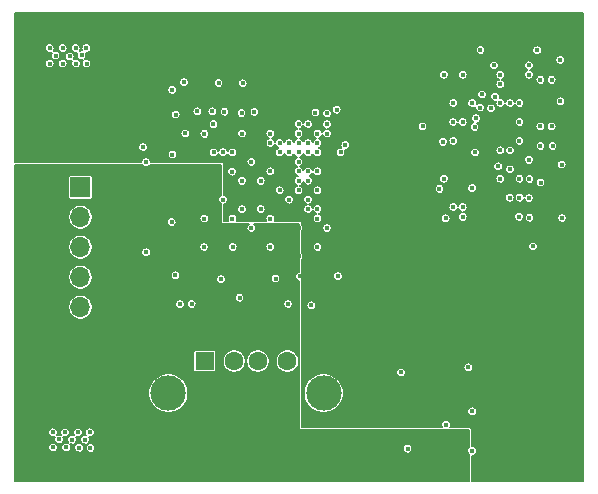
<source format=gbr>
%TF.GenerationSoftware,KiCad,Pcbnew,(5.1.7)-1*%
%TF.CreationDate,2021-05-14T12:52:33-07:00*%
%TF.ProjectId,Keychain,4b657963-6861-4696-9e2e-6b696361645f,rev?*%
%TF.SameCoordinates,Original*%
%TF.FileFunction,Copper,L3,Inr*%
%TF.FilePolarity,Positive*%
%FSLAX46Y46*%
G04 Gerber Fmt 4.6, Leading zero omitted, Abs format (unit mm)*
G04 Created by KiCad (PCBNEW (5.1.7)-1) date 2021-05-14 12:52:33*
%MOMM*%
%LPD*%
G01*
G04 APERTURE LIST*
%TA.AperFunction,ComponentPad*%
%ADD10C,1.600000*%
%TD*%
%TA.AperFunction,ComponentPad*%
%ADD11R,1.600000X1.500000*%
%TD*%
%TA.AperFunction,ComponentPad*%
%ADD12C,3.000000*%
%TD*%
%TA.AperFunction,ComponentPad*%
%ADD13O,1.700000X1.700000*%
%TD*%
%TA.AperFunction,ComponentPad*%
%ADD14R,1.700000X1.700000*%
%TD*%
%TA.AperFunction,ViaPad*%
%ADD15C,0.450000*%
%TD*%
%TA.AperFunction,Conductor*%
%ADD16C,0.127000*%
%TD*%
%TA.AperFunction,Conductor*%
%ADD17C,0.100000*%
%TD*%
G04 APERTURE END LIST*
D10*
%TO.N,GND*%
%TO.C,J3*%
X142525000Y-98200000D03*
%TO.N,Net-(J3-Pad3)*%
X140025000Y-98200000D03*
%TO.N,Net-(J3-Pad2)*%
X138025000Y-98200000D03*
D11*
%TO.N,+5V*%
X135525000Y-98200000D03*
D12*
%TO.N,GND*%
X145595000Y-100910000D03*
X132455000Y-100910000D03*
%TD*%
D13*
%TO.N,GND*%
%TO.C,J2*%
X125000000Y-93635000D03*
%TO.N,/RTS*%
X125000000Y-91095000D03*
%TO.N,/TX*%
X125000000Y-88555000D03*
%TO.N,/CTS*%
X125000000Y-86015000D03*
D14*
%TO.N,/RX*%
X125000000Y-83475000D03*
%TD*%
D15*
%TO.N,*%
X125400000Y-104850000D03*
X124300000Y-104850000D03*
X123200000Y-104825000D03*
X123800000Y-105500000D03*
X122675000Y-105500000D03*
X124900000Y-105525000D03*
X125850000Y-105550000D03*
X125800000Y-104225000D03*
X124800000Y-104225000D03*
X123700000Y-104225000D03*
X122675000Y-104225000D03*
X122900000Y-72325000D03*
X124100000Y-72400000D03*
X125100000Y-72300000D03*
X125525000Y-73000000D03*
X124625000Y-73000000D03*
X123500000Y-73000000D03*
X122400000Y-73000000D03*
X122400000Y-71700000D03*
X123500000Y-71700000D03*
X124600000Y-71700000D03*
X125500000Y-71700000D03*
%TO.N,GND*%
X162175000Y-76350000D03*
X162975000Y-73950000D03*
X162175000Y-77950000D03*
X155775000Y-82750000D03*
X156575000Y-76350000D03*
X133880000Y-78915000D03*
X133070000Y-77315000D03*
X136270000Y-78135000D03*
X135490000Y-86125000D03*
X155775000Y-73950000D03*
X162975000Y-73150000D03*
X157375000Y-73950000D03*
X142675000Y-80525000D03*
X155925000Y-86100000D03*
X145075000Y-88525000D03*
X141075000Y-88525000D03*
X137900000Y-88525000D03*
X133050000Y-90925000D03*
X135475000Y-88525000D03*
X162975000Y-84375000D03*
X141075000Y-86125000D03*
X141075000Y-82125000D03*
X137850000Y-82150000D03*
X137875000Y-86125000D03*
X139475000Y-86925000D03*
X139475000Y-81325000D03*
X141875000Y-83725000D03*
X137075000Y-84525000D03*
X155406310Y-83606310D03*
X142675000Y-84525000D03*
X144275000Y-79725000D03*
X145075000Y-80525000D03*
X141075000Y-78925000D03*
X156574998Y-79550000D03*
X145075000Y-86125004D03*
X144275000Y-82125000D03*
X162178014Y-79552941D03*
X156550006Y-77950000D03*
X142675000Y-79724996D03*
X163025000Y-86049998D03*
X165775000Y-86075000D03*
X163025000Y-82775000D03*
X163325000Y-88475000D03*
X165750000Y-81550000D03*
X165650000Y-76200000D03*
X165625000Y-72700000D03*
X163675000Y-71875000D03*
X153975000Y-78325000D03*
X130300000Y-80075000D03*
X132775000Y-75225000D03*
X133775000Y-74575000D03*
X136700000Y-74650000D03*
X138750000Y-74675000D03*
X130550000Y-81325000D03*
X130575000Y-88975000D03*
X133425000Y-93375000D03*
X134425000Y-93350000D03*
X138475000Y-92825000D03*
X142575000Y-93350000D03*
X144550000Y-93475000D03*
X146800000Y-91000000D03*
X138675000Y-78925000D03*
X146700000Y-76900000D03*
%TO.N,+3V3*%
X141875000Y-87725000D03*
X143475000Y-89325000D03*
X136261918Y-82123999D03*
X137080598Y-80505349D03*
X136275000Y-84525000D03*
X136275000Y-86925000D03*
X143475000Y-86925000D03*
X136175000Y-77050000D03*
X125300000Y-99925000D03*
X157075000Y-106100000D03*
%TO.N,+1V5*%
X162975000Y-76350000D03*
X156575000Y-73950000D03*
X156550000Y-82750000D03*
X162975000Y-83550000D03*
X162975000Y-79550000D03*
X139475000Y-83725000D03*
X139475000Y-84525000D03*
X139475000Y-82925000D03*
X139475000Y-85325000D03*
X142675000Y-85325000D03*
X142675000Y-82125000D03*
X162150000Y-73125000D03*
X163025000Y-75575004D03*
X157350000Y-79550000D03*
X162175000Y-81150000D03*
X157350000Y-81150000D03*
X155575364Y-84774011D03*
X161378014Y-77952941D03*
X157375000Y-76350000D03*
X155750000Y-77950000D03*
X155375000Y-75499510D03*
X163000000Y-85150000D03*
X165800000Y-83075000D03*
X162800000Y-86750000D03*
X141525000Y-91200000D03*
X143600000Y-91025000D03*
X123250000Y-77150000D03*
%TO.N,VREFDDR*%
X155695998Y-79625000D03*
X161375000Y-81950000D03*
X144275000Y-80525000D03*
X162175000Y-82750000D03*
X163965000Y-83075000D03*
%TO.N,/SOC_CAP*%
X138675000Y-82925000D03*
X140275000Y-82925000D03*
X140275000Y-85325000D03*
X136900000Y-91250000D03*
%TO.N,/ARM_CAP*%
X138675000Y-85325000D03*
X132725000Y-86425000D03*
%TO.N,/NVCC_PLL*%
X136275000Y-80525000D03*
X134900000Y-77050000D03*
%TO.N,/SNVS_CAP*%
X137200000Y-77075000D03*
X137875000Y-80525000D03*
%TO.N,/HIGH_CAP*%
X135500000Y-78950000D03*
X132800000Y-80700000D03*
%TO.N,/VDD_HIGH_CAP*%
X141875000Y-80525000D03*
X139725000Y-77100000D03*
%TO.N,/DQSU-*%
X145875000Y-78925000D03*
X164900000Y-78325000D03*
X158375000Y-78375000D03*
%TO.N,/DQSU+*%
X145875000Y-78125000D03*
X163950000Y-78325000D03*
X158500000Y-77625000D03*
%TO.N,/DQSL-*%
X160550000Y-73950000D03*
X141075000Y-79725000D03*
X163950000Y-74375000D03*
%TO.N,/DQSL+*%
X160550000Y-74750000D03*
X141875000Y-79725000D03*
X164900000Y-74375000D03*
%TO.N,/RESET#*%
X157375000Y-85975000D03*
X145875000Y-86925000D03*
%TO.N,/CKE0*%
X145075000Y-82125000D03*
X162975000Y-81150000D03*
%TO.N,/ZQPAD*%
X143474988Y-80525000D03*
X138650000Y-77200000D03*
%TO.N,/CK+*%
X161375000Y-80350000D03*
X147425000Y-79900000D03*
X163950000Y-79975000D03*
%TO.N,/CK-*%
X160550000Y-80350000D03*
X147030141Y-80526989D03*
X164975000Y-79975000D03*
%TO.N,/A13*%
X145075000Y-85325000D03*
X157375000Y-85150000D03*
%TO.N,/A7*%
X144275000Y-85325000D03*
X156575000Y-85150000D03*
%TO.N,/A8*%
X144275000Y-84525000D03*
X162150000Y-85975000D03*
%TO.N,/A11*%
X145075000Y-83725000D03*
X161349996Y-84350000D03*
%TO.N,/A4*%
X143475000Y-83725000D03*
X162175000Y-84350000D03*
%TO.N,/A12*%
X144270721Y-82913220D03*
X160550000Y-82750000D03*
%TO.N,/A0*%
X143475000Y-82925000D03*
X158175000Y-83550000D03*
%TO.N,/A10*%
X143480598Y-82105349D03*
X160375000Y-81700000D03*
%TO.N,/RAS#*%
X143475000Y-81325000D03*
X158425000Y-80525000D03*
%TO.N,/DQU5*%
X145070721Y-79729221D03*
X157375000Y-77950000D03*
%TO.N,/DQU4*%
X143480518Y-79725000D03*
X158825000Y-76725000D03*
%TO.N,/DQU3*%
X144275000Y-78125000D03*
X159761897Y-76784948D03*
%TO.N,/DMU*%
X161375000Y-76350000D03*
X145075000Y-78925000D03*
%TO.N,/DQL0*%
X143475000Y-78925000D03*
X160550000Y-76350000D03*
%TO.N,/DQU0*%
X158175000Y-76350000D03*
X145874996Y-77225000D03*
%TO.N,/DQU1*%
X144900500Y-77150000D03*
X159012500Y-75612500D03*
%TO.N,/DQU2*%
X143475000Y-78125000D03*
X160100000Y-75800000D03*
%TO.N,/DQL3*%
X160025000Y-73150000D03*
X158875000Y-71850000D03*
%TO.N,/SD_CLK*%
X157850000Y-98725000D03*
X155975000Y-103575000D03*
%TO.N,/SD_CMD*%
X158175000Y-102450000D03*
X158175000Y-105775000D03*
%TO.N,/SD_D1*%
X152150000Y-99150000D03*
X152700000Y-105600000D03*
%TD*%
D16*
%TO.N,+1V5*%
X167559501Y-108384500D02*
X158190500Y-108384500D01*
X158190500Y-106190500D01*
X158215923Y-106190500D01*
X158296197Y-106174532D01*
X158371813Y-106143211D01*
X158439866Y-106097740D01*
X158497740Y-106039866D01*
X158543211Y-105971813D01*
X158574532Y-105896197D01*
X158590500Y-105815923D01*
X158590500Y-105734077D01*
X158574532Y-105653803D01*
X158543211Y-105578187D01*
X158497740Y-105510134D01*
X158439866Y-105452260D01*
X158371813Y-105406789D01*
X158296197Y-105375468D01*
X158215923Y-105359500D01*
X158190500Y-105359500D01*
X158190500Y-104000000D01*
X158186840Y-103962835D01*
X158175999Y-103927099D01*
X158158395Y-103894164D01*
X158134704Y-103865296D01*
X158105836Y-103841605D01*
X158072901Y-103824001D01*
X158037165Y-103813160D01*
X158000000Y-103809500D01*
X156318030Y-103809500D01*
X156343211Y-103771813D01*
X156374532Y-103696197D01*
X156390500Y-103615923D01*
X156390500Y-103534077D01*
X156374532Y-103453803D01*
X156343211Y-103378187D01*
X156297740Y-103310134D01*
X156239866Y-103252260D01*
X156171813Y-103206789D01*
X156096197Y-103175468D01*
X156015923Y-103159500D01*
X155934077Y-103159500D01*
X155853803Y-103175468D01*
X155778187Y-103206789D01*
X155710134Y-103252260D01*
X155652260Y-103310134D01*
X155606789Y-103378187D01*
X155575468Y-103453803D01*
X155559500Y-103534077D01*
X155559500Y-103615923D01*
X155575468Y-103696197D01*
X155606789Y-103771813D01*
X155631970Y-103809500D01*
X143790500Y-103809500D01*
X143790500Y-100743500D01*
X143904500Y-100743500D01*
X143904500Y-101076500D01*
X143969465Y-101403101D01*
X144096898Y-101710752D01*
X144281903Y-101987631D01*
X144517369Y-102223097D01*
X144794248Y-102408102D01*
X145101899Y-102535535D01*
X145428500Y-102600500D01*
X145761500Y-102600500D01*
X146088101Y-102535535D01*
X146393398Y-102409077D01*
X157759500Y-102409077D01*
X157759500Y-102490923D01*
X157775468Y-102571197D01*
X157806789Y-102646813D01*
X157852260Y-102714866D01*
X157910134Y-102772740D01*
X157978187Y-102818211D01*
X158053803Y-102849532D01*
X158134077Y-102865500D01*
X158215923Y-102865500D01*
X158296197Y-102849532D01*
X158371813Y-102818211D01*
X158439866Y-102772740D01*
X158497740Y-102714866D01*
X158543211Y-102646813D01*
X158574532Y-102571197D01*
X158590500Y-102490923D01*
X158590500Y-102409077D01*
X158574532Y-102328803D01*
X158543211Y-102253187D01*
X158497740Y-102185134D01*
X158439866Y-102127260D01*
X158371813Y-102081789D01*
X158296197Y-102050468D01*
X158215923Y-102034500D01*
X158134077Y-102034500D01*
X158053803Y-102050468D01*
X157978187Y-102081789D01*
X157910134Y-102127260D01*
X157852260Y-102185134D01*
X157806789Y-102253187D01*
X157775468Y-102328803D01*
X157759500Y-102409077D01*
X146393398Y-102409077D01*
X146395752Y-102408102D01*
X146672631Y-102223097D01*
X146908097Y-101987631D01*
X147093102Y-101710752D01*
X147220535Y-101403101D01*
X147285500Y-101076500D01*
X147285500Y-100743500D01*
X147220535Y-100416899D01*
X147093102Y-100109248D01*
X146908097Y-99832369D01*
X146672631Y-99596903D01*
X146395752Y-99411898D01*
X146088101Y-99284465D01*
X145761500Y-99219500D01*
X145428500Y-99219500D01*
X145101899Y-99284465D01*
X144794248Y-99411898D01*
X144517369Y-99596903D01*
X144281903Y-99832369D01*
X144096898Y-100109248D01*
X143969465Y-100416899D01*
X143904500Y-100743500D01*
X143790500Y-100743500D01*
X143790500Y-99109077D01*
X151734500Y-99109077D01*
X151734500Y-99190923D01*
X151750468Y-99271197D01*
X151781789Y-99346813D01*
X151827260Y-99414866D01*
X151885134Y-99472740D01*
X151953187Y-99518211D01*
X152028803Y-99549532D01*
X152109077Y-99565500D01*
X152190923Y-99565500D01*
X152271197Y-99549532D01*
X152346813Y-99518211D01*
X152414866Y-99472740D01*
X152472740Y-99414866D01*
X152518211Y-99346813D01*
X152549532Y-99271197D01*
X152565500Y-99190923D01*
X152565500Y-99109077D01*
X152549532Y-99028803D01*
X152518211Y-98953187D01*
X152472740Y-98885134D01*
X152414866Y-98827260D01*
X152346813Y-98781789D01*
X152271197Y-98750468D01*
X152190923Y-98734500D01*
X152109077Y-98734500D01*
X152028803Y-98750468D01*
X151953187Y-98781789D01*
X151885134Y-98827260D01*
X151827260Y-98885134D01*
X151781789Y-98953187D01*
X151750468Y-99028803D01*
X151734500Y-99109077D01*
X143790500Y-99109077D01*
X143790500Y-98684077D01*
X157434500Y-98684077D01*
X157434500Y-98765923D01*
X157450468Y-98846197D01*
X157481789Y-98921813D01*
X157527260Y-98989866D01*
X157585134Y-99047740D01*
X157653187Y-99093211D01*
X157728803Y-99124532D01*
X157809077Y-99140500D01*
X157890923Y-99140500D01*
X157971197Y-99124532D01*
X158046813Y-99093211D01*
X158114866Y-99047740D01*
X158172740Y-98989866D01*
X158218211Y-98921813D01*
X158249532Y-98846197D01*
X158265500Y-98765923D01*
X158265500Y-98684077D01*
X158249532Y-98603803D01*
X158218211Y-98528187D01*
X158172740Y-98460134D01*
X158114866Y-98402260D01*
X158046813Y-98356789D01*
X157971197Y-98325468D01*
X157890923Y-98309500D01*
X157809077Y-98309500D01*
X157728803Y-98325468D01*
X157653187Y-98356789D01*
X157585134Y-98402260D01*
X157527260Y-98460134D01*
X157481789Y-98528187D01*
X157450468Y-98603803D01*
X157434500Y-98684077D01*
X143790500Y-98684077D01*
X143790500Y-93434077D01*
X144134500Y-93434077D01*
X144134500Y-93515923D01*
X144150468Y-93596197D01*
X144181789Y-93671813D01*
X144227260Y-93739866D01*
X144285134Y-93797740D01*
X144353187Y-93843211D01*
X144428803Y-93874532D01*
X144509077Y-93890500D01*
X144590923Y-93890500D01*
X144671197Y-93874532D01*
X144746813Y-93843211D01*
X144814866Y-93797740D01*
X144872740Y-93739866D01*
X144918211Y-93671813D01*
X144949532Y-93596197D01*
X144965500Y-93515923D01*
X144965500Y-93434077D01*
X144949532Y-93353803D01*
X144918211Y-93278187D01*
X144872740Y-93210134D01*
X144814866Y-93152260D01*
X144746813Y-93106789D01*
X144671197Y-93075468D01*
X144590923Y-93059500D01*
X144509077Y-93059500D01*
X144428803Y-93075468D01*
X144353187Y-93106789D01*
X144285134Y-93152260D01*
X144227260Y-93210134D01*
X144181789Y-93278187D01*
X144150468Y-93353803D01*
X144134500Y-93434077D01*
X143790500Y-93434077D01*
X143790500Y-90959077D01*
X146384500Y-90959077D01*
X146384500Y-91040923D01*
X146400468Y-91121197D01*
X146431789Y-91196813D01*
X146477260Y-91264866D01*
X146535134Y-91322740D01*
X146603187Y-91368211D01*
X146678803Y-91399532D01*
X146759077Y-91415500D01*
X146840923Y-91415500D01*
X146921197Y-91399532D01*
X146996813Y-91368211D01*
X147064866Y-91322740D01*
X147122740Y-91264866D01*
X147168211Y-91196813D01*
X147199532Y-91121197D01*
X147215500Y-91040923D01*
X147215500Y-90959077D01*
X147199532Y-90878803D01*
X147168211Y-90803187D01*
X147122740Y-90735134D01*
X147064866Y-90677260D01*
X146996813Y-90631789D01*
X146921197Y-90600468D01*
X146840923Y-90584500D01*
X146759077Y-90584500D01*
X146678803Y-90600468D01*
X146603187Y-90631789D01*
X146535134Y-90677260D01*
X146477260Y-90735134D01*
X146431789Y-90803187D01*
X146400468Y-90878803D01*
X146384500Y-90959077D01*
X143790500Y-90959077D01*
X143790500Y-89597106D01*
X143797740Y-89589866D01*
X143843211Y-89521813D01*
X143874532Y-89446197D01*
X143890500Y-89365923D01*
X143890500Y-89284077D01*
X143874532Y-89203803D01*
X143843211Y-89128187D01*
X143797740Y-89060134D01*
X143790500Y-89052894D01*
X143790500Y-88484077D01*
X144659500Y-88484077D01*
X144659500Y-88565923D01*
X144675468Y-88646197D01*
X144706789Y-88721813D01*
X144752260Y-88789866D01*
X144810134Y-88847740D01*
X144878187Y-88893211D01*
X144953803Y-88924532D01*
X145034077Y-88940500D01*
X145115923Y-88940500D01*
X145196197Y-88924532D01*
X145271813Y-88893211D01*
X145339866Y-88847740D01*
X145397740Y-88789866D01*
X145443211Y-88721813D01*
X145474532Y-88646197D01*
X145490500Y-88565923D01*
X145490500Y-88484077D01*
X145480555Y-88434077D01*
X162909500Y-88434077D01*
X162909500Y-88515923D01*
X162925468Y-88596197D01*
X162956789Y-88671813D01*
X163002260Y-88739866D01*
X163060134Y-88797740D01*
X163128187Y-88843211D01*
X163203803Y-88874532D01*
X163284077Y-88890500D01*
X163365923Y-88890500D01*
X163446197Y-88874532D01*
X163521813Y-88843211D01*
X163589866Y-88797740D01*
X163647740Y-88739866D01*
X163693211Y-88671813D01*
X163724532Y-88596197D01*
X163740500Y-88515923D01*
X163740500Y-88434077D01*
X163724532Y-88353803D01*
X163693211Y-88278187D01*
X163647740Y-88210134D01*
X163589866Y-88152260D01*
X163521813Y-88106789D01*
X163446197Y-88075468D01*
X163365923Y-88059500D01*
X163284077Y-88059500D01*
X163203803Y-88075468D01*
X163128187Y-88106789D01*
X163060134Y-88152260D01*
X163002260Y-88210134D01*
X162956789Y-88278187D01*
X162925468Y-88353803D01*
X162909500Y-88434077D01*
X145480555Y-88434077D01*
X145474532Y-88403803D01*
X145443211Y-88328187D01*
X145397740Y-88260134D01*
X145339866Y-88202260D01*
X145271813Y-88156789D01*
X145196197Y-88125468D01*
X145115923Y-88109500D01*
X145034077Y-88109500D01*
X144953803Y-88125468D01*
X144878187Y-88156789D01*
X144810134Y-88202260D01*
X144752260Y-88260134D01*
X144706789Y-88328187D01*
X144675468Y-88403803D01*
X144659500Y-88484077D01*
X143790500Y-88484077D01*
X143790500Y-87197106D01*
X143797740Y-87189866D01*
X143843211Y-87121813D01*
X143874532Y-87046197D01*
X143890500Y-86965923D01*
X143890500Y-86884077D01*
X145459500Y-86884077D01*
X145459500Y-86965923D01*
X145475468Y-87046197D01*
X145506789Y-87121813D01*
X145552260Y-87189866D01*
X145610134Y-87247740D01*
X145678187Y-87293211D01*
X145753803Y-87324532D01*
X145834077Y-87340500D01*
X145915923Y-87340500D01*
X145996197Y-87324532D01*
X146071813Y-87293211D01*
X146139866Y-87247740D01*
X146197740Y-87189866D01*
X146243211Y-87121813D01*
X146274532Y-87046197D01*
X146290500Y-86965923D01*
X146290500Y-86884077D01*
X146274532Y-86803803D01*
X146243211Y-86728187D01*
X146197740Y-86660134D01*
X146139866Y-86602260D01*
X146071813Y-86556789D01*
X145996197Y-86525468D01*
X145915923Y-86509500D01*
X145834077Y-86509500D01*
X145753803Y-86525468D01*
X145678187Y-86556789D01*
X145610134Y-86602260D01*
X145552260Y-86660134D01*
X145506789Y-86728187D01*
X145475468Y-86803803D01*
X145459500Y-86884077D01*
X143890500Y-86884077D01*
X143874532Y-86803803D01*
X143843211Y-86728187D01*
X143797740Y-86660134D01*
X143790500Y-86652894D01*
X143790500Y-86500000D01*
X143786840Y-86462835D01*
X143775999Y-86427099D01*
X143758395Y-86394164D01*
X143734704Y-86365296D01*
X143705836Y-86341605D01*
X143672901Y-86324001D01*
X143637165Y-86313160D01*
X143600000Y-86309500D01*
X141448311Y-86309500D01*
X141474532Y-86246197D01*
X141490500Y-86165923D01*
X141490500Y-86084077D01*
X141474532Y-86003803D01*
X141443211Y-85928187D01*
X141397740Y-85860134D01*
X141339866Y-85802260D01*
X141271813Y-85756789D01*
X141196197Y-85725468D01*
X141115923Y-85709500D01*
X141034077Y-85709500D01*
X140953803Y-85725468D01*
X140878187Y-85756789D01*
X140810134Y-85802260D01*
X140752260Y-85860134D01*
X140706789Y-85928187D01*
X140675468Y-86003803D01*
X140659500Y-86084077D01*
X140659500Y-86165923D01*
X140675468Y-86246197D01*
X140701689Y-86309500D01*
X138248311Y-86309500D01*
X138274532Y-86246197D01*
X138290500Y-86165923D01*
X138290500Y-86084077D01*
X138274532Y-86003803D01*
X138243211Y-85928187D01*
X138197740Y-85860134D01*
X138139866Y-85802260D01*
X138071813Y-85756789D01*
X137996197Y-85725468D01*
X137915923Y-85709500D01*
X137834077Y-85709500D01*
X137753803Y-85725468D01*
X137678187Y-85756789D01*
X137610134Y-85802260D01*
X137552260Y-85860134D01*
X137506789Y-85928187D01*
X137475468Y-86003803D01*
X137459500Y-86084077D01*
X137459500Y-86165923D01*
X137475468Y-86246197D01*
X137501689Y-86309500D01*
X137190500Y-86309500D01*
X137190500Y-85284077D01*
X138259500Y-85284077D01*
X138259500Y-85365923D01*
X138275468Y-85446197D01*
X138306789Y-85521813D01*
X138352260Y-85589866D01*
X138410134Y-85647740D01*
X138478187Y-85693211D01*
X138553803Y-85724532D01*
X138634077Y-85740500D01*
X138715923Y-85740500D01*
X138796197Y-85724532D01*
X138871813Y-85693211D01*
X138939866Y-85647740D01*
X138997740Y-85589866D01*
X139043211Y-85521813D01*
X139074532Y-85446197D01*
X139090500Y-85365923D01*
X139090500Y-85284077D01*
X139859500Y-85284077D01*
X139859500Y-85365923D01*
X139875468Y-85446197D01*
X139906789Y-85521813D01*
X139952260Y-85589866D01*
X140010134Y-85647740D01*
X140078187Y-85693211D01*
X140153803Y-85724532D01*
X140234077Y-85740500D01*
X140315923Y-85740500D01*
X140396197Y-85724532D01*
X140471813Y-85693211D01*
X140539866Y-85647740D01*
X140597740Y-85589866D01*
X140643211Y-85521813D01*
X140674532Y-85446197D01*
X140690500Y-85365923D01*
X140690500Y-85284077D01*
X140674532Y-85203803D01*
X140643211Y-85128187D01*
X140597740Y-85060134D01*
X140539866Y-85002260D01*
X140471813Y-84956789D01*
X140396197Y-84925468D01*
X140315923Y-84909500D01*
X140234077Y-84909500D01*
X140153803Y-84925468D01*
X140078187Y-84956789D01*
X140010134Y-85002260D01*
X139952260Y-85060134D01*
X139906789Y-85128187D01*
X139875468Y-85203803D01*
X139859500Y-85284077D01*
X139090500Y-85284077D01*
X139074532Y-85203803D01*
X139043211Y-85128187D01*
X138997740Y-85060134D01*
X138939866Y-85002260D01*
X138871813Y-84956789D01*
X138796197Y-84925468D01*
X138715923Y-84909500D01*
X138634077Y-84909500D01*
X138553803Y-84925468D01*
X138478187Y-84956789D01*
X138410134Y-85002260D01*
X138352260Y-85060134D01*
X138306789Y-85128187D01*
X138275468Y-85203803D01*
X138259500Y-85284077D01*
X137190500Y-85284077D01*
X137190500Y-84925665D01*
X137196197Y-84924532D01*
X137271813Y-84893211D01*
X137339866Y-84847740D01*
X137397740Y-84789866D01*
X137443211Y-84721813D01*
X137474532Y-84646197D01*
X137490500Y-84565923D01*
X137490500Y-84484077D01*
X142259500Y-84484077D01*
X142259500Y-84565923D01*
X142275468Y-84646197D01*
X142306789Y-84721813D01*
X142352260Y-84789866D01*
X142410134Y-84847740D01*
X142478187Y-84893211D01*
X142553803Y-84924532D01*
X142634077Y-84940500D01*
X142715923Y-84940500D01*
X142796197Y-84924532D01*
X142871813Y-84893211D01*
X142939866Y-84847740D01*
X142997740Y-84789866D01*
X143043211Y-84721813D01*
X143074532Y-84646197D01*
X143090500Y-84565923D01*
X143090500Y-84484077D01*
X143859500Y-84484077D01*
X143859500Y-84565923D01*
X143875468Y-84646197D01*
X143906789Y-84721813D01*
X143952260Y-84789866D01*
X144010134Y-84847740D01*
X144078187Y-84893211D01*
X144153803Y-84924532D01*
X144156156Y-84925000D01*
X144153803Y-84925468D01*
X144078187Y-84956789D01*
X144010134Y-85002260D01*
X143952260Y-85060134D01*
X143906789Y-85128187D01*
X143875468Y-85203803D01*
X143859500Y-85284077D01*
X143859500Y-85365923D01*
X143875468Y-85446197D01*
X143906789Y-85521813D01*
X143952260Y-85589866D01*
X144010134Y-85647740D01*
X144078187Y-85693211D01*
X144153803Y-85724532D01*
X144234077Y-85740500D01*
X144315923Y-85740500D01*
X144396197Y-85724532D01*
X144471813Y-85693211D01*
X144539866Y-85647740D01*
X144597740Y-85589866D01*
X144643211Y-85521813D01*
X144674532Y-85446197D01*
X144675000Y-85443844D01*
X144675468Y-85446197D01*
X144706789Y-85521813D01*
X144752260Y-85589866D01*
X144810134Y-85647740D01*
X144878187Y-85693211D01*
X144953803Y-85724532D01*
X144956166Y-85725002D01*
X144953803Y-85725472D01*
X144878187Y-85756793D01*
X144810134Y-85802264D01*
X144752260Y-85860138D01*
X144706789Y-85928191D01*
X144675468Y-86003807D01*
X144659500Y-86084081D01*
X144659500Y-86165927D01*
X144675468Y-86246201D01*
X144706789Y-86321817D01*
X144752260Y-86389870D01*
X144810134Y-86447744D01*
X144878187Y-86493215D01*
X144953803Y-86524536D01*
X145034077Y-86540504D01*
X145115923Y-86540504D01*
X145196197Y-86524536D01*
X145271813Y-86493215D01*
X145339866Y-86447744D01*
X145397740Y-86389870D01*
X145443211Y-86321817D01*
X145474532Y-86246201D01*
X145490500Y-86165927D01*
X145490500Y-86084081D01*
X145485527Y-86059077D01*
X155509500Y-86059077D01*
X155509500Y-86140923D01*
X155525468Y-86221197D01*
X155556789Y-86296813D01*
X155602260Y-86364866D01*
X155660134Y-86422740D01*
X155728187Y-86468211D01*
X155803803Y-86499532D01*
X155884077Y-86515500D01*
X155965923Y-86515500D01*
X156046197Y-86499532D01*
X156121813Y-86468211D01*
X156189866Y-86422740D01*
X156247740Y-86364866D01*
X156293211Y-86296813D01*
X156324532Y-86221197D01*
X156340500Y-86140923D01*
X156340500Y-86059077D01*
X156324532Y-85978803D01*
X156293211Y-85903187D01*
X156247740Y-85835134D01*
X156189866Y-85777260D01*
X156121813Y-85731789D01*
X156046197Y-85700468D01*
X155965923Y-85684500D01*
X155884077Y-85684500D01*
X155803803Y-85700468D01*
X155728187Y-85731789D01*
X155660134Y-85777260D01*
X155602260Y-85835134D01*
X155556789Y-85903187D01*
X155525468Y-85978803D01*
X155509500Y-86059077D01*
X145485527Y-86059077D01*
X145474532Y-86003807D01*
X145443211Y-85928191D01*
X145397740Y-85860138D01*
X145339866Y-85802264D01*
X145271813Y-85756793D01*
X145196197Y-85725472D01*
X145193834Y-85725002D01*
X145196197Y-85724532D01*
X145271813Y-85693211D01*
X145339866Y-85647740D01*
X145397740Y-85589866D01*
X145443211Y-85521813D01*
X145474532Y-85446197D01*
X145490500Y-85365923D01*
X145490500Y-85284077D01*
X145474532Y-85203803D01*
X145443211Y-85128187D01*
X145430443Y-85109077D01*
X156159500Y-85109077D01*
X156159500Y-85190923D01*
X156175468Y-85271197D01*
X156206789Y-85346813D01*
X156252260Y-85414866D01*
X156310134Y-85472740D01*
X156378187Y-85518211D01*
X156453803Y-85549532D01*
X156534077Y-85565500D01*
X156615923Y-85565500D01*
X156696197Y-85549532D01*
X156771813Y-85518211D01*
X156839866Y-85472740D01*
X156897740Y-85414866D01*
X156943211Y-85346813D01*
X156974532Y-85271197D01*
X156975000Y-85268844D01*
X156975468Y-85271197D01*
X157006789Y-85346813D01*
X157052260Y-85414866D01*
X157110134Y-85472740D01*
X157178187Y-85518211D01*
X157253803Y-85549532D01*
X157318995Y-85562500D01*
X157253803Y-85575468D01*
X157178187Y-85606789D01*
X157110134Y-85652260D01*
X157052260Y-85710134D01*
X157006789Y-85778187D01*
X156975468Y-85853803D01*
X156959500Y-85934077D01*
X156959500Y-86015923D01*
X156975468Y-86096197D01*
X157006789Y-86171813D01*
X157052260Y-86239866D01*
X157110134Y-86297740D01*
X157178187Y-86343211D01*
X157253803Y-86374532D01*
X157334077Y-86390500D01*
X157415923Y-86390500D01*
X157496197Y-86374532D01*
X157571813Y-86343211D01*
X157639866Y-86297740D01*
X157697740Y-86239866D01*
X157743211Y-86171813D01*
X157774532Y-86096197D01*
X157790500Y-86015923D01*
X157790500Y-85934077D01*
X161734500Y-85934077D01*
X161734500Y-86015923D01*
X161750468Y-86096197D01*
X161781789Y-86171813D01*
X161827260Y-86239866D01*
X161885134Y-86297740D01*
X161953187Y-86343211D01*
X162028803Y-86374532D01*
X162109077Y-86390500D01*
X162190923Y-86390500D01*
X162271197Y-86374532D01*
X162346813Y-86343211D01*
X162414866Y-86297740D01*
X162472740Y-86239866D01*
X162518211Y-86171813D01*
X162549532Y-86096197D01*
X162565500Y-86015923D01*
X162565500Y-86009075D01*
X162609500Y-86009075D01*
X162609500Y-86090921D01*
X162625468Y-86171195D01*
X162656789Y-86246811D01*
X162702260Y-86314864D01*
X162760134Y-86372738D01*
X162828187Y-86418209D01*
X162903803Y-86449530D01*
X162984077Y-86465498D01*
X163065923Y-86465498D01*
X163146197Y-86449530D01*
X163221813Y-86418209D01*
X163289866Y-86372738D01*
X163347740Y-86314864D01*
X163393211Y-86246811D01*
X163424532Y-86171195D01*
X163440500Y-86090921D01*
X163440500Y-86034077D01*
X165359500Y-86034077D01*
X165359500Y-86115923D01*
X165375468Y-86196197D01*
X165406789Y-86271813D01*
X165452260Y-86339866D01*
X165510134Y-86397740D01*
X165578187Y-86443211D01*
X165653803Y-86474532D01*
X165734077Y-86490500D01*
X165815923Y-86490500D01*
X165896197Y-86474532D01*
X165971813Y-86443211D01*
X166039866Y-86397740D01*
X166097740Y-86339866D01*
X166143211Y-86271813D01*
X166174532Y-86196197D01*
X166190500Y-86115923D01*
X166190500Y-86034077D01*
X166174532Y-85953803D01*
X166143211Y-85878187D01*
X166097740Y-85810134D01*
X166039866Y-85752260D01*
X165971813Y-85706789D01*
X165896197Y-85675468D01*
X165815923Y-85659500D01*
X165734077Y-85659500D01*
X165653803Y-85675468D01*
X165578187Y-85706789D01*
X165510134Y-85752260D01*
X165452260Y-85810134D01*
X165406789Y-85878187D01*
X165375468Y-85953803D01*
X165359500Y-86034077D01*
X163440500Y-86034077D01*
X163440500Y-86009075D01*
X163424532Y-85928801D01*
X163393211Y-85853185D01*
X163347740Y-85785132D01*
X163289866Y-85727258D01*
X163221813Y-85681787D01*
X163146197Y-85650466D01*
X163065923Y-85634498D01*
X162984077Y-85634498D01*
X162903803Y-85650466D01*
X162828187Y-85681787D01*
X162760134Y-85727258D01*
X162702260Y-85785132D01*
X162656789Y-85853185D01*
X162625468Y-85928801D01*
X162609500Y-86009075D01*
X162565500Y-86009075D01*
X162565500Y-85934077D01*
X162549532Y-85853803D01*
X162518211Y-85778187D01*
X162472740Y-85710134D01*
X162414866Y-85652260D01*
X162346813Y-85606789D01*
X162271197Y-85575468D01*
X162190923Y-85559500D01*
X162109077Y-85559500D01*
X162028803Y-85575468D01*
X161953187Y-85606789D01*
X161885134Y-85652260D01*
X161827260Y-85710134D01*
X161781789Y-85778187D01*
X161750468Y-85853803D01*
X161734500Y-85934077D01*
X157790500Y-85934077D01*
X157774532Y-85853803D01*
X157743211Y-85778187D01*
X157697740Y-85710134D01*
X157639866Y-85652260D01*
X157571813Y-85606789D01*
X157496197Y-85575468D01*
X157431005Y-85562500D01*
X157496197Y-85549532D01*
X157571813Y-85518211D01*
X157639866Y-85472740D01*
X157697740Y-85414866D01*
X157743211Y-85346813D01*
X157774532Y-85271197D01*
X157790500Y-85190923D01*
X157790500Y-85109077D01*
X157774532Y-85028803D01*
X157743211Y-84953187D01*
X157697740Y-84885134D01*
X157639866Y-84827260D01*
X157571813Y-84781789D01*
X157496197Y-84750468D01*
X157415923Y-84734500D01*
X157334077Y-84734500D01*
X157253803Y-84750468D01*
X157178187Y-84781789D01*
X157110134Y-84827260D01*
X157052260Y-84885134D01*
X157006789Y-84953187D01*
X156975468Y-85028803D01*
X156975000Y-85031156D01*
X156974532Y-85028803D01*
X156943211Y-84953187D01*
X156897740Y-84885134D01*
X156839866Y-84827260D01*
X156771813Y-84781789D01*
X156696197Y-84750468D01*
X156615923Y-84734500D01*
X156534077Y-84734500D01*
X156453803Y-84750468D01*
X156378187Y-84781789D01*
X156310134Y-84827260D01*
X156252260Y-84885134D01*
X156206789Y-84953187D01*
X156175468Y-85028803D01*
X156159500Y-85109077D01*
X145430443Y-85109077D01*
X145397740Y-85060134D01*
X145339866Y-85002260D01*
X145271813Y-84956789D01*
X145196197Y-84925468D01*
X145115923Y-84909500D01*
X145034077Y-84909500D01*
X144953803Y-84925468D01*
X144878187Y-84956789D01*
X144810134Y-85002260D01*
X144752260Y-85060134D01*
X144706789Y-85128187D01*
X144675468Y-85203803D01*
X144675000Y-85206156D01*
X144674532Y-85203803D01*
X144643211Y-85128187D01*
X144597740Y-85060134D01*
X144539866Y-85002260D01*
X144471813Y-84956789D01*
X144396197Y-84925468D01*
X144393844Y-84925000D01*
X144396197Y-84924532D01*
X144471813Y-84893211D01*
X144539866Y-84847740D01*
X144597740Y-84789866D01*
X144643211Y-84721813D01*
X144674532Y-84646197D01*
X144690500Y-84565923D01*
X144690500Y-84484077D01*
X144674532Y-84403803D01*
X144643211Y-84328187D01*
X144630443Y-84309077D01*
X160934496Y-84309077D01*
X160934496Y-84390923D01*
X160950464Y-84471197D01*
X160981785Y-84546813D01*
X161027256Y-84614866D01*
X161085130Y-84672740D01*
X161153183Y-84718211D01*
X161228799Y-84749532D01*
X161309073Y-84765500D01*
X161390919Y-84765500D01*
X161471193Y-84749532D01*
X161546809Y-84718211D01*
X161614862Y-84672740D01*
X161672736Y-84614866D01*
X161718207Y-84546813D01*
X161749528Y-84471197D01*
X161762498Y-84405994D01*
X161775468Y-84471197D01*
X161806789Y-84546813D01*
X161852260Y-84614866D01*
X161910134Y-84672740D01*
X161978187Y-84718211D01*
X162053803Y-84749532D01*
X162134077Y-84765500D01*
X162215923Y-84765500D01*
X162296197Y-84749532D01*
X162371813Y-84718211D01*
X162439866Y-84672740D01*
X162497740Y-84614866D01*
X162543211Y-84546813D01*
X162571805Y-84477781D01*
X162575468Y-84496197D01*
X162606789Y-84571813D01*
X162652260Y-84639866D01*
X162710134Y-84697740D01*
X162778187Y-84743211D01*
X162853803Y-84774532D01*
X162934077Y-84790500D01*
X163015923Y-84790500D01*
X163096197Y-84774532D01*
X163171813Y-84743211D01*
X163239866Y-84697740D01*
X163297740Y-84639866D01*
X163343211Y-84571813D01*
X163374532Y-84496197D01*
X163390500Y-84415923D01*
X163390500Y-84334077D01*
X163374532Y-84253803D01*
X163343211Y-84178187D01*
X163297740Y-84110134D01*
X163239866Y-84052260D01*
X163171813Y-84006789D01*
X163096197Y-83975468D01*
X163015923Y-83959500D01*
X162934077Y-83959500D01*
X162853803Y-83975468D01*
X162778187Y-84006789D01*
X162710134Y-84052260D01*
X162652260Y-84110134D01*
X162606789Y-84178187D01*
X162578195Y-84247219D01*
X162574532Y-84228803D01*
X162543211Y-84153187D01*
X162497740Y-84085134D01*
X162439866Y-84027260D01*
X162371813Y-83981789D01*
X162296197Y-83950468D01*
X162215923Y-83934500D01*
X162134077Y-83934500D01*
X162053803Y-83950468D01*
X161978187Y-83981789D01*
X161910134Y-84027260D01*
X161852260Y-84085134D01*
X161806789Y-84153187D01*
X161775468Y-84228803D01*
X161762498Y-84294006D01*
X161749528Y-84228803D01*
X161718207Y-84153187D01*
X161672736Y-84085134D01*
X161614862Y-84027260D01*
X161546809Y-83981789D01*
X161471193Y-83950468D01*
X161390919Y-83934500D01*
X161309073Y-83934500D01*
X161228799Y-83950468D01*
X161153183Y-83981789D01*
X161085130Y-84027260D01*
X161027256Y-84085134D01*
X160981785Y-84153187D01*
X160950464Y-84228803D01*
X160934496Y-84309077D01*
X144630443Y-84309077D01*
X144597740Y-84260134D01*
X144539866Y-84202260D01*
X144471813Y-84156789D01*
X144396197Y-84125468D01*
X144315923Y-84109500D01*
X144234077Y-84109500D01*
X144153803Y-84125468D01*
X144078187Y-84156789D01*
X144010134Y-84202260D01*
X143952260Y-84260134D01*
X143906789Y-84328187D01*
X143875468Y-84403803D01*
X143859500Y-84484077D01*
X143090500Y-84484077D01*
X143074532Y-84403803D01*
X143043211Y-84328187D01*
X142997740Y-84260134D01*
X142939866Y-84202260D01*
X142871813Y-84156789D01*
X142796197Y-84125468D01*
X142715923Y-84109500D01*
X142634077Y-84109500D01*
X142553803Y-84125468D01*
X142478187Y-84156789D01*
X142410134Y-84202260D01*
X142352260Y-84260134D01*
X142306789Y-84328187D01*
X142275468Y-84403803D01*
X142259500Y-84484077D01*
X137490500Y-84484077D01*
X137474532Y-84403803D01*
X137443211Y-84328187D01*
X137397740Y-84260134D01*
X137339866Y-84202260D01*
X137271813Y-84156789D01*
X137196197Y-84125468D01*
X137190500Y-84124335D01*
X137190500Y-83684077D01*
X141459500Y-83684077D01*
X141459500Y-83765923D01*
X141475468Y-83846197D01*
X141506789Y-83921813D01*
X141552260Y-83989866D01*
X141610134Y-84047740D01*
X141678187Y-84093211D01*
X141753803Y-84124532D01*
X141834077Y-84140500D01*
X141915923Y-84140500D01*
X141996197Y-84124532D01*
X142071813Y-84093211D01*
X142139866Y-84047740D01*
X142197740Y-83989866D01*
X142243211Y-83921813D01*
X142274532Y-83846197D01*
X142290500Y-83765923D01*
X142290500Y-83684077D01*
X142274532Y-83603803D01*
X142243211Y-83528187D01*
X142197740Y-83460134D01*
X142139866Y-83402260D01*
X142071813Y-83356789D01*
X141996197Y-83325468D01*
X141915923Y-83309500D01*
X141834077Y-83309500D01*
X141753803Y-83325468D01*
X141678187Y-83356789D01*
X141610134Y-83402260D01*
X141552260Y-83460134D01*
X141506789Y-83528187D01*
X141475468Y-83603803D01*
X141459500Y-83684077D01*
X137190500Y-83684077D01*
X137190500Y-82884077D01*
X138259500Y-82884077D01*
X138259500Y-82965923D01*
X138275468Y-83046197D01*
X138306789Y-83121813D01*
X138352260Y-83189866D01*
X138410134Y-83247740D01*
X138478187Y-83293211D01*
X138553803Y-83324532D01*
X138634077Y-83340500D01*
X138715923Y-83340500D01*
X138796197Y-83324532D01*
X138871813Y-83293211D01*
X138939866Y-83247740D01*
X138997740Y-83189866D01*
X139043211Y-83121813D01*
X139074532Y-83046197D01*
X139090500Y-82965923D01*
X139090500Y-82884077D01*
X139859500Y-82884077D01*
X139859500Y-82965923D01*
X139875468Y-83046197D01*
X139906789Y-83121813D01*
X139952260Y-83189866D01*
X140010134Y-83247740D01*
X140078187Y-83293211D01*
X140153803Y-83324532D01*
X140234077Y-83340500D01*
X140315923Y-83340500D01*
X140396197Y-83324532D01*
X140471813Y-83293211D01*
X140539866Y-83247740D01*
X140597740Y-83189866D01*
X140643211Y-83121813D01*
X140674532Y-83046197D01*
X140690500Y-82965923D01*
X140690500Y-82884077D01*
X140674532Y-82803803D01*
X140643211Y-82728187D01*
X140597740Y-82660134D01*
X140539866Y-82602260D01*
X140471813Y-82556789D01*
X140396197Y-82525468D01*
X140315923Y-82509500D01*
X140234077Y-82509500D01*
X140153803Y-82525468D01*
X140078187Y-82556789D01*
X140010134Y-82602260D01*
X139952260Y-82660134D01*
X139906789Y-82728187D01*
X139875468Y-82803803D01*
X139859500Y-82884077D01*
X139090500Y-82884077D01*
X139074532Y-82803803D01*
X139043211Y-82728187D01*
X138997740Y-82660134D01*
X138939866Y-82602260D01*
X138871813Y-82556789D01*
X138796197Y-82525468D01*
X138715923Y-82509500D01*
X138634077Y-82509500D01*
X138553803Y-82525468D01*
X138478187Y-82556789D01*
X138410134Y-82602260D01*
X138352260Y-82660134D01*
X138306789Y-82728187D01*
X138275468Y-82803803D01*
X138259500Y-82884077D01*
X137190500Y-82884077D01*
X137190500Y-82109077D01*
X137434500Y-82109077D01*
X137434500Y-82190923D01*
X137450468Y-82271197D01*
X137481789Y-82346813D01*
X137527260Y-82414866D01*
X137585134Y-82472740D01*
X137653187Y-82518211D01*
X137728803Y-82549532D01*
X137809077Y-82565500D01*
X137890923Y-82565500D01*
X137971197Y-82549532D01*
X138046813Y-82518211D01*
X138114866Y-82472740D01*
X138172740Y-82414866D01*
X138218211Y-82346813D01*
X138249532Y-82271197D01*
X138265500Y-82190923D01*
X138265500Y-82109077D01*
X138260528Y-82084077D01*
X140659500Y-82084077D01*
X140659500Y-82165923D01*
X140675468Y-82246197D01*
X140706789Y-82321813D01*
X140752260Y-82389866D01*
X140810134Y-82447740D01*
X140878187Y-82493211D01*
X140953803Y-82524532D01*
X141034077Y-82540500D01*
X141115923Y-82540500D01*
X141196197Y-82524532D01*
X141271813Y-82493211D01*
X141339866Y-82447740D01*
X141397740Y-82389866D01*
X141443211Y-82321813D01*
X141474532Y-82246197D01*
X141490500Y-82165923D01*
X141490500Y-82084077D01*
X141474532Y-82003803D01*
X141443211Y-81928187D01*
X141397740Y-81860134D01*
X141339866Y-81802260D01*
X141271813Y-81756789D01*
X141196197Y-81725468D01*
X141115923Y-81709500D01*
X141034077Y-81709500D01*
X140953803Y-81725468D01*
X140878187Y-81756789D01*
X140810134Y-81802260D01*
X140752260Y-81860134D01*
X140706789Y-81928187D01*
X140675468Y-82003803D01*
X140659500Y-82084077D01*
X138260528Y-82084077D01*
X138249532Y-82028803D01*
X138218211Y-81953187D01*
X138172740Y-81885134D01*
X138114866Y-81827260D01*
X138046813Y-81781789D01*
X137971197Y-81750468D01*
X137890923Y-81734500D01*
X137809077Y-81734500D01*
X137728803Y-81750468D01*
X137653187Y-81781789D01*
X137585134Y-81827260D01*
X137527260Y-81885134D01*
X137481789Y-81953187D01*
X137450468Y-82028803D01*
X137434500Y-82109077D01*
X137190500Y-82109077D01*
X137190500Y-81500000D01*
X137186840Y-81462835D01*
X137175999Y-81427099D01*
X137158395Y-81394164D01*
X137134704Y-81365296D01*
X137105836Y-81341605D01*
X137072901Y-81324001D01*
X137037165Y-81313160D01*
X137000000Y-81309500D01*
X130965500Y-81309500D01*
X130965500Y-81284077D01*
X139059500Y-81284077D01*
X139059500Y-81365923D01*
X139075468Y-81446197D01*
X139106789Y-81521813D01*
X139152260Y-81589866D01*
X139210134Y-81647740D01*
X139278187Y-81693211D01*
X139353803Y-81724532D01*
X139434077Y-81740500D01*
X139515923Y-81740500D01*
X139596197Y-81724532D01*
X139671813Y-81693211D01*
X139739866Y-81647740D01*
X139797740Y-81589866D01*
X139843211Y-81521813D01*
X139874532Y-81446197D01*
X139890500Y-81365923D01*
X139890500Y-81284077D01*
X139874532Y-81203803D01*
X139843211Y-81128187D01*
X139797740Y-81060134D01*
X139739866Y-81002260D01*
X139671813Y-80956789D01*
X139596197Y-80925468D01*
X139515923Y-80909500D01*
X139434077Y-80909500D01*
X139353803Y-80925468D01*
X139278187Y-80956789D01*
X139210134Y-81002260D01*
X139152260Y-81060134D01*
X139106789Y-81128187D01*
X139075468Y-81203803D01*
X139059500Y-81284077D01*
X130965500Y-81284077D01*
X130949532Y-81203803D01*
X130918211Y-81128187D01*
X130872740Y-81060134D01*
X130814866Y-81002260D01*
X130746813Y-80956789D01*
X130671197Y-80925468D01*
X130590923Y-80909500D01*
X130509077Y-80909500D01*
X130428803Y-80925468D01*
X130353187Y-80956789D01*
X130285134Y-81002260D01*
X130227260Y-81060134D01*
X130181789Y-81128187D01*
X130150468Y-81203803D01*
X130134500Y-81284077D01*
X130134500Y-81309500D01*
X119465500Y-81309500D01*
X119465500Y-80659077D01*
X132384500Y-80659077D01*
X132384500Y-80740923D01*
X132400468Y-80821197D01*
X132431789Y-80896813D01*
X132477260Y-80964866D01*
X132535134Y-81022740D01*
X132603187Y-81068211D01*
X132678803Y-81099532D01*
X132759077Y-81115500D01*
X132840923Y-81115500D01*
X132921197Y-81099532D01*
X132996813Y-81068211D01*
X133064866Y-81022740D01*
X133122740Y-80964866D01*
X133168211Y-80896813D01*
X133199532Y-80821197D01*
X133215500Y-80740923D01*
X133215500Y-80659077D01*
X133199532Y-80578803D01*
X133168211Y-80503187D01*
X133155443Y-80484077D01*
X135859500Y-80484077D01*
X135859500Y-80565923D01*
X135875468Y-80646197D01*
X135906789Y-80721813D01*
X135952260Y-80789866D01*
X136010134Y-80847740D01*
X136078187Y-80893211D01*
X136153803Y-80924532D01*
X136234077Y-80940500D01*
X136315923Y-80940500D01*
X136396197Y-80924532D01*
X136471813Y-80893211D01*
X136539866Y-80847740D01*
X136597740Y-80789866D01*
X136643211Y-80721813D01*
X136674532Y-80646197D01*
X136679753Y-80619948D01*
X136681066Y-80626546D01*
X136712387Y-80702162D01*
X136757858Y-80770215D01*
X136815732Y-80828089D01*
X136883785Y-80873560D01*
X136959401Y-80904881D01*
X137039675Y-80920849D01*
X137121521Y-80920849D01*
X137201795Y-80904881D01*
X137277411Y-80873560D01*
X137345464Y-80828089D01*
X137403338Y-80770215D01*
X137448809Y-80702162D01*
X137474340Y-80640525D01*
X137475468Y-80646197D01*
X137506789Y-80721813D01*
X137552260Y-80789866D01*
X137610134Y-80847740D01*
X137678187Y-80893211D01*
X137753803Y-80924532D01*
X137834077Y-80940500D01*
X137915923Y-80940500D01*
X137996197Y-80924532D01*
X138071813Y-80893211D01*
X138139866Y-80847740D01*
X138197740Y-80789866D01*
X138243211Y-80721813D01*
X138274532Y-80646197D01*
X138290500Y-80565923D01*
X138290500Y-80484077D01*
X138274532Y-80403803D01*
X138243211Y-80328187D01*
X138197740Y-80260134D01*
X138139866Y-80202260D01*
X138071813Y-80156789D01*
X137996197Y-80125468D01*
X137915923Y-80109500D01*
X137834077Y-80109500D01*
X137753803Y-80125468D01*
X137678187Y-80156789D01*
X137610134Y-80202260D01*
X137552260Y-80260134D01*
X137506789Y-80328187D01*
X137481258Y-80389824D01*
X137480130Y-80384152D01*
X137448809Y-80308536D01*
X137403338Y-80240483D01*
X137345464Y-80182609D01*
X137277411Y-80137138D01*
X137201795Y-80105817D01*
X137121521Y-80089849D01*
X137039675Y-80089849D01*
X136959401Y-80105817D01*
X136883785Y-80137138D01*
X136815732Y-80182609D01*
X136757858Y-80240483D01*
X136712387Y-80308536D01*
X136681066Y-80384152D01*
X136675845Y-80410401D01*
X136674532Y-80403803D01*
X136643211Y-80328187D01*
X136597740Y-80260134D01*
X136539866Y-80202260D01*
X136471813Y-80156789D01*
X136396197Y-80125468D01*
X136315923Y-80109500D01*
X136234077Y-80109500D01*
X136153803Y-80125468D01*
X136078187Y-80156789D01*
X136010134Y-80202260D01*
X135952260Y-80260134D01*
X135906789Y-80328187D01*
X135875468Y-80403803D01*
X135859500Y-80484077D01*
X133155443Y-80484077D01*
X133122740Y-80435134D01*
X133064866Y-80377260D01*
X132996813Y-80331789D01*
X132921197Y-80300468D01*
X132840923Y-80284500D01*
X132759077Y-80284500D01*
X132678803Y-80300468D01*
X132603187Y-80331789D01*
X132535134Y-80377260D01*
X132477260Y-80435134D01*
X132431789Y-80503187D01*
X132400468Y-80578803D01*
X132384500Y-80659077D01*
X119465500Y-80659077D01*
X119465500Y-80034077D01*
X129884500Y-80034077D01*
X129884500Y-80115923D01*
X129900468Y-80196197D01*
X129931789Y-80271813D01*
X129977260Y-80339866D01*
X130035134Y-80397740D01*
X130103187Y-80443211D01*
X130178803Y-80474532D01*
X130259077Y-80490500D01*
X130340923Y-80490500D01*
X130421197Y-80474532D01*
X130496813Y-80443211D01*
X130564866Y-80397740D01*
X130622740Y-80339866D01*
X130668211Y-80271813D01*
X130699532Y-80196197D01*
X130715500Y-80115923D01*
X130715500Y-80034077D01*
X130699532Y-79953803D01*
X130668211Y-79878187D01*
X130622740Y-79810134D01*
X130564866Y-79752260D01*
X130496813Y-79706789D01*
X130421197Y-79675468D01*
X130340923Y-79659500D01*
X130259077Y-79659500D01*
X130178803Y-79675468D01*
X130103187Y-79706789D01*
X130035134Y-79752260D01*
X129977260Y-79810134D01*
X129931789Y-79878187D01*
X129900468Y-79953803D01*
X129884500Y-80034077D01*
X119465500Y-80034077D01*
X119465500Y-78874077D01*
X133464500Y-78874077D01*
X133464500Y-78955923D01*
X133480468Y-79036197D01*
X133511789Y-79111813D01*
X133557260Y-79179866D01*
X133615134Y-79237740D01*
X133683187Y-79283211D01*
X133758803Y-79314532D01*
X133839077Y-79330500D01*
X133920923Y-79330500D01*
X134001197Y-79314532D01*
X134076813Y-79283211D01*
X134144866Y-79237740D01*
X134202740Y-79179866D01*
X134248211Y-79111813D01*
X134279532Y-79036197D01*
X134295500Y-78955923D01*
X134295500Y-78909077D01*
X135084500Y-78909077D01*
X135084500Y-78990923D01*
X135100468Y-79071197D01*
X135131789Y-79146813D01*
X135177260Y-79214866D01*
X135235134Y-79272740D01*
X135303187Y-79318211D01*
X135378803Y-79349532D01*
X135459077Y-79365500D01*
X135540923Y-79365500D01*
X135621197Y-79349532D01*
X135696813Y-79318211D01*
X135764866Y-79272740D01*
X135822740Y-79214866D01*
X135868211Y-79146813D01*
X135899532Y-79071197D01*
X135915500Y-78990923D01*
X135915500Y-78909077D01*
X135910528Y-78884077D01*
X138259500Y-78884077D01*
X138259500Y-78965923D01*
X138275468Y-79046197D01*
X138306789Y-79121813D01*
X138352260Y-79189866D01*
X138410134Y-79247740D01*
X138478187Y-79293211D01*
X138553803Y-79324532D01*
X138634077Y-79340500D01*
X138715923Y-79340500D01*
X138796197Y-79324532D01*
X138871813Y-79293211D01*
X138939866Y-79247740D01*
X138997740Y-79189866D01*
X139043211Y-79121813D01*
X139074532Y-79046197D01*
X139090500Y-78965923D01*
X139090500Y-78884077D01*
X140659500Y-78884077D01*
X140659500Y-78965923D01*
X140675468Y-79046197D01*
X140706789Y-79121813D01*
X140752260Y-79189866D01*
X140810134Y-79247740D01*
X140878187Y-79293211D01*
X140953803Y-79324532D01*
X140956156Y-79325000D01*
X140953803Y-79325468D01*
X140878187Y-79356789D01*
X140810134Y-79402260D01*
X140752260Y-79460134D01*
X140706789Y-79528187D01*
X140675468Y-79603803D01*
X140659500Y-79684077D01*
X140659500Y-79765923D01*
X140675468Y-79846197D01*
X140706789Y-79921813D01*
X140752260Y-79989866D01*
X140810134Y-80047740D01*
X140878187Y-80093211D01*
X140953803Y-80124532D01*
X141034077Y-80140500D01*
X141115923Y-80140500D01*
X141196197Y-80124532D01*
X141271813Y-80093211D01*
X141339866Y-80047740D01*
X141397740Y-79989866D01*
X141443211Y-79921813D01*
X141474532Y-79846197D01*
X141475000Y-79843844D01*
X141475468Y-79846197D01*
X141506789Y-79921813D01*
X141552260Y-79989866D01*
X141610134Y-80047740D01*
X141678187Y-80093211D01*
X141753803Y-80124532D01*
X141756156Y-80125000D01*
X141753803Y-80125468D01*
X141678187Y-80156789D01*
X141610134Y-80202260D01*
X141552260Y-80260134D01*
X141506789Y-80328187D01*
X141475468Y-80403803D01*
X141459500Y-80484077D01*
X141459500Y-80565923D01*
X141475468Y-80646197D01*
X141506789Y-80721813D01*
X141552260Y-80789866D01*
X141610134Y-80847740D01*
X141678187Y-80893211D01*
X141753803Y-80924532D01*
X141834077Y-80940500D01*
X141915923Y-80940500D01*
X141996197Y-80924532D01*
X142071813Y-80893211D01*
X142139866Y-80847740D01*
X142197740Y-80789866D01*
X142243211Y-80721813D01*
X142274532Y-80646197D01*
X142275000Y-80643844D01*
X142275468Y-80646197D01*
X142306789Y-80721813D01*
X142352260Y-80789866D01*
X142410134Y-80847740D01*
X142478187Y-80893211D01*
X142553803Y-80924532D01*
X142634077Y-80940500D01*
X142715923Y-80940500D01*
X142796197Y-80924532D01*
X142871813Y-80893211D01*
X142939866Y-80847740D01*
X142997740Y-80789866D01*
X143043211Y-80721813D01*
X143074532Y-80646197D01*
X143074994Y-80643874D01*
X143075456Y-80646197D01*
X143106777Y-80721813D01*
X143152248Y-80789866D01*
X143210122Y-80847740D01*
X143278175Y-80893211D01*
X143353791Y-80924532D01*
X143356150Y-80925001D01*
X143353803Y-80925468D01*
X143278187Y-80956789D01*
X143210134Y-81002260D01*
X143152260Y-81060134D01*
X143106789Y-81128187D01*
X143075468Y-81203803D01*
X143059500Y-81284077D01*
X143059500Y-81365923D01*
X143075468Y-81446197D01*
X143106789Y-81521813D01*
X143152260Y-81589866D01*
X143210134Y-81647740D01*
X143278187Y-81693211D01*
X143334011Y-81716334D01*
X143283785Y-81737138D01*
X143215732Y-81782609D01*
X143157858Y-81840483D01*
X143112387Y-81908536D01*
X143081066Y-81984152D01*
X143065098Y-82064426D01*
X143065098Y-82146272D01*
X143081066Y-82226546D01*
X143112387Y-82302162D01*
X143157858Y-82370215D01*
X143215732Y-82428089D01*
X143283785Y-82473560D01*
X143359401Y-82504881D01*
X143408349Y-82514618D01*
X143353803Y-82525468D01*
X143278187Y-82556789D01*
X143210134Y-82602260D01*
X143152260Y-82660134D01*
X143106789Y-82728187D01*
X143075468Y-82803803D01*
X143059500Y-82884077D01*
X143059500Y-82965923D01*
X143075468Y-83046197D01*
X143106789Y-83121813D01*
X143152260Y-83189866D01*
X143210134Y-83247740D01*
X143278187Y-83293211D01*
X143353803Y-83324532D01*
X143356156Y-83325000D01*
X143353803Y-83325468D01*
X143278187Y-83356789D01*
X143210134Y-83402260D01*
X143152260Y-83460134D01*
X143106789Y-83528187D01*
X143075468Y-83603803D01*
X143059500Y-83684077D01*
X143059500Y-83765923D01*
X143075468Y-83846197D01*
X143106789Y-83921813D01*
X143152260Y-83989866D01*
X143210134Y-84047740D01*
X143278187Y-84093211D01*
X143353803Y-84124532D01*
X143434077Y-84140500D01*
X143515923Y-84140500D01*
X143596197Y-84124532D01*
X143671813Y-84093211D01*
X143739866Y-84047740D01*
X143797740Y-83989866D01*
X143843211Y-83921813D01*
X143874532Y-83846197D01*
X143890500Y-83765923D01*
X143890500Y-83684077D01*
X144659500Y-83684077D01*
X144659500Y-83765923D01*
X144675468Y-83846197D01*
X144706789Y-83921813D01*
X144752260Y-83989866D01*
X144810134Y-84047740D01*
X144878187Y-84093211D01*
X144953803Y-84124532D01*
X145034077Y-84140500D01*
X145115923Y-84140500D01*
X145196197Y-84124532D01*
X145271813Y-84093211D01*
X145339866Y-84047740D01*
X145397740Y-83989866D01*
X145443211Y-83921813D01*
X145474532Y-83846197D01*
X145490500Y-83765923D01*
X145490500Y-83684077D01*
X145474532Y-83603803D01*
X145458620Y-83565387D01*
X154990810Y-83565387D01*
X154990810Y-83647233D01*
X155006778Y-83727507D01*
X155038099Y-83803123D01*
X155083570Y-83871176D01*
X155141444Y-83929050D01*
X155209497Y-83974521D01*
X155285113Y-84005842D01*
X155365387Y-84021810D01*
X155447233Y-84021810D01*
X155527507Y-84005842D01*
X155603123Y-83974521D01*
X155671176Y-83929050D01*
X155729050Y-83871176D01*
X155774521Y-83803123D01*
X155805842Y-83727507D01*
X155821810Y-83647233D01*
X155821810Y-83565387D01*
X155810609Y-83509077D01*
X157759500Y-83509077D01*
X157759500Y-83590923D01*
X157775468Y-83671197D01*
X157806789Y-83746813D01*
X157852260Y-83814866D01*
X157910134Y-83872740D01*
X157978187Y-83918211D01*
X158053803Y-83949532D01*
X158134077Y-83965500D01*
X158215923Y-83965500D01*
X158296197Y-83949532D01*
X158371813Y-83918211D01*
X158439866Y-83872740D01*
X158497740Y-83814866D01*
X158543211Y-83746813D01*
X158574532Y-83671197D01*
X158590500Y-83590923D01*
X158590500Y-83509077D01*
X158574532Y-83428803D01*
X158543211Y-83353187D01*
X158497740Y-83285134D01*
X158439866Y-83227260D01*
X158371813Y-83181789D01*
X158296197Y-83150468D01*
X158215923Y-83134500D01*
X158134077Y-83134500D01*
X158053803Y-83150468D01*
X157978187Y-83181789D01*
X157910134Y-83227260D01*
X157852260Y-83285134D01*
X157806789Y-83353187D01*
X157775468Y-83428803D01*
X157759500Y-83509077D01*
X155810609Y-83509077D01*
X155805842Y-83485113D01*
X155774521Y-83409497D01*
X155729050Y-83341444D01*
X155671176Y-83283570D01*
X155603123Y-83238099D01*
X155527507Y-83206778D01*
X155447233Y-83190810D01*
X155365387Y-83190810D01*
X155285113Y-83206778D01*
X155209497Y-83238099D01*
X155141444Y-83283570D01*
X155083570Y-83341444D01*
X155038099Y-83409497D01*
X155006778Y-83485113D01*
X154990810Y-83565387D01*
X145458620Y-83565387D01*
X145443211Y-83528187D01*
X145397740Y-83460134D01*
X145339866Y-83402260D01*
X145271813Y-83356789D01*
X145196197Y-83325468D01*
X145115923Y-83309500D01*
X145034077Y-83309500D01*
X144953803Y-83325468D01*
X144878187Y-83356789D01*
X144810134Y-83402260D01*
X144752260Y-83460134D01*
X144706789Y-83528187D01*
X144675468Y-83603803D01*
X144659500Y-83684077D01*
X143890500Y-83684077D01*
X143874532Y-83603803D01*
X143843211Y-83528187D01*
X143797740Y-83460134D01*
X143739866Y-83402260D01*
X143671813Y-83356789D01*
X143596197Y-83325468D01*
X143593844Y-83325000D01*
X143596197Y-83324532D01*
X143671813Y-83293211D01*
X143739866Y-83247740D01*
X143797740Y-83189866D01*
X143843211Y-83121813D01*
X143874532Y-83046197D01*
X143875030Y-83043691D01*
X143902510Y-83110033D01*
X143947981Y-83178086D01*
X144005855Y-83235960D01*
X144073908Y-83281431D01*
X144149524Y-83312752D01*
X144229798Y-83328720D01*
X144311644Y-83328720D01*
X144391918Y-83312752D01*
X144467534Y-83281431D01*
X144535587Y-83235960D01*
X144593461Y-83178086D01*
X144638932Y-83110033D01*
X144670253Y-83034417D01*
X144686221Y-82954143D01*
X144686221Y-82872297D01*
X144670253Y-82792023D01*
X144638932Y-82716407D01*
X144634035Y-82709077D01*
X155359500Y-82709077D01*
X155359500Y-82790923D01*
X155375468Y-82871197D01*
X155406789Y-82946813D01*
X155452260Y-83014866D01*
X155510134Y-83072740D01*
X155578187Y-83118211D01*
X155653803Y-83149532D01*
X155734077Y-83165500D01*
X155815923Y-83165500D01*
X155896197Y-83149532D01*
X155971813Y-83118211D01*
X156039866Y-83072740D01*
X156097740Y-83014866D01*
X156143211Y-82946813D01*
X156174532Y-82871197D01*
X156190500Y-82790923D01*
X156190500Y-82709077D01*
X160134500Y-82709077D01*
X160134500Y-82790923D01*
X160150468Y-82871197D01*
X160181789Y-82946813D01*
X160227260Y-83014866D01*
X160285134Y-83072740D01*
X160353187Y-83118211D01*
X160428803Y-83149532D01*
X160509077Y-83165500D01*
X160590923Y-83165500D01*
X160671197Y-83149532D01*
X160746813Y-83118211D01*
X160814866Y-83072740D01*
X160872740Y-83014866D01*
X160918211Y-82946813D01*
X160949532Y-82871197D01*
X160965500Y-82790923D01*
X160965500Y-82709077D01*
X161759500Y-82709077D01*
X161759500Y-82790923D01*
X161775468Y-82871197D01*
X161806789Y-82946813D01*
X161852260Y-83014866D01*
X161910134Y-83072740D01*
X161978187Y-83118211D01*
X162053803Y-83149532D01*
X162134077Y-83165500D01*
X162215923Y-83165500D01*
X162296197Y-83149532D01*
X162371813Y-83118211D01*
X162439866Y-83072740D01*
X162497740Y-83014866D01*
X162543211Y-82946813D01*
X162574532Y-82871197D01*
X162590500Y-82790923D01*
X162590500Y-82734077D01*
X162609500Y-82734077D01*
X162609500Y-82815923D01*
X162625468Y-82896197D01*
X162656789Y-82971813D01*
X162702260Y-83039866D01*
X162760134Y-83097740D01*
X162828187Y-83143211D01*
X162903803Y-83174532D01*
X162984077Y-83190500D01*
X163065923Y-83190500D01*
X163146197Y-83174532D01*
X163221813Y-83143211D01*
X163289866Y-83097740D01*
X163347740Y-83039866D01*
X163351608Y-83034077D01*
X163549500Y-83034077D01*
X163549500Y-83115923D01*
X163565468Y-83196197D01*
X163596789Y-83271813D01*
X163642260Y-83339866D01*
X163700134Y-83397740D01*
X163768187Y-83443211D01*
X163843803Y-83474532D01*
X163924077Y-83490500D01*
X164005923Y-83490500D01*
X164086197Y-83474532D01*
X164161813Y-83443211D01*
X164229866Y-83397740D01*
X164287740Y-83339866D01*
X164333211Y-83271813D01*
X164364532Y-83196197D01*
X164380500Y-83115923D01*
X164380500Y-83034077D01*
X164364532Y-82953803D01*
X164333211Y-82878187D01*
X164287740Y-82810134D01*
X164229866Y-82752260D01*
X164161813Y-82706789D01*
X164086197Y-82675468D01*
X164005923Y-82659500D01*
X163924077Y-82659500D01*
X163843803Y-82675468D01*
X163768187Y-82706789D01*
X163700134Y-82752260D01*
X163642260Y-82810134D01*
X163596789Y-82878187D01*
X163565468Y-82953803D01*
X163549500Y-83034077D01*
X163351608Y-83034077D01*
X163393211Y-82971813D01*
X163424532Y-82896197D01*
X163440500Y-82815923D01*
X163440500Y-82734077D01*
X163424532Y-82653803D01*
X163393211Y-82578187D01*
X163347740Y-82510134D01*
X163289866Y-82452260D01*
X163221813Y-82406789D01*
X163146197Y-82375468D01*
X163065923Y-82359500D01*
X162984077Y-82359500D01*
X162903803Y-82375468D01*
X162828187Y-82406789D01*
X162760134Y-82452260D01*
X162702260Y-82510134D01*
X162656789Y-82578187D01*
X162625468Y-82653803D01*
X162609500Y-82734077D01*
X162590500Y-82734077D01*
X162590500Y-82709077D01*
X162574532Y-82628803D01*
X162543211Y-82553187D01*
X162497740Y-82485134D01*
X162439866Y-82427260D01*
X162371813Y-82381789D01*
X162296197Y-82350468D01*
X162215923Y-82334500D01*
X162134077Y-82334500D01*
X162053803Y-82350468D01*
X161978187Y-82381789D01*
X161910134Y-82427260D01*
X161852260Y-82485134D01*
X161806789Y-82553187D01*
X161775468Y-82628803D01*
X161759500Y-82709077D01*
X160965500Y-82709077D01*
X160949532Y-82628803D01*
X160918211Y-82553187D01*
X160872740Y-82485134D01*
X160814866Y-82427260D01*
X160746813Y-82381789D01*
X160671197Y-82350468D01*
X160590923Y-82334500D01*
X160509077Y-82334500D01*
X160428803Y-82350468D01*
X160353187Y-82381789D01*
X160285134Y-82427260D01*
X160227260Y-82485134D01*
X160181789Y-82553187D01*
X160150468Y-82628803D01*
X160134500Y-82709077D01*
X156190500Y-82709077D01*
X156174532Y-82628803D01*
X156143211Y-82553187D01*
X156097740Y-82485134D01*
X156039866Y-82427260D01*
X155971813Y-82381789D01*
X155896197Y-82350468D01*
X155815923Y-82334500D01*
X155734077Y-82334500D01*
X155653803Y-82350468D01*
X155578187Y-82381789D01*
X155510134Y-82427260D01*
X155452260Y-82485134D01*
X155406789Y-82553187D01*
X155375468Y-82628803D01*
X155359500Y-82709077D01*
X144634035Y-82709077D01*
X144593461Y-82648354D01*
X144535587Y-82590480D01*
X144467534Y-82545009D01*
X144407147Y-82519996D01*
X144471813Y-82493211D01*
X144539866Y-82447740D01*
X144597740Y-82389866D01*
X144643211Y-82321813D01*
X144674532Y-82246197D01*
X144675000Y-82243844D01*
X144675468Y-82246197D01*
X144706789Y-82321813D01*
X144752260Y-82389866D01*
X144810134Y-82447740D01*
X144878187Y-82493211D01*
X144953803Y-82524532D01*
X145034077Y-82540500D01*
X145115923Y-82540500D01*
X145196197Y-82524532D01*
X145271813Y-82493211D01*
X145339866Y-82447740D01*
X145397740Y-82389866D01*
X145443211Y-82321813D01*
X145474532Y-82246197D01*
X145490500Y-82165923D01*
X145490500Y-82084077D01*
X145474532Y-82003803D01*
X145443211Y-81928187D01*
X145397740Y-81860134D01*
X145339866Y-81802260D01*
X145271813Y-81756789D01*
X145196197Y-81725468D01*
X145115923Y-81709500D01*
X145034077Y-81709500D01*
X144953803Y-81725468D01*
X144878187Y-81756789D01*
X144810134Y-81802260D01*
X144752260Y-81860134D01*
X144706789Y-81928187D01*
X144675468Y-82003803D01*
X144675000Y-82006156D01*
X144674532Y-82003803D01*
X144643211Y-81928187D01*
X144597740Y-81860134D01*
X144539866Y-81802260D01*
X144471813Y-81756789D01*
X144396197Y-81725468D01*
X144315923Y-81709500D01*
X144234077Y-81709500D01*
X144153803Y-81725468D01*
X144078187Y-81756789D01*
X144010134Y-81802260D01*
X143952260Y-81860134D01*
X143906789Y-81928187D01*
X143881258Y-81989824D01*
X143880130Y-81984152D01*
X143848809Y-81908536D01*
X143803338Y-81840483D01*
X143745464Y-81782609D01*
X143677411Y-81737138D01*
X143621587Y-81714015D01*
X143671813Y-81693211D01*
X143722898Y-81659077D01*
X159959500Y-81659077D01*
X159959500Y-81740923D01*
X159975468Y-81821197D01*
X160006789Y-81896813D01*
X160052260Y-81964866D01*
X160110134Y-82022740D01*
X160178187Y-82068211D01*
X160253803Y-82099532D01*
X160334077Y-82115500D01*
X160415923Y-82115500D01*
X160496197Y-82099532D01*
X160571813Y-82068211D01*
X160639866Y-82022740D01*
X160697740Y-81964866D01*
X160735016Y-81909077D01*
X160959500Y-81909077D01*
X160959500Y-81990923D01*
X160975468Y-82071197D01*
X161006789Y-82146813D01*
X161052260Y-82214866D01*
X161110134Y-82272740D01*
X161178187Y-82318211D01*
X161253803Y-82349532D01*
X161334077Y-82365500D01*
X161415923Y-82365500D01*
X161496197Y-82349532D01*
X161571813Y-82318211D01*
X161639866Y-82272740D01*
X161697740Y-82214866D01*
X161743211Y-82146813D01*
X161774532Y-82071197D01*
X161790500Y-81990923D01*
X161790500Y-81909077D01*
X161774532Y-81828803D01*
X161743211Y-81753187D01*
X161697740Y-81685134D01*
X161639866Y-81627260D01*
X161571813Y-81581789D01*
X161496197Y-81550468D01*
X161415923Y-81534500D01*
X161334077Y-81534500D01*
X161253803Y-81550468D01*
X161178187Y-81581789D01*
X161110134Y-81627260D01*
X161052260Y-81685134D01*
X161006789Y-81753187D01*
X160975468Y-81828803D01*
X160959500Y-81909077D01*
X160735016Y-81909077D01*
X160743211Y-81896813D01*
X160774532Y-81821197D01*
X160790500Y-81740923D01*
X160790500Y-81659077D01*
X160774532Y-81578803D01*
X160743211Y-81503187D01*
X160697740Y-81435134D01*
X160639866Y-81377260D01*
X160571813Y-81331789D01*
X160496197Y-81300468D01*
X160415923Y-81284500D01*
X160334077Y-81284500D01*
X160253803Y-81300468D01*
X160178187Y-81331789D01*
X160110134Y-81377260D01*
X160052260Y-81435134D01*
X160006789Y-81503187D01*
X159975468Y-81578803D01*
X159959500Y-81659077D01*
X143722898Y-81659077D01*
X143739866Y-81647740D01*
X143797740Y-81589866D01*
X143843211Y-81521813D01*
X143874532Y-81446197D01*
X143890500Y-81365923D01*
X143890500Y-81284077D01*
X143874532Y-81203803D01*
X143843211Y-81128187D01*
X143830443Y-81109077D01*
X162559500Y-81109077D01*
X162559500Y-81190923D01*
X162575468Y-81271197D01*
X162606789Y-81346813D01*
X162652260Y-81414866D01*
X162710134Y-81472740D01*
X162778187Y-81518211D01*
X162853803Y-81549532D01*
X162934077Y-81565500D01*
X163015923Y-81565500D01*
X163096197Y-81549532D01*
X163171813Y-81518211D01*
X163185483Y-81509077D01*
X165334500Y-81509077D01*
X165334500Y-81590923D01*
X165350468Y-81671197D01*
X165381789Y-81746813D01*
X165427260Y-81814866D01*
X165485134Y-81872740D01*
X165553187Y-81918211D01*
X165628803Y-81949532D01*
X165709077Y-81965500D01*
X165790923Y-81965500D01*
X165871197Y-81949532D01*
X165946813Y-81918211D01*
X166014866Y-81872740D01*
X166072740Y-81814866D01*
X166118211Y-81746813D01*
X166149532Y-81671197D01*
X166165500Y-81590923D01*
X166165500Y-81509077D01*
X166149532Y-81428803D01*
X166118211Y-81353187D01*
X166072740Y-81285134D01*
X166014866Y-81227260D01*
X165946813Y-81181789D01*
X165871197Y-81150468D01*
X165790923Y-81134500D01*
X165709077Y-81134500D01*
X165628803Y-81150468D01*
X165553187Y-81181789D01*
X165485134Y-81227260D01*
X165427260Y-81285134D01*
X165381789Y-81353187D01*
X165350468Y-81428803D01*
X165334500Y-81509077D01*
X163185483Y-81509077D01*
X163239866Y-81472740D01*
X163297740Y-81414866D01*
X163343211Y-81346813D01*
X163374532Y-81271197D01*
X163390500Y-81190923D01*
X163390500Y-81109077D01*
X163374532Y-81028803D01*
X163343211Y-80953187D01*
X163297740Y-80885134D01*
X163239866Y-80827260D01*
X163171813Y-80781789D01*
X163096197Y-80750468D01*
X163015923Y-80734500D01*
X162934077Y-80734500D01*
X162853803Y-80750468D01*
X162778187Y-80781789D01*
X162710134Y-80827260D01*
X162652260Y-80885134D01*
X162606789Y-80953187D01*
X162575468Y-81028803D01*
X162559500Y-81109077D01*
X143830443Y-81109077D01*
X143797740Y-81060134D01*
X143739866Y-81002260D01*
X143671813Y-80956789D01*
X143596197Y-80925468D01*
X143593838Y-80924999D01*
X143596185Y-80924532D01*
X143671801Y-80893211D01*
X143739854Y-80847740D01*
X143797728Y-80789866D01*
X143843199Y-80721813D01*
X143874520Y-80646197D01*
X143874994Y-80643814D01*
X143875468Y-80646197D01*
X143906789Y-80721813D01*
X143952260Y-80789866D01*
X144010134Y-80847740D01*
X144078187Y-80893211D01*
X144153803Y-80924532D01*
X144234077Y-80940500D01*
X144315923Y-80940500D01*
X144396197Y-80924532D01*
X144471813Y-80893211D01*
X144539866Y-80847740D01*
X144597740Y-80789866D01*
X144643211Y-80721813D01*
X144674532Y-80646197D01*
X144675000Y-80643844D01*
X144675468Y-80646197D01*
X144706789Y-80721813D01*
X144752260Y-80789866D01*
X144810134Y-80847740D01*
X144878187Y-80893211D01*
X144953803Y-80924532D01*
X145034077Y-80940500D01*
X145115923Y-80940500D01*
X145196197Y-80924532D01*
X145271813Y-80893211D01*
X145339866Y-80847740D01*
X145397740Y-80789866D01*
X145443211Y-80721813D01*
X145474532Y-80646197D01*
X145490500Y-80565923D01*
X145490500Y-80486066D01*
X146614641Y-80486066D01*
X146614641Y-80567912D01*
X146630609Y-80648186D01*
X146661930Y-80723802D01*
X146707401Y-80791855D01*
X146765275Y-80849729D01*
X146833328Y-80895200D01*
X146908944Y-80926521D01*
X146989218Y-80942489D01*
X147071064Y-80942489D01*
X147151338Y-80926521D01*
X147226954Y-80895200D01*
X147295007Y-80849729D01*
X147352881Y-80791855D01*
X147398352Y-80723802D01*
X147429673Y-80648186D01*
X147445641Y-80567912D01*
X147445641Y-80486066D01*
X147445246Y-80484077D01*
X158009500Y-80484077D01*
X158009500Y-80565923D01*
X158025468Y-80646197D01*
X158056789Y-80721813D01*
X158102260Y-80789866D01*
X158160134Y-80847740D01*
X158228187Y-80893211D01*
X158303803Y-80924532D01*
X158384077Y-80940500D01*
X158465923Y-80940500D01*
X158546197Y-80924532D01*
X158621813Y-80893211D01*
X158689866Y-80847740D01*
X158747740Y-80789866D01*
X158793211Y-80721813D01*
X158824532Y-80646197D01*
X158840500Y-80565923D01*
X158840500Y-80484077D01*
X158824532Y-80403803D01*
X158793211Y-80328187D01*
X158780443Y-80309077D01*
X160134500Y-80309077D01*
X160134500Y-80390923D01*
X160150468Y-80471197D01*
X160181789Y-80546813D01*
X160227260Y-80614866D01*
X160285134Y-80672740D01*
X160353187Y-80718211D01*
X160428803Y-80749532D01*
X160509077Y-80765500D01*
X160590923Y-80765500D01*
X160671197Y-80749532D01*
X160746813Y-80718211D01*
X160814866Y-80672740D01*
X160872740Y-80614866D01*
X160918211Y-80546813D01*
X160949532Y-80471197D01*
X160962500Y-80406005D01*
X160975468Y-80471197D01*
X161006789Y-80546813D01*
X161052260Y-80614866D01*
X161110134Y-80672740D01*
X161178187Y-80718211D01*
X161253803Y-80749532D01*
X161334077Y-80765500D01*
X161415923Y-80765500D01*
X161496197Y-80749532D01*
X161571813Y-80718211D01*
X161639866Y-80672740D01*
X161697740Y-80614866D01*
X161743211Y-80546813D01*
X161774532Y-80471197D01*
X161790500Y-80390923D01*
X161790500Y-80309077D01*
X161774532Y-80228803D01*
X161743211Y-80153187D01*
X161697740Y-80085134D01*
X161639866Y-80027260D01*
X161571813Y-79981789D01*
X161496197Y-79950468D01*
X161415923Y-79934500D01*
X161334077Y-79934500D01*
X161253803Y-79950468D01*
X161178187Y-79981789D01*
X161110134Y-80027260D01*
X161052260Y-80085134D01*
X161006789Y-80153187D01*
X160975468Y-80228803D01*
X160962500Y-80293995D01*
X160949532Y-80228803D01*
X160918211Y-80153187D01*
X160872740Y-80085134D01*
X160814866Y-80027260D01*
X160746813Y-79981789D01*
X160671197Y-79950468D01*
X160590923Y-79934500D01*
X160509077Y-79934500D01*
X160428803Y-79950468D01*
X160353187Y-79981789D01*
X160285134Y-80027260D01*
X160227260Y-80085134D01*
X160181789Y-80153187D01*
X160150468Y-80228803D01*
X160134500Y-80309077D01*
X158780443Y-80309077D01*
X158747740Y-80260134D01*
X158689866Y-80202260D01*
X158621813Y-80156789D01*
X158546197Y-80125468D01*
X158465923Y-80109500D01*
X158384077Y-80109500D01*
X158303803Y-80125468D01*
X158228187Y-80156789D01*
X158160134Y-80202260D01*
X158102260Y-80260134D01*
X158056789Y-80328187D01*
X158025468Y-80403803D01*
X158009500Y-80484077D01*
X147445246Y-80484077D01*
X147429673Y-80405792D01*
X147398352Y-80330176D01*
X147388546Y-80315500D01*
X147465923Y-80315500D01*
X147546197Y-80299532D01*
X147621813Y-80268211D01*
X147689866Y-80222740D01*
X147747740Y-80164866D01*
X147793211Y-80096813D01*
X147824532Y-80021197D01*
X147840500Y-79940923D01*
X147840500Y-79859077D01*
X147824532Y-79778803D01*
X147793211Y-79703187D01*
X147747740Y-79635134D01*
X147696683Y-79584077D01*
X155280498Y-79584077D01*
X155280498Y-79665923D01*
X155296466Y-79746197D01*
X155327787Y-79821813D01*
X155373258Y-79889866D01*
X155431132Y-79947740D01*
X155499185Y-79993211D01*
X155574801Y-80024532D01*
X155655075Y-80040500D01*
X155736921Y-80040500D01*
X155817195Y-80024532D01*
X155892811Y-79993211D01*
X155960864Y-79947740D01*
X156018738Y-79889866D01*
X156064209Y-79821813D01*
X156095530Y-79746197D01*
X156111498Y-79665923D01*
X156111498Y-79584077D01*
X156096580Y-79509077D01*
X156159498Y-79509077D01*
X156159498Y-79590923D01*
X156175466Y-79671197D01*
X156206787Y-79746813D01*
X156252258Y-79814866D01*
X156310132Y-79872740D01*
X156378185Y-79918211D01*
X156453801Y-79949532D01*
X156534075Y-79965500D01*
X156615921Y-79965500D01*
X156696195Y-79949532D01*
X156771811Y-79918211D01*
X156839864Y-79872740D01*
X156897738Y-79814866D01*
X156943209Y-79746813D01*
X156974530Y-79671197D01*
X156990498Y-79590923D01*
X156990498Y-79512018D01*
X161762514Y-79512018D01*
X161762514Y-79593864D01*
X161778482Y-79674138D01*
X161809803Y-79749754D01*
X161855274Y-79817807D01*
X161913148Y-79875681D01*
X161981201Y-79921152D01*
X162056817Y-79952473D01*
X162137091Y-79968441D01*
X162218937Y-79968441D01*
X162299211Y-79952473D01*
X162343623Y-79934077D01*
X163534500Y-79934077D01*
X163534500Y-80015923D01*
X163550468Y-80096197D01*
X163581789Y-80171813D01*
X163627260Y-80239866D01*
X163685134Y-80297740D01*
X163753187Y-80343211D01*
X163828803Y-80374532D01*
X163909077Y-80390500D01*
X163990923Y-80390500D01*
X164071197Y-80374532D01*
X164146813Y-80343211D01*
X164214866Y-80297740D01*
X164272740Y-80239866D01*
X164318211Y-80171813D01*
X164349532Y-80096197D01*
X164365500Y-80015923D01*
X164365500Y-79934077D01*
X164559500Y-79934077D01*
X164559500Y-80015923D01*
X164575468Y-80096197D01*
X164606789Y-80171813D01*
X164652260Y-80239866D01*
X164710134Y-80297740D01*
X164778187Y-80343211D01*
X164853803Y-80374532D01*
X164934077Y-80390500D01*
X165015923Y-80390500D01*
X165096197Y-80374532D01*
X165171813Y-80343211D01*
X165239866Y-80297740D01*
X165297740Y-80239866D01*
X165343211Y-80171813D01*
X165374532Y-80096197D01*
X165390500Y-80015923D01*
X165390500Y-79934077D01*
X165374532Y-79853803D01*
X165343211Y-79778187D01*
X165297740Y-79710134D01*
X165239866Y-79652260D01*
X165171813Y-79606789D01*
X165096197Y-79575468D01*
X165015923Y-79559500D01*
X164934077Y-79559500D01*
X164853803Y-79575468D01*
X164778187Y-79606789D01*
X164710134Y-79652260D01*
X164652260Y-79710134D01*
X164606789Y-79778187D01*
X164575468Y-79853803D01*
X164559500Y-79934077D01*
X164365500Y-79934077D01*
X164349532Y-79853803D01*
X164318211Y-79778187D01*
X164272740Y-79710134D01*
X164214866Y-79652260D01*
X164146813Y-79606789D01*
X164071197Y-79575468D01*
X163990923Y-79559500D01*
X163909077Y-79559500D01*
X163828803Y-79575468D01*
X163753187Y-79606789D01*
X163685134Y-79652260D01*
X163627260Y-79710134D01*
X163581789Y-79778187D01*
X163550468Y-79853803D01*
X163534500Y-79934077D01*
X162343623Y-79934077D01*
X162374827Y-79921152D01*
X162442880Y-79875681D01*
X162500754Y-79817807D01*
X162546225Y-79749754D01*
X162577546Y-79674138D01*
X162593514Y-79593864D01*
X162593514Y-79512018D01*
X162577546Y-79431744D01*
X162546225Y-79356128D01*
X162500754Y-79288075D01*
X162442880Y-79230201D01*
X162374827Y-79184730D01*
X162299211Y-79153409D01*
X162218937Y-79137441D01*
X162137091Y-79137441D01*
X162056817Y-79153409D01*
X161981201Y-79184730D01*
X161913148Y-79230201D01*
X161855274Y-79288075D01*
X161809803Y-79356128D01*
X161778482Y-79431744D01*
X161762514Y-79512018D01*
X156990498Y-79512018D01*
X156990498Y-79509077D01*
X156974530Y-79428803D01*
X156943209Y-79353187D01*
X156897738Y-79285134D01*
X156839864Y-79227260D01*
X156771811Y-79181789D01*
X156696195Y-79150468D01*
X156615921Y-79134500D01*
X156534075Y-79134500D01*
X156453801Y-79150468D01*
X156378185Y-79181789D01*
X156310132Y-79227260D01*
X156252258Y-79285134D01*
X156206787Y-79353187D01*
X156175466Y-79428803D01*
X156159498Y-79509077D01*
X156096580Y-79509077D01*
X156095530Y-79503803D01*
X156064209Y-79428187D01*
X156018738Y-79360134D01*
X155960864Y-79302260D01*
X155892811Y-79256789D01*
X155817195Y-79225468D01*
X155736921Y-79209500D01*
X155655075Y-79209500D01*
X155574801Y-79225468D01*
X155499185Y-79256789D01*
X155431132Y-79302260D01*
X155373258Y-79360134D01*
X155327787Y-79428187D01*
X155296466Y-79503803D01*
X155280498Y-79584077D01*
X147696683Y-79584077D01*
X147689866Y-79577260D01*
X147621813Y-79531789D01*
X147546197Y-79500468D01*
X147465923Y-79484500D01*
X147384077Y-79484500D01*
X147303803Y-79500468D01*
X147228187Y-79531789D01*
X147160134Y-79577260D01*
X147102260Y-79635134D01*
X147056789Y-79703187D01*
X147025468Y-79778803D01*
X147009500Y-79859077D01*
X147009500Y-79940923D01*
X147025468Y-80021197D01*
X147056789Y-80096813D01*
X147066595Y-80111489D01*
X146989218Y-80111489D01*
X146908944Y-80127457D01*
X146833328Y-80158778D01*
X146765275Y-80204249D01*
X146707401Y-80262123D01*
X146661930Y-80330176D01*
X146630609Y-80405792D01*
X146614641Y-80486066D01*
X145490500Y-80486066D01*
X145490500Y-80484077D01*
X145474532Y-80403803D01*
X145443211Y-80328187D01*
X145397740Y-80260134D01*
X145339866Y-80202260D01*
X145271813Y-80156789D01*
X145198023Y-80126224D01*
X145267534Y-80097432D01*
X145335587Y-80051961D01*
X145393461Y-79994087D01*
X145438932Y-79926034D01*
X145470253Y-79850418D01*
X145486221Y-79770144D01*
X145486221Y-79688298D01*
X145470253Y-79608024D01*
X145438932Y-79532408D01*
X145393461Y-79464355D01*
X145335587Y-79406481D01*
X145267534Y-79361010D01*
X145191918Y-79329689D01*
X145181095Y-79327536D01*
X145196197Y-79324532D01*
X145271813Y-79293211D01*
X145339866Y-79247740D01*
X145397740Y-79189866D01*
X145443211Y-79121813D01*
X145474532Y-79046197D01*
X145475000Y-79043844D01*
X145475468Y-79046197D01*
X145506789Y-79121813D01*
X145552260Y-79189866D01*
X145610134Y-79247740D01*
X145678187Y-79293211D01*
X145753803Y-79324532D01*
X145834077Y-79340500D01*
X145915923Y-79340500D01*
X145996197Y-79324532D01*
X146071813Y-79293211D01*
X146139866Y-79247740D01*
X146197740Y-79189866D01*
X146243211Y-79121813D01*
X146274532Y-79046197D01*
X146290500Y-78965923D01*
X146290500Y-78884077D01*
X146274532Y-78803803D01*
X146243211Y-78728187D01*
X146197740Y-78660134D01*
X146139866Y-78602260D01*
X146071813Y-78556789D01*
X145996197Y-78525468D01*
X145993844Y-78525000D01*
X145996197Y-78524532D01*
X146071813Y-78493211D01*
X146139866Y-78447740D01*
X146197740Y-78389866D01*
X146243211Y-78321813D01*
X146258841Y-78284077D01*
X153559500Y-78284077D01*
X153559500Y-78365923D01*
X153575468Y-78446197D01*
X153606789Y-78521813D01*
X153652260Y-78589866D01*
X153710134Y-78647740D01*
X153778187Y-78693211D01*
X153853803Y-78724532D01*
X153934077Y-78740500D01*
X154015923Y-78740500D01*
X154096197Y-78724532D01*
X154171813Y-78693211D01*
X154239866Y-78647740D01*
X154297740Y-78589866D01*
X154343211Y-78521813D01*
X154374532Y-78446197D01*
X154390500Y-78365923D01*
X154390500Y-78284077D01*
X154374532Y-78203803D01*
X154343211Y-78128187D01*
X154297740Y-78060134D01*
X154239866Y-78002260D01*
X154171813Y-77956789D01*
X154096197Y-77925468D01*
X154015923Y-77909500D01*
X153934077Y-77909500D01*
X153853803Y-77925468D01*
X153778187Y-77956789D01*
X153710134Y-78002260D01*
X153652260Y-78060134D01*
X153606789Y-78128187D01*
X153575468Y-78203803D01*
X153559500Y-78284077D01*
X146258841Y-78284077D01*
X146274532Y-78246197D01*
X146290500Y-78165923D01*
X146290500Y-78084077D01*
X146274532Y-78003803D01*
X146243211Y-77928187D01*
X146230443Y-77909077D01*
X156134506Y-77909077D01*
X156134506Y-77990923D01*
X156150474Y-78071197D01*
X156181795Y-78146813D01*
X156227266Y-78214866D01*
X156285140Y-78272740D01*
X156353193Y-78318211D01*
X156428809Y-78349532D01*
X156509083Y-78365500D01*
X156590929Y-78365500D01*
X156671203Y-78349532D01*
X156746819Y-78318211D01*
X156814872Y-78272740D01*
X156872746Y-78214866D01*
X156918217Y-78146813D01*
X156949538Y-78071197D01*
X156962503Y-78006020D01*
X156975468Y-78071197D01*
X157006789Y-78146813D01*
X157052260Y-78214866D01*
X157110134Y-78272740D01*
X157178187Y-78318211D01*
X157253803Y-78349532D01*
X157334077Y-78365500D01*
X157415923Y-78365500D01*
X157496197Y-78349532D01*
X157533508Y-78334077D01*
X157959500Y-78334077D01*
X157959500Y-78415923D01*
X157975468Y-78496197D01*
X158006789Y-78571813D01*
X158052260Y-78639866D01*
X158110134Y-78697740D01*
X158178187Y-78743211D01*
X158253803Y-78774532D01*
X158334077Y-78790500D01*
X158415923Y-78790500D01*
X158496197Y-78774532D01*
X158571813Y-78743211D01*
X158639866Y-78697740D01*
X158697740Y-78639866D01*
X158743211Y-78571813D01*
X158774532Y-78496197D01*
X158790500Y-78415923D01*
X158790500Y-78334077D01*
X158774532Y-78253803D01*
X158743211Y-78178187D01*
X158697740Y-78110134D01*
X158639866Y-78052260D01*
X158603605Y-78028031D01*
X158621197Y-78024532D01*
X158696813Y-77993211D01*
X158764866Y-77947740D01*
X158803529Y-77909077D01*
X161759500Y-77909077D01*
X161759500Y-77990923D01*
X161775468Y-78071197D01*
X161806789Y-78146813D01*
X161852260Y-78214866D01*
X161910134Y-78272740D01*
X161978187Y-78318211D01*
X162053803Y-78349532D01*
X162134077Y-78365500D01*
X162215923Y-78365500D01*
X162296197Y-78349532D01*
X162371813Y-78318211D01*
X162422898Y-78284077D01*
X163534500Y-78284077D01*
X163534500Y-78365923D01*
X163550468Y-78446197D01*
X163581789Y-78521813D01*
X163627260Y-78589866D01*
X163685134Y-78647740D01*
X163753187Y-78693211D01*
X163828803Y-78724532D01*
X163909077Y-78740500D01*
X163990923Y-78740500D01*
X164071197Y-78724532D01*
X164146813Y-78693211D01*
X164214866Y-78647740D01*
X164272740Y-78589866D01*
X164318211Y-78521813D01*
X164349532Y-78446197D01*
X164365500Y-78365923D01*
X164365500Y-78284077D01*
X164484500Y-78284077D01*
X164484500Y-78365923D01*
X164500468Y-78446197D01*
X164531789Y-78521813D01*
X164577260Y-78589866D01*
X164635134Y-78647740D01*
X164703187Y-78693211D01*
X164778803Y-78724532D01*
X164859077Y-78740500D01*
X164940923Y-78740500D01*
X165021197Y-78724532D01*
X165096813Y-78693211D01*
X165164866Y-78647740D01*
X165222740Y-78589866D01*
X165268211Y-78521813D01*
X165299532Y-78446197D01*
X165315500Y-78365923D01*
X165315500Y-78284077D01*
X165299532Y-78203803D01*
X165268211Y-78128187D01*
X165222740Y-78060134D01*
X165164866Y-78002260D01*
X165096813Y-77956789D01*
X165021197Y-77925468D01*
X164940923Y-77909500D01*
X164859077Y-77909500D01*
X164778803Y-77925468D01*
X164703187Y-77956789D01*
X164635134Y-78002260D01*
X164577260Y-78060134D01*
X164531789Y-78128187D01*
X164500468Y-78203803D01*
X164484500Y-78284077D01*
X164365500Y-78284077D01*
X164349532Y-78203803D01*
X164318211Y-78128187D01*
X164272740Y-78060134D01*
X164214866Y-78002260D01*
X164146813Y-77956789D01*
X164071197Y-77925468D01*
X163990923Y-77909500D01*
X163909077Y-77909500D01*
X163828803Y-77925468D01*
X163753187Y-77956789D01*
X163685134Y-78002260D01*
X163627260Y-78060134D01*
X163581789Y-78128187D01*
X163550468Y-78203803D01*
X163534500Y-78284077D01*
X162422898Y-78284077D01*
X162439866Y-78272740D01*
X162497740Y-78214866D01*
X162543211Y-78146813D01*
X162574532Y-78071197D01*
X162590500Y-77990923D01*
X162590500Y-77909077D01*
X162574532Y-77828803D01*
X162543211Y-77753187D01*
X162497740Y-77685134D01*
X162439866Y-77627260D01*
X162371813Y-77581789D01*
X162296197Y-77550468D01*
X162215923Y-77534500D01*
X162134077Y-77534500D01*
X162053803Y-77550468D01*
X161978187Y-77581789D01*
X161910134Y-77627260D01*
X161852260Y-77685134D01*
X161806789Y-77753187D01*
X161775468Y-77828803D01*
X161759500Y-77909077D01*
X158803529Y-77909077D01*
X158822740Y-77889866D01*
X158868211Y-77821813D01*
X158899532Y-77746197D01*
X158915500Y-77665923D01*
X158915500Y-77584077D01*
X158899532Y-77503803D01*
X158868211Y-77428187D01*
X158822740Y-77360134D01*
X158764866Y-77302260D01*
X158696813Y-77256789D01*
X158621197Y-77225468D01*
X158540923Y-77209500D01*
X158459077Y-77209500D01*
X158378803Y-77225468D01*
X158303187Y-77256789D01*
X158235134Y-77302260D01*
X158177260Y-77360134D01*
X158131789Y-77428187D01*
X158100468Y-77503803D01*
X158084500Y-77584077D01*
X158084500Y-77665923D01*
X158100468Y-77746197D01*
X158131789Y-77821813D01*
X158177260Y-77889866D01*
X158235134Y-77947740D01*
X158271395Y-77971969D01*
X158253803Y-77975468D01*
X158178187Y-78006789D01*
X158110134Y-78052260D01*
X158052260Y-78110134D01*
X158006789Y-78178187D01*
X157975468Y-78253803D01*
X157959500Y-78334077D01*
X157533508Y-78334077D01*
X157571813Y-78318211D01*
X157639866Y-78272740D01*
X157697740Y-78214866D01*
X157743211Y-78146813D01*
X157774532Y-78071197D01*
X157790500Y-77990923D01*
X157790500Y-77909077D01*
X157774532Y-77828803D01*
X157743211Y-77753187D01*
X157697740Y-77685134D01*
X157639866Y-77627260D01*
X157571813Y-77581789D01*
X157496197Y-77550468D01*
X157415923Y-77534500D01*
X157334077Y-77534500D01*
X157253803Y-77550468D01*
X157178187Y-77581789D01*
X157110134Y-77627260D01*
X157052260Y-77685134D01*
X157006789Y-77753187D01*
X156975468Y-77828803D01*
X156962503Y-77893980D01*
X156949538Y-77828803D01*
X156918217Y-77753187D01*
X156872746Y-77685134D01*
X156814872Y-77627260D01*
X156746819Y-77581789D01*
X156671203Y-77550468D01*
X156590929Y-77534500D01*
X156509083Y-77534500D01*
X156428809Y-77550468D01*
X156353193Y-77581789D01*
X156285140Y-77627260D01*
X156227266Y-77685134D01*
X156181795Y-77753187D01*
X156150474Y-77828803D01*
X156134506Y-77909077D01*
X146230443Y-77909077D01*
X146197740Y-77860134D01*
X146139866Y-77802260D01*
X146071813Y-77756789D01*
X145996197Y-77725468D01*
X145915923Y-77709500D01*
X145834077Y-77709500D01*
X145753803Y-77725468D01*
X145678187Y-77756789D01*
X145610134Y-77802260D01*
X145552260Y-77860134D01*
X145506789Y-77928187D01*
X145475468Y-78003803D01*
X145459500Y-78084077D01*
X145459500Y-78165923D01*
X145475468Y-78246197D01*
X145506789Y-78321813D01*
X145552260Y-78389866D01*
X145610134Y-78447740D01*
X145678187Y-78493211D01*
X145753803Y-78524532D01*
X145756156Y-78525000D01*
X145753803Y-78525468D01*
X145678187Y-78556789D01*
X145610134Y-78602260D01*
X145552260Y-78660134D01*
X145506789Y-78728187D01*
X145475468Y-78803803D01*
X145475000Y-78806156D01*
X145474532Y-78803803D01*
X145443211Y-78728187D01*
X145397740Y-78660134D01*
X145339866Y-78602260D01*
X145271813Y-78556789D01*
X145196197Y-78525468D01*
X145115923Y-78509500D01*
X145034077Y-78509500D01*
X144953803Y-78525468D01*
X144878187Y-78556789D01*
X144810134Y-78602260D01*
X144752260Y-78660134D01*
X144706789Y-78728187D01*
X144675468Y-78803803D01*
X144659500Y-78884077D01*
X144659500Y-78965923D01*
X144675468Y-79046197D01*
X144706789Y-79121813D01*
X144752260Y-79189866D01*
X144810134Y-79247740D01*
X144878187Y-79293211D01*
X144953803Y-79324532D01*
X144964626Y-79326685D01*
X144949524Y-79329689D01*
X144873908Y-79361010D01*
X144805855Y-79406481D01*
X144747981Y-79464355D01*
X144702510Y-79532408D01*
X144673735Y-79601878D01*
X144643211Y-79528187D01*
X144597740Y-79460134D01*
X144539866Y-79402260D01*
X144471813Y-79356789D01*
X144396197Y-79325468D01*
X144315923Y-79309500D01*
X144234077Y-79309500D01*
X144153803Y-79325468D01*
X144078187Y-79356789D01*
X144010134Y-79402260D01*
X143952260Y-79460134D01*
X143906789Y-79528187D01*
X143877759Y-79598272D01*
X143848729Y-79528187D01*
X143803258Y-79460134D01*
X143745384Y-79402260D01*
X143677331Y-79356789D01*
X143601715Y-79325468D01*
X143596461Y-79324423D01*
X143671813Y-79293211D01*
X143739866Y-79247740D01*
X143797740Y-79189866D01*
X143843211Y-79121813D01*
X143874532Y-79046197D01*
X143890500Y-78965923D01*
X143890500Y-78884077D01*
X143874532Y-78803803D01*
X143843211Y-78728187D01*
X143797740Y-78660134D01*
X143739866Y-78602260D01*
X143671813Y-78556789D01*
X143596197Y-78525468D01*
X143593844Y-78525000D01*
X143596197Y-78524532D01*
X143671813Y-78493211D01*
X143739866Y-78447740D01*
X143797740Y-78389866D01*
X143843211Y-78321813D01*
X143874532Y-78246197D01*
X143875000Y-78243844D01*
X143875468Y-78246197D01*
X143906789Y-78321813D01*
X143952260Y-78389866D01*
X144010134Y-78447740D01*
X144078187Y-78493211D01*
X144153803Y-78524532D01*
X144234077Y-78540500D01*
X144315923Y-78540500D01*
X144396197Y-78524532D01*
X144471813Y-78493211D01*
X144539866Y-78447740D01*
X144597740Y-78389866D01*
X144643211Y-78321813D01*
X144674532Y-78246197D01*
X144690500Y-78165923D01*
X144690500Y-78084077D01*
X144674532Y-78003803D01*
X144643211Y-77928187D01*
X144597740Y-77860134D01*
X144539866Y-77802260D01*
X144471813Y-77756789D01*
X144396197Y-77725468D01*
X144315923Y-77709500D01*
X144234077Y-77709500D01*
X144153803Y-77725468D01*
X144078187Y-77756789D01*
X144010134Y-77802260D01*
X143952260Y-77860134D01*
X143906789Y-77928187D01*
X143875468Y-78003803D01*
X143875000Y-78006156D01*
X143874532Y-78003803D01*
X143843211Y-77928187D01*
X143797740Y-77860134D01*
X143739866Y-77802260D01*
X143671813Y-77756789D01*
X143596197Y-77725468D01*
X143515923Y-77709500D01*
X143434077Y-77709500D01*
X143353803Y-77725468D01*
X143278187Y-77756789D01*
X143210134Y-77802260D01*
X143152260Y-77860134D01*
X143106789Y-77928187D01*
X143075468Y-78003803D01*
X143059500Y-78084077D01*
X143059500Y-78165923D01*
X143075468Y-78246197D01*
X143106789Y-78321813D01*
X143152260Y-78389866D01*
X143210134Y-78447740D01*
X143278187Y-78493211D01*
X143353803Y-78524532D01*
X143356156Y-78525000D01*
X143353803Y-78525468D01*
X143278187Y-78556789D01*
X143210134Y-78602260D01*
X143152260Y-78660134D01*
X143106789Y-78728187D01*
X143075468Y-78803803D01*
X143059500Y-78884077D01*
X143059500Y-78965923D01*
X143075468Y-79046197D01*
X143106789Y-79121813D01*
X143152260Y-79189866D01*
X143210134Y-79247740D01*
X143278187Y-79293211D01*
X143353803Y-79324532D01*
X143359057Y-79325577D01*
X143283705Y-79356789D01*
X143215652Y-79402260D01*
X143157778Y-79460134D01*
X143112307Y-79528187D01*
X143080986Y-79603803D01*
X143077759Y-79620024D01*
X143074532Y-79603799D01*
X143043211Y-79528183D01*
X142997740Y-79460130D01*
X142939866Y-79402256D01*
X142871813Y-79356785D01*
X142796197Y-79325464D01*
X142715923Y-79309496D01*
X142634077Y-79309496D01*
X142553803Y-79325464D01*
X142478187Y-79356785D01*
X142410134Y-79402256D01*
X142352260Y-79460130D01*
X142306789Y-79528183D01*
X142275468Y-79603799D01*
X142275000Y-79606154D01*
X142274532Y-79603803D01*
X142243211Y-79528187D01*
X142197740Y-79460134D01*
X142139866Y-79402260D01*
X142071813Y-79356789D01*
X141996197Y-79325468D01*
X141915923Y-79309500D01*
X141834077Y-79309500D01*
X141753803Y-79325468D01*
X141678187Y-79356789D01*
X141610134Y-79402260D01*
X141552260Y-79460134D01*
X141506789Y-79528187D01*
X141475468Y-79603803D01*
X141475000Y-79606154D01*
X141474532Y-79603803D01*
X141443211Y-79528187D01*
X141397740Y-79460134D01*
X141339866Y-79402260D01*
X141271813Y-79356789D01*
X141196197Y-79325468D01*
X141193844Y-79325000D01*
X141196197Y-79324532D01*
X141271813Y-79293211D01*
X141339866Y-79247740D01*
X141397740Y-79189866D01*
X141443211Y-79121813D01*
X141474532Y-79046197D01*
X141490500Y-78965923D01*
X141490500Y-78884077D01*
X141474532Y-78803803D01*
X141443211Y-78728187D01*
X141397740Y-78660134D01*
X141339866Y-78602260D01*
X141271813Y-78556789D01*
X141196197Y-78525468D01*
X141115923Y-78509500D01*
X141034077Y-78509500D01*
X140953803Y-78525468D01*
X140878187Y-78556789D01*
X140810134Y-78602260D01*
X140752260Y-78660134D01*
X140706789Y-78728187D01*
X140675468Y-78803803D01*
X140659500Y-78884077D01*
X139090500Y-78884077D01*
X139074532Y-78803803D01*
X139043211Y-78728187D01*
X138997740Y-78660134D01*
X138939866Y-78602260D01*
X138871813Y-78556789D01*
X138796197Y-78525468D01*
X138715923Y-78509500D01*
X138634077Y-78509500D01*
X138553803Y-78525468D01*
X138478187Y-78556789D01*
X138410134Y-78602260D01*
X138352260Y-78660134D01*
X138306789Y-78728187D01*
X138275468Y-78803803D01*
X138259500Y-78884077D01*
X135910528Y-78884077D01*
X135899532Y-78828803D01*
X135868211Y-78753187D01*
X135822740Y-78685134D01*
X135764866Y-78627260D01*
X135696813Y-78581789D01*
X135621197Y-78550468D01*
X135540923Y-78534500D01*
X135459077Y-78534500D01*
X135378803Y-78550468D01*
X135303187Y-78581789D01*
X135235134Y-78627260D01*
X135177260Y-78685134D01*
X135131789Y-78753187D01*
X135100468Y-78828803D01*
X135084500Y-78909077D01*
X134295500Y-78909077D01*
X134295500Y-78874077D01*
X134279532Y-78793803D01*
X134248211Y-78718187D01*
X134202740Y-78650134D01*
X134144866Y-78592260D01*
X134076813Y-78546789D01*
X134001197Y-78515468D01*
X133920923Y-78499500D01*
X133839077Y-78499500D01*
X133758803Y-78515468D01*
X133683187Y-78546789D01*
X133615134Y-78592260D01*
X133557260Y-78650134D01*
X133511789Y-78718187D01*
X133480468Y-78793803D01*
X133464500Y-78874077D01*
X119465500Y-78874077D01*
X119465500Y-78094077D01*
X135854500Y-78094077D01*
X135854500Y-78175923D01*
X135870468Y-78256197D01*
X135901789Y-78331813D01*
X135947260Y-78399866D01*
X136005134Y-78457740D01*
X136073187Y-78503211D01*
X136148803Y-78534532D01*
X136229077Y-78550500D01*
X136310923Y-78550500D01*
X136391197Y-78534532D01*
X136466813Y-78503211D01*
X136534866Y-78457740D01*
X136592740Y-78399866D01*
X136638211Y-78331813D01*
X136669532Y-78256197D01*
X136685500Y-78175923D01*
X136685500Y-78094077D01*
X136669532Y-78013803D01*
X136638211Y-77938187D01*
X136592740Y-77870134D01*
X136534866Y-77812260D01*
X136466813Y-77766789D01*
X136391197Y-77735468D01*
X136310923Y-77719500D01*
X136229077Y-77719500D01*
X136148803Y-77735468D01*
X136073187Y-77766789D01*
X136005134Y-77812260D01*
X135947260Y-77870134D01*
X135901789Y-77938187D01*
X135870468Y-78013803D01*
X135854500Y-78094077D01*
X119465500Y-78094077D01*
X119465500Y-77274077D01*
X132654500Y-77274077D01*
X132654500Y-77355923D01*
X132670468Y-77436197D01*
X132701789Y-77511813D01*
X132747260Y-77579866D01*
X132805134Y-77637740D01*
X132873187Y-77683211D01*
X132948803Y-77714532D01*
X133029077Y-77730500D01*
X133110923Y-77730500D01*
X133191197Y-77714532D01*
X133266813Y-77683211D01*
X133334866Y-77637740D01*
X133392740Y-77579866D01*
X133438211Y-77511813D01*
X133469532Y-77436197D01*
X133485500Y-77355923D01*
X133485500Y-77274077D01*
X133469532Y-77193803D01*
X133438211Y-77118187D01*
X133392740Y-77050134D01*
X133351683Y-77009077D01*
X134484500Y-77009077D01*
X134484500Y-77090923D01*
X134500468Y-77171197D01*
X134531789Y-77246813D01*
X134577260Y-77314866D01*
X134635134Y-77372740D01*
X134703187Y-77418211D01*
X134778803Y-77449532D01*
X134859077Y-77465500D01*
X134940923Y-77465500D01*
X135021197Y-77449532D01*
X135096813Y-77418211D01*
X135164866Y-77372740D01*
X135222740Y-77314866D01*
X135268211Y-77246813D01*
X135299532Y-77171197D01*
X135315500Y-77090923D01*
X135315500Y-77009077D01*
X135759500Y-77009077D01*
X135759500Y-77090923D01*
X135775468Y-77171197D01*
X135806789Y-77246813D01*
X135852260Y-77314866D01*
X135910134Y-77372740D01*
X135978187Y-77418211D01*
X136053803Y-77449532D01*
X136134077Y-77465500D01*
X136215923Y-77465500D01*
X136296197Y-77449532D01*
X136371813Y-77418211D01*
X136439866Y-77372740D01*
X136497740Y-77314866D01*
X136543211Y-77246813D01*
X136574532Y-77171197D01*
X136590500Y-77090923D01*
X136590500Y-77034077D01*
X136784500Y-77034077D01*
X136784500Y-77115923D01*
X136800468Y-77196197D01*
X136831789Y-77271813D01*
X136877260Y-77339866D01*
X136935134Y-77397740D01*
X137003187Y-77443211D01*
X137078803Y-77474532D01*
X137159077Y-77490500D01*
X137240923Y-77490500D01*
X137321197Y-77474532D01*
X137396813Y-77443211D01*
X137464866Y-77397740D01*
X137522740Y-77339866D01*
X137568211Y-77271813D01*
X137599532Y-77196197D01*
X137606915Y-77159077D01*
X138234500Y-77159077D01*
X138234500Y-77240923D01*
X138250468Y-77321197D01*
X138281789Y-77396813D01*
X138327260Y-77464866D01*
X138385134Y-77522740D01*
X138453187Y-77568211D01*
X138528803Y-77599532D01*
X138609077Y-77615500D01*
X138690923Y-77615500D01*
X138771197Y-77599532D01*
X138846813Y-77568211D01*
X138914866Y-77522740D01*
X138972740Y-77464866D01*
X139018211Y-77396813D01*
X139049532Y-77321197D01*
X139065500Y-77240923D01*
X139065500Y-77159077D01*
X139049532Y-77078803D01*
X139041362Y-77059077D01*
X139309500Y-77059077D01*
X139309500Y-77140923D01*
X139325468Y-77221197D01*
X139356789Y-77296813D01*
X139402260Y-77364866D01*
X139460134Y-77422740D01*
X139528187Y-77468211D01*
X139603803Y-77499532D01*
X139684077Y-77515500D01*
X139765923Y-77515500D01*
X139846197Y-77499532D01*
X139921813Y-77468211D01*
X139989866Y-77422740D01*
X140047740Y-77364866D01*
X140093211Y-77296813D01*
X140124532Y-77221197D01*
X140140500Y-77140923D01*
X140140500Y-77109077D01*
X144485000Y-77109077D01*
X144485000Y-77190923D01*
X144500968Y-77271197D01*
X144532289Y-77346813D01*
X144577760Y-77414866D01*
X144635634Y-77472740D01*
X144703687Y-77518211D01*
X144779303Y-77549532D01*
X144859577Y-77565500D01*
X144941423Y-77565500D01*
X145021697Y-77549532D01*
X145097313Y-77518211D01*
X145165366Y-77472740D01*
X145223240Y-77414866D01*
X145268711Y-77346813D01*
X145300032Y-77271197D01*
X145316000Y-77190923D01*
X145316000Y-77184077D01*
X145459496Y-77184077D01*
X145459496Y-77265923D01*
X145475464Y-77346197D01*
X145506785Y-77421813D01*
X145552256Y-77489866D01*
X145610130Y-77547740D01*
X145678183Y-77593211D01*
X145753799Y-77624532D01*
X145834073Y-77640500D01*
X145915919Y-77640500D01*
X145996193Y-77624532D01*
X146071809Y-77593211D01*
X146139862Y-77547740D01*
X146197736Y-77489866D01*
X146243207Y-77421813D01*
X146274528Y-77346197D01*
X146290496Y-77265923D01*
X146290496Y-77184077D01*
X146274528Y-77103803D01*
X146243207Y-77028187D01*
X146197736Y-76960134D01*
X146139862Y-76902260D01*
X146075234Y-76859077D01*
X146284500Y-76859077D01*
X146284500Y-76940923D01*
X146300468Y-77021197D01*
X146331789Y-77096813D01*
X146377260Y-77164866D01*
X146435134Y-77222740D01*
X146503187Y-77268211D01*
X146578803Y-77299532D01*
X146659077Y-77315500D01*
X146740923Y-77315500D01*
X146821197Y-77299532D01*
X146896813Y-77268211D01*
X146964866Y-77222740D01*
X147022740Y-77164866D01*
X147068211Y-77096813D01*
X147099532Y-77021197D01*
X147115500Y-76940923D01*
X147115500Y-76859077D01*
X147099532Y-76778803D01*
X147068211Y-76703187D01*
X147022740Y-76635134D01*
X146964866Y-76577260D01*
X146896813Y-76531789D01*
X146821197Y-76500468D01*
X146740923Y-76484500D01*
X146659077Y-76484500D01*
X146578803Y-76500468D01*
X146503187Y-76531789D01*
X146435134Y-76577260D01*
X146377260Y-76635134D01*
X146331789Y-76703187D01*
X146300468Y-76778803D01*
X146284500Y-76859077D01*
X146075234Y-76859077D01*
X146071809Y-76856789D01*
X145996193Y-76825468D01*
X145915919Y-76809500D01*
X145834073Y-76809500D01*
X145753799Y-76825468D01*
X145678183Y-76856789D01*
X145610130Y-76902260D01*
X145552256Y-76960134D01*
X145506785Y-77028187D01*
X145475464Y-77103803D01*
X145459496Y-77184077D01*
X145316000Y-77184077D01*
X145316000Y-77109077D01*
X145300032Y-77028803D01*
X145268711Y-76953187D01*
X145223240Y-76885134D01*
X145165366Y-76827260D01*
X145097313Y-76781789D01*
X145021697Y-76750468D01*
X144941423Y-76734500D01*
X144859577Y-76734500D01*
X144779303Y-76750468D01*
X144703687Y-76781789D01*
X144635634Y-76827260D01*
X144577760Y-76885134D01*
X144532289Y-76953187D01*
X144500968Y-77028803D01*
X144485000Y-77109077D01*
X140140500Y-77109077D01*
X140140500Y-77059077D01*
X140124532Y-76978803D01*
X140093211Y-76903187D01*
X140047740Y-76835134D01*
X139989866Y-76777260D01*
X139921813Y-76731789D01*
X139846197Y-76700468D01*
X139765923Y-76684500D01*
X139684077Y-76684500D01*
X139603803Y-76700468D01*
X139528187Y-76731789D01*
X139460134Y-76777260D01*
X139402260Y-76835134D01*
X139356789Y-76903187D01*
X139325468Y-76978803D01*
X139309500Y-77059077D01*
X139041362Y-77059077D01*
X139018211Y-77003187D01*
X138972740Y-76935134D01*
X138914866Y-76877260D01*
X138846813Y-76831789D01*
X138771197Y-76800468D01*
X138690923Y-76784500D01*
X138609077Y-76784500D01*
X138528803Y-76800468D01*
X138453187Y-76831789D01*
X138385134Y-76877260D01*
X138327260Y-76935134D01*
X138281789Y-77003187D01*
X138250468Y-77078803D01*
X138234500Y-77159077D01*
X137606915Y-77159077D01*
X137615500Y-77115923D01*
X137615500Y-77034077D01*
X137599532Y-76953803D01*
X137568211Y-76878187D01*
X137522740Y-76810134D01*
X137464866Y-76752260D01*
X137396813Y-76706789D01*
X137321197Y-76675468D01*
X137240923Y-76659500D01*
X137159077Y-76659500D01*
X137078803Y-76675468D01*
X137003187Y-76706789D01*
X136935134Y-76752260D01*
X136877260Y-76810134D01*
X136831789Y-76878187D01*
X136800468Y-76953803D01*
X136784500Y-77034077D01*
X136590500Y-77034077D01*
X136590500Y-77009077D01*
X136574532Y-76928803D01*
X136543211Y-76853187D01*
X136497740Y-76785134D01*
X136439866Y-76727260D01*
X136371813Y-76681789D01*
X136296197Y-76650468D01*
X136215923Y-76634500D01*
X136134077Y-76634500D01*
X136053803Y-76650468D01*
X135978187Y-76681789D01*
X135910134Y-76727260D01*
X135852260Y-76785134D01*
X135806789Y-76853187D01*
X135775468Y-76928803D01*
X135759500Y-77009077D01*
X135315500Y-77009077D01*
X135299532Y-76928803D01*
X135268211Y-76853187D01*
X135222740Y-76785134D01*
X135164866Y-76727260D01*
X135096813Y-76681789D01*
X135021197Y-76650468D01*
X134940923Y-76634500D01*
X134859077Y-76634500D01*
X134778803Y-76650468D01*
X134703187Y-76681789D01*
X134635134Y-76727260D01*
X134577260Y-76785134D01*
X134531789Y-76853187D01*
X134500468Y-76928803D01*
X134484500Y-77009077D01*
X133351683Y-77009077D01*
X133334866Y-76992260D01*
X133266813Y-76946789D01*
X133191197Y-76915468D01*
X133110923Y-76899500D01*
X133029077Y-76899500D01*
X132948803Y-76915468D01*
X132873187Y-76946789D01*
X132805134Y-76992260D01*
X132747260Y-77050134D01*
X132701789Y-77118187D01*
X132670468Y-77193803D01*
X132654500Y-77274077D01*
X119465500Y-77274077D01*
X119465500Y-76309077D01*
X156159500Y-76309077D01*
X156159500Y-76390923D01*
X156175468Y-76471197D01*
X156206789Y-76546813D01*
X156252260Y-76614866D01*
X156310134Y-76672740D01*
X156378187Y-76718211D01*
X156453803Y-76749532D01*
X156534077Y-76765500D01*
X156615923Y-76765500D01*
X156696197Y-76749532D01*
X156771813Y-76718211D01*
X156839866Y-76672740D01*
X156897740Y-76614866D01*
X156943211Y-76546813D01*
X156974532Y-76471197D01*
X156990500Y-76390923D01*
X156990500Y-76309077D01*
X157759500Y-76309077D01*
X157759500Y-76390923D01*
X157775468Y-76471197D01*
X157806789Y-76546813D01*
X157852260Y-76614866D01*
X157910134Y-76672740D01*
X157978187Y-76718211D01*
X158053803Y-76749532D01*
X158134077Y-76765500D01*
X158215923Y-76765500D01*
X158296197Y-76749532D01*
X158371813Y-76718211D01*
X158409500Y-76693030D01*
X158409500Y-76765923D01*
X158425468Y-76846197D01*
X158456789Y-76921813D01*
X158502260Y-76989866D01*
X158560134Y-77047740D01*
X158628187Y-77093211D01*
X158703803Y-77124532D01*
X158784077Y-77140500D01*
X158865923Y-77140500D01*
X158946197Y-77124532D01*
X159021813Y-77093211D01*
X159089866Y-77047740D01*
X159147740Y-76989866D01*
X159193211Y-76921813D01*
X159224532Y-76846197D01*
X159240500Y-76765923D01*
X159240500Y-76744025D01*
X159346397Y-76744025D01*
X159346397Y-76825871D01*
X159362365Y-76906145D01*
X159393686Y-76981761D01*
X159439157Y-77049814D01*
X159497031Y-77107688D01*
X159565084Y-77153159D01*
X159640700Y-77184480D01*
X159720974Y-77200448D01*
X159802820Y-77200448D01*
X159883094Y-77184480D01*
X159958710Y-77153159D01*
X160026763Y-77107688D01*
X160084637Y-77049814D01*
X160130108Y-76981761D01*
X160161429Y-76906145D01*
X160177397Y-76825871D01*
X160177397Y-76744025D01*
X160161429Y-76663751D01*
X160130108Y-76588135D01*
X160084637Y-76520082D01*
X160026763Y-76462208D01*
X159958710Y-76416737D01*
X159883094Y-76385416D01*
X159802820Y-76369448D01*
X159720974Y-76369448D01*
X159640700Y-76385416D01*
X159565084Y-76416737D01*
X159497031Y-76462208D01*
X159439157Y-76520082D01*
X159393686Y-76588135D01*
X159362365Y-76663751D01*
X159346397Y-76744025D01*
X159240500Y-76744025D01*
X159240500Y-76684077D01*
X159224532Y-76603803D01*
X159193211Y-76528187D01*
X159147740Y-76460134D01*
X159089866Y-76402260D01*
X159021813Y-76356789D01*
X158946197Y-76325468D01*
X158865923Y-76309500D01*
X158784077Y-76309500D01*
X158703803Y-76325468D01*
X158628187Y-76356789D01*
X158590500Y-76381970D01*
X158590500Y-76309077D01*
X158574532Y-76228803D01*
X158543211Y-76153187D01*
X158497740Y-76085134D01*
X158439866Y-76027260D01*
X158371813Y-75981789D01*
X158296197Y-75950468D01*
X158215923Y-75934500D01*
X158134077Y-75934500D01*
X158053803Y-75950468D01*
X157978187Y-75981789D01*
X157910134Y-76027260D01*
X157852260Y-76085134D01*
X157806789Y-76153187D01*
X157775468Y-76228803D01*
X157759500Y-76309077D01*
X156990500Y-76309077D01*
X156974532Y-76228803D01*
X156943211Y-76153187D01*
X156897740Y-76085134D01*
X156839866Y-76027260D01*
X156771813Y-75981789D01*
X156696197Y-75950468D01*
X156615923Y-75934500D01*
X156534077Y-75934500D01*
X156453803Y-75950468D01*
X156378187Y-75981789D01*
X156310134Y-76027260D01*
X156252260Y-76085134D01*
X156206789Y-76153187D01*
X156175468Y-76228803D01*
X156159500Y-76309077D01*
X119465500Y-76309077D01*
X119465500Y-75184077D01*
X132359500Y-75184077D01*
X132359500Y-75265923D01*
X132375468Y-75346197D01*
X132406789Y-75421813D01*
X132452260Y-75489866D01*
X132510134Y-75547740D01*
X132578187Y-75593211D01*
X132653803Y-75624532D01*
X132734077Y-75640500D01*
X132815923Y-75640500D01*
X132896197Y-75624532D01*
X132971813Y-75593211D01*
X133004190Y-75571577D01*
X158597000Y-75571577D01*
X158597000Y-75653423D01*
X158612968Y-75733697D01*
X158644289Y-75809313D01*
X158689760Y-75877366D01*
X158747634Y-75935240D01*
X158815687Y-75980711D01*
X158891303Y-76012032D01*
X158971577Y-76028000D01*
X159053423Y-76028000D01*
X159133697Y-76012032D01*
X159209313Y-75980711D01*
X159277366Y-75935240D01*
X159335240Y-75877366D01*
X159380711Y-75809313D01*
X159401519Y-75759077D01*
X159684500Y-75759077D01*
X159684500Y-75840923D01*
X159700468Y-75921197D01*
X159731789Y-75996813D01*
X159777260Y-76064866D01*
X159835134Y-76122740D01*
X159903187Y-76168211D01*
X159978803Y-76199532D01*
X160059077Y-76215500D01*
X160140923Y-76215500D01*
X160157330Y-76212236D01*
X160150468Y-76228803D01*
X160134500Y-76309077D01*
X160134500Y-76390923D01*
X160150468Y-76471197D01*
X160181789Y-76546813D01*
X160227260Y-76614866D01*
X160285134Y-76672740D01*
X160353187Y-76718211D01*
X160428803Y-76749532D01*
X160509077Y-76765500D01*
X160590923Y-76765500D01*
X160671197Y-76749532D01*
X160746813Y-76718211D01*
X160814866Y-76672740D01*
X160872740Y-76614866D01*
X160918211Y-76546813D01*
X160949532Y-76471197D01*
X160962500Y-76406005D01*
X160975468Y-76471197D01*
X161006789Y-76546813D01*
X161052260Y-76614866D01*
X161110134Y-76672740D01*
X161178187Y-76718211D01*
X161253803Y-76749532D01*
X161334077Y-76765500D01*
X161415923Y-76765500D01*
X161496197Y-76749532D01*
X161571813Y-76718211D01*
X161639866Y-76672740D01*
X161697740Y-76614866D01*
X161743211Y-76546813D01*
X161774532Y-76471197D01*
X161775000Y-76468844D01*
X161775468Y-76471197D01*
X161806789Y-76546813D01*
X161852260Y-76614866D01*
X161910134Y-76672740D01*
X161978187Y-76718211D01*
X162053803Y-76749532D01*
X162134077Y-76765500D01*
X162215923Y-76765500D01*
X162296197Y-76749532D01*
X162371813Y-76718211D01*
X162439866Y-76672740D01*
X162497740Y-76614866D01*
X162543211Y-76546813D01*
X162574532Y-76471197D01*
X162590500Y-76390923D01*
X162590500Y-76309077D01*
X162574532Y-76228803D01*
X162545651Y-76159077D01*
X165234500Y-76159077D01*
X165234500Y-76240923D01*
X165250468Y-76321197D01*
X165281789Y-76396813D01*
X165327260Y-76464866D01*
X165385134Y-76522740D01*
X165453187Y-76568211D01*
X165528803Y-76599532D01*
X165609077Y-76615500D01*
X165690923Y-76615500D01*
X165771197Y-76599532D01*
X165846813Y-76568211D01*
X165914866Y-76522740D01*
X165972740Y-76464866D01*
X166018211Y-76396813D01*
X166049532Y-76321197D01*
X166065500Y-76240923D01*
X166065500Y-76159077D01*
X166049532Y-76078803D01*
X166018211Y-76003187D01*
X165972740Y-75935134D01*
X165914866Y-75877260D01*
X165846813Y-75831789D01*
X165771197Y-75800468D01*
X165690923Y-75784500D01*
X165609077Y-75784500D01*
X165528803Y-75800468D01*
X165453187Y-75831789D01*
X165385134Y-75877260D01*
X165327260Y-75935134D01*
X165281789Y-76003187D01*
X165250468Y-76078803D01*
X165234500Y-76159077D01*
X162545651Y-76159077D01*
X162543211Y-76153187D01*
X162497740Y-76085134D01*
X162439866Y-76027260D01*
X162371813Y-75981789D01*
X162296197Y-75950468D01*
X162215923Y-75934500D01*
X162134077Y-75934500D01*
X162053803Y-75950468D01*
X161978187Y-75981789D01*
X161910134Y-76027260D01*
X161852260Y-76085134D01*
X161806789Y-76153187D01*
X161775468Y-76228803D01*
X161775000Y-76231156D01*
X161774532Y-76228803D01*
X161743211Y-76153187D01*
X161697740Y-76085134D01*
X161639866Y-76027260D01*
X161571813Y-75981789D01*
X161496197Y-75950468D01*
X161415923Y-75934500D01*
X161334077Y-75934500D01*
X161253803Y-75950468D01*
X161178187Y-75981789D01*
X161110134Y-76027260D01*
X161052260Y-76085134D01*
X161006789Y-76153187D01*
X160975468Y-76228803D01*
X160962500Y-76293995D01*
X160949532Y-76228803D01*
X160918211Y-76153187D01*
X160872740Y-76085134D01*
X160814866Y-76027260D01*
X160746813Y-75981789D01*
X160671197Y-75950468D01*
X160590923Y-75934500D01*
X160509077Y-75934500D01*
X160492670Y-75937764D01*
X160499532Y-75921197D01*
X160515500Y-75840923D01*
X160515500Y-75759077D01*
X160499532Y-75678803D01*
X160468211Y-75603187D01*
X160422740Y-75535134D01*
X160364866Y-75477260D01*
X160296813Y-75431789D01*
X160221197Y-75400468D01*
X160140923Y-75384500D01*
X160059077Y-75384500D01*
X159978803Y-75400468D01*
X159903187Y-75431789D01*
X159835134Y-75477260D01*
X159777260Y-75535134D01*
X159731789Y-75603187D01*
X159700468Y-75678803D01*
X159684500Y-75759077D01*
X159401519Y-75759077D01*
X159412032Y-75733697D01*
X159428000Y-75653423D01*
X159428000Y-75571577D01*
X159412032Y-75491303D01*
X159380711Y-75415687D01*
X159335240Y-75347634D01*
X159277366Y-75289760D01*
X159209313Y-75244289D01*
X159133697Y-75212968D01*
X159053423Y-75197000D01*
X158971577Y-75197000D01*
X158891303Y-75212968D01*
X158815687Y-75244289D01*
X158747634Y-75289760D01*
X158689760Y-75347634D01*
X158644289Y-75415687D01*
X158612968Y-75491303D01*
X158597000Y-75571577D01*
X133004190Y-75571577D01*
X133039866Y-75547740D01*
X133097740Y-75489866D01*
X133143211Y-75421813D01*
X133174532Y-75346197D01*
X133190500Y-75265923D01*
X133190500Y-75184077D01*
X133174532Y-75103803D01*
X133143211Y-75028187D01*
X133097740Y-74960134D01*
X133039866Y-74902260D01*
X132971813Y-74856789D01*
X132896197Y-74825468D01*
X132815923Y-74809500D01*
X132734077Y-74809500D01*
X132653803Y-74825468D01*
X132578187Y-74856789D01*
X132510134Y-74902260D01*
X132452260Y-74960134D01*
X132406789Y-75028187D01*
X132375468Y-75103803D01*
X132359500Y-75184077D01*
X119465500Y-75184077D01*
X119465500Y-74534077D01*
X133359500Y-74534077D01*
X133359500Y-74615923D01*
X133375468Y-74696197D01*
X133406789Y-74771813D01*
X133452260Y-74839866D01*
X133510134Y-74897740D01*
X133578187Y-74943211D01*
X133653803Y-74974532D01*
X133734077Y-74990500D01*
X133815923Y-74990500D01*
X133896197Y-74974532D01*
X133971813Y-74943211D01*
X134039866Y-74897740D01*
X134097740Y-74839866D01*
X134143211Y-74771813D01*
X134174532Y-74696197D01*
X134190500Y-74615923D01*
X134190500Y-74609077D01*
X136284500Y-74609077D01*
X136284500Y-74690923D01*
X136300468Y-74771197D01*
X136331789Y-74846813D01*
X136377260Y-74914866D01*
X136435134Y-74972740D01*
X136503187Y-75018211D01*
X136578803Y-75049532D01*
X136659077Y-75065500D01*
X136740923Y-75065500D01*
X136821197Y-75049532D01*
X136896813Y-75018211D01*
X136964866Y-74972740D01*
X137022740Y-74914866D01*
X137068211Y-74846813D01*
X137099532Y-74771197D01*
X137115500Y-74690923D01*
X137115500Y-74634077D01*
X138334500Y-74634077D01*
X138334500Y-74715923D01*
X138350468Y-74796197D01*
X138381789Y-74871813D01*
X138427260Y-74939866D01*
X138485134Y-74997740D01*
X138553187Y-75043211D01*
X138628803Y-75074532D01*
X138709077Y-75090500D01*
X138790923Y-75090500D01*
X138871197Y-75074532D01*
X138946813Y-75043211D01*
X139014866Y-74997740D01*
X139072740Y-74939866D01*
X139118211Y-74871813D01*
X139149532Y-74796197D01*
X139165500Y-74715923D01*
X139165500Y-74634077D01*
X139149532Y-74553803D01*
X139118211Y-74478187D01*
X139072740Y-74410134D01*
X139014866Y-74352260D01*
X138946813Y-74306789D01*
X138871197Y-74275468D01*
X138790923Y-74259500D01*
X138709077Y-74259500D01*
X138628803Y-74275468D01*
X138553187Y-74306789D01*
X138485134Y-74352260D01*
X138427260Y-74410134D01*
X138381789Y-74478187D01*
X138350468Y-74553803D01*
X138334500Y-74634077D01*
X137115500Y-74634077D01*
X137115500Y-74609077D01*
X137099532Y-74528803D01*
X137068211Y-74453187D01*
X137022740Y-74385134D01*
X136964866Y-74327260D01*
X136896813Y-74281789D01*
X136821197Y-74250468D01*
X136740923Y-74234500D01*
X136659077Y-74234500D01*
X136578803Y-74250468D01*
X136503187Y-74281789D01*
X136435134Y-74327260D01*
X136377260Y-74385134D01*
X136331789Y-74453187D01*
X136300468Y-74528803D01*
X136284500Y-74609077D01*
X134190500Y-74609077D01*
X134190500Y-74534077D01*
X134174532Y-74453803D01*
X134143211Y-74378187D01*
X134097740Y-74310134D01*
X134039866Y-74252260D01*
X133971813Y-74206789D01*
X133896197Y-74175468D01*
X133815923Y-74159500D01*
X133734077Y-74159500D01*
X133653803Y-74175468D01*
X133578187Y-74206789D01*
X133510134Y-74252260D01*
X133452260Y-74310134D01*
X133406789Y-74378187D01*
X133375468Y-74453803D01*
X133359500Y-74534077D01*
X119465500Y-74534077D01*
X119465500Y-73909077D01*
X155359500Y-73909077D01*
X155359500Y-73990923D01*
X155375468Y-74071197D01*
X155406789Y-74146813D01*
X155452260Y-74214866D01*
X155510134Y-74272740D01*
X155578187Y-74318211D01*
X155653803Y-74349532D01*
X155734077Y-74365500D01*
X155815923Y-74365500D01*
X155896197Y-74349532D01*
X155971813Y-74318211D01*
X156039866Y-74272740D01*
X156097740Y-74214866D01*
X156143211Y-74146813D01*
X156174532Y-74071197D01*
X156190500Y-73990923D01*
X156190500Y-73909077D01*
X156959500Y-73909077D01*
X156959500Y-73990923D01*
X156975468Y-74071197D01*
X157006789Y-74146813D01*
X157052260Y-74214866D01*
X157110134Y-74272740D01*
X157178187Y-74318211D01*
X157253803Y-74349532D01*
X157334077Y-74365500D01*
X157415923Y-74365500D01*
X157496197Y-74349532D01*
X157571813Y-74318211D01*
X157639866Y-74272740D01*
X157697740Y-74214866D01*
X157743211Y-74146813D01*
X157774532Y-74071197D01*
X157790500Y-73990923D01*
X157790500Y-73909077D01*
X160134500Y-73909077D01*
X160134500Y-73990923D01*
X160150468Y-74071197D01*
X160181789Y-74146813D01*
X160227260Y-74214866D01*
X160285134Y-74272740D01*
X160353187Y-74318211D01*
X160428803Y-74349532D01*
X160431156Y-74350000D01*
X160428803Y-74350468D01*
X160353187Y-74381789D01*
X160285134Y-74427260D01*
X160227260Y-74485134D01*
X160181789Y-74553187D01*
X160150468Y-74628803D01*
X160134500Y-74709077D01*
X160134500Y-74790923D01*
X160150468Y-74871197D01*
X160181789Y-74946813D01*
X160227260Y-75014866D01*
X160285134Y-75072740D01*
X160353187Y-75118211D01*
X160428803Y-75149532D01*
X160509077Y-75165500D01*
X160590923Y-75165500D01*
X160671197Y-75149532D01*
X160746813Y-75118211D01*
X160814866Y-75072740D01*
X160872740Y-75014866D01*
X160918211Y-74946813D01*
X160949532Y-74871197D01*
X160965500Y-74790923D01*
X160965500Y-74709077D01*
X160949532Y-74628803D01*
X160918211Y-74553187D01*
X160872740Y-74485134D01*
X160814866Y-74427260D01*
X160746813Y-74381789D01*
X160671197Y-74350468D01*
X160668844Y-74350000D01*
X160671197Y-74349532D01*
X160746813Y-74318211D01*
X160814866Y-74272740D01*
X160872740Y-74214866D01*
X160918211Y-74146813D01*
X160949532Y-74071197D01*
X160965500Y-73990923D01*
X160965500Y-73909077D01*
X160949532Y-73828803D01*
X160918211Y-73753187D01*
X160872740Y-73685134D01*
X160814866Y-73627260D01*
X160746813Y-73581789D01*
X160671197Y-73550468D01*
X160590923Y-73534500D01*
X160509077Y-73534500D01*
X160428803Y-73550468D01*
X160353187Y-73581789D01*
X160285134Y-73627260D01*
X160227260Y-73685134D01*
X160181789Y-73753187D01*
X160150468Y-73828803D01*
X160134500Y-73909077D01*
X157790500Y-73909077D01*
X157774532Y-73828803D01*
X157743211Y-73753187D01*
X157697740Y-73685134D01*
X157639866Y-73627260D01*
X157571813Y-73581789D01*
X157496197Y-73550468D01*
X157415923Y-73534500D01*
X157334077Y-73534500D01*
X157253803Y-73550468D01*
X157178187Y-73581789D01*
X157110134Y-73627260D01*
X157052260Y-73685134D01*
X157006789Y-73753187D01*
X156975468Y-73828803D01*
X156959500Y-73909077D01*
X156190500Y-73909077D01*
X156174532Y-73828803D01*
X156143211Y-73753187D01*
X156097740Y-73685134D01*
X156039866Y-73627260D01*
X155971813Y-73581789D01*
X155896197Y-73550468D01*
X155815923Y-73534500D01*
X155734077Y-73534500D01*
X155653803Y-73550468D01*
X155578187Y-73581789D01*
X155510134Y-73627260D01*
X155452260Y-73685134D01*
X155406789Y-73753187D01*
X155375468Y-73828803D01*
X155359500Y-73909077D01*
X119465500Y-73909077D01*
X119465500Y-72959077D01*
X121984500Y-72959077D01*
X121984500Y-73040923D01*
X122000468Y-73121197D01*
X122031789Y-73196813D01*
X122077260Y-73264866D01*
X122135134Y-73322740D01*
X122203187Y-73368211D01*
X122278803Y-73399532D01*
X122359077Y-73415500D01*
X122440923Y-73415500D01*
X122521197Y-73399532D01*
X122596813Y-73368211D01*
X122664866Y-73322740D01*
X122722740Y-73264866D01*
X122768211Y-73196813D01*
X122799532Y-73121197D01*
X122815500Y-73040923D01*
X122815500Y-72959077D01*
X123084500Y-72959077D01*
X123084500Y-73040923D01*
X123100468Y-73121197D01*
X123131789Y-73196813D01*
X123177260Y-73264866D01*
X123235134Y-73322740D01*
X123303187Y-73368211D01*
X123378803Y-73399532D01*
X123459077Y-73415500D01*
X123540923Y-73415500D01*
X123621197Y-73399532D01*
X123696813Y-73368211D01*
X123764866Y-73322740D01*
X123822740Y-73264866D01*
X123868211Y-73196813D01*
X123899532Y-73121197D01*
X123915500Y-73040923D01*
X123915500Y-72959077D01*
X123899532Y-72878803D01*
X123868211Y-72803187D01*
X123822740Y-72735134D01*
X123764866Y-72677260D01*
X123696813Y-72631789D01*
X123621197Y-72600468D01*
X123540923Y-72584500D01*
X123459077Y-72584500D01*
X123378803Y-72600468D01*
X123303187Y-72631789D01*
X123235134Y-72677260D01*
X123177260Y-72735134D01*
X123131789Y-72803187D01*
X123100468Y-72878803D01*
X123084500Y-72959077D01*
X122815500Y-72959077D01*
X122799532Y-72878803D01*
X122768211Y-72803187D01*
X122722740Y-72735134D01*
X122664866Y-72677260D01*
X122596813Y-72631789D01*
X122521197Y-72600468D01*
X122440923Y-72584500D01*
X122359077Y-72584500D01*
X122278803Y-72600468D01*
X122203187Y-72631789D01*
X122135134Y-72677260D01*
X122077260Y-72735134D01*
X122031789Y-72803187D01*
X122000468Y-72878803D01*
X121984500Y-72959077D01*
X119465500Y-72959077D01*
X119465500Y-71659077D01*
X121984500Y-71659077D01*
X121984500Y-71740923D01*
X122000468Y-71821197D01*
X122031789Y-71896813D01*
X122077260Y-71964866D01*
X122135134Y-72022740D01*
X122203187Y-72068211D01*
X122278803Y-72099532D01*
X122359077Y-72115500D01*
X122440923Y-72115500D01*
X122521197Y-72099532D01*
X122562316Y-72082500D01*
X122531789Y-72128187D01*
X122500468Y-72203803D01*
X122484500Y-72284077D01*
X122484500Y-72365923D01*
X122500468Y-72446197D01*
X122531789Y-72521813D01*
X122577260Y-72589866D01*
X122635134Y-72647740D01*
X122703187Y-72693211D01*
X122778803Y-72724532D01*
X122859077Y-72740500D01*
X122940923Y-72740500D01*
X123021197Y-72724532D01*
X123096813Y-72693211D01*
X123164866Y-72647740D01*
X123222740Y-72589866D01*
X123268211Y-72521813D01*
X123299532Y-72446197D01*
X123315500Y-72365923D01*
X123315500Y-72359077D01*
X123684500Y-72359077D01*
X123684500Y-72440923D01*
X123700468Y-72521197D01*
X123731789Y-72596813D01*
X123777260Y-72664866D01*
X123835134Y-72722740D01*
X123903187Y-72768211D01*
X123978803Y-72799532D01*
X124059077Y-72815500D01*
X124140923Y-72815500D01*
X124221197Y-72799532D01*
X124273786Y-72777749D01*
X124256789Y-72803187D01*
X124225468Y-72878803D01*
X124209500Y-72959077D01*
X124209500Y-73040923D01*
X124225468Y-73121197D01*
X124256789Y-73196813D01*
X124302260Y-73264866D01*
X124360134Y-73322740D01*
X124428187Y-73368211D01*
X124503803Y-73399532D01*
X124584077Y-73415500D01*
X124665923Y-73415500D01*
X124746197Y-73399532D01*
X124821813Y-73368211D01*
X124889866Y-73322740D01*
X124947740Y-73264866D01*
X124993211Y-73196813D01*
X125024532Y-73121197D01*
X125040500Y-73040923D01*
X125040500Y-72959077D01*
X125024532Y-72878803D01*
X124993211Y-72803187D01*
X124947740Y-72735134D01*
X124889866Y-72677260D01*
X124821813Y-72631789D01*
X124746197Y-72600468D01*
X124665923Y-72584500D01*
X124584077Y-72584500D01*
X124503803Y-72600468D01*
X124451214Y-72622251D01*
X124468211Y-72596813D01*
X124499532Y-72521197D01*
X124515500Y-72440923D01*
X124515500Y-72359077D01*
X124499532Y-72278803D01*
X124468211Y-72203187D01*
X124422740Y-72135134D01*
X124364866Y-72077260D01*
X124296813Y-72031789D01*
X124221197Y-72000468D01*
X124140923Y-71984500D01*
X124059077Y-71984500D01*
X123978803Y-72000468D01*
X123903187Y-72031789D01*
X123835134Y-72077260D01*
X123777260Y-72135134D01*
X123731789Y-72203187D01*
X123700468Y-72278803D01*
X123684500Y-72359077D01*
X123315500Y-72359077D01*
X123315500Y-72284077D01*
X123299532Y-72203803D01*
X123268211Y-72128187D01*
X123222740Y-72060134D01*
X123164866Y-72002260D01*
X123096813Y-71956789D01*
X123021197Y-71925468D01*
X122940923Y-71909500D01*
X122859077Y-71909500D01*
X122778803Y-71925468D01*
X122737684Y-71942500D01*
X122768211Y-71896813D01*
X122799532Y-71821197D01*
X122815500Y-71740923D01*
X122815500Y-71659077D01*
X123084500Y-71659077D01*
X123084500Y-71740923D01*
X123100468Y-71821197D01*
X123131789Y-71896813D01*
X123177260Y-71964866D01*
X123235134Y-72022740D01*
X123303187Y-72068211D01*
X123378803Y-72099532D01*
X123459077Y-72115500D01*
X123540923Y-72115500D01*
X123621197Y-72099532D01*
X123696813Y-72068211D01*
X123764866Y-72022740D01*
X123822740Y-71964866D01*
X123868211Y-71896813D01*
X123899532Y-71821197D01*
X123915500Y-71740923D01*
X123915500Y-71659077D01*
X124184500Y-71659077D01*
X124184500Y-71740923D01*
X124200468Y-71821197D01*
X124231789Y-71896813D01*
X124277260Y-71964866D01*
X124335134Y-72022740D01*
X124403187Y-72068211D01*
X124478803Y-72099532D01*
X124559077Y-72115500D01*
X124640923Y-72115500D01*
X124721197Y-72099532D01*
X124739219Y-72092067D01*
X124731789Y-72103187D01*
X124700468Y-72178803D01*
X124684500Y-72259077D01*
X124684500Y-72340923D01*
X124700468Y-72421197D01*
X124731789Y-72496813D01*
X124777260Y-72564866D01*
X124835134Y-72622740D01*
X124903187Y-72668211D01*
X124978803Y-72699532D01*
X125059077Y-72715500D01*
X125140923Y-72715500D01*
X125221197Y-72699532D01*
X125249646Y-72687748D01*
X125202260Y-72735134D01*
X125156789Y-72803187D01*
X125125468Y-72878803D01*
X125109500Y-72959077D01*
X125109500Y-73040923D01*
X125125468Y-73121197D01*
X125156789Y-73196813D01*
X125202260Y-73264866D01*
X125260134Y-73322740D01*
X125328187Y-73368211D01*
X125403803Y-73399532D01*
X125484077Y-73415500D01*
X125565923Y-73415500D01*
X125646197Y-73399532D01*
X125721813Y-73368211D01*
X125789866Y-73322740D01*
X125847740Y-73264866D01*
X125893211Y-73196813D01*
X125924532Y-73121197D01*
X125926942Y-73109077D01*
X159609500Y-73109077D01*
X159609500Y-73190923D01*
X159625468Y-73271197D01*
X159656789Y-73346813D01*
X159702260Y-73414866D01*
X159760134Y-73472740D01*
X159828187Y-73518211D01*
X159903803Y-73549532D01*
X159984077Y-73565500D01*
X160065923Y-73565500D01*
X160146197Y-73549532D01*
X160221813Y-73518211D01*
X160289866Y-73472740D01*
X160347740Y-73414866D01*
X160393211Y-73346813D01*
X160424532Y-73271197D01*
X160440500Y-73190923D01*
X160440500Y-73109077D01*
X162559500Y-73109077D01*
X162559500Y-73190923D01*
X162575468Y-73271197D01*
X162606789Y-73346813D01*
X162652260Y-73414866D01*
X162710134Y-73472740D01*
X162778187Y-73518211D01*
X162853803Y-73549532D01*
X162856156Y-73550000D01*
X162853803Y-73550468D01*
X162778187Y-73581789D01*
X162710134Y-73627260D01*
X162652260Y-73685134D01*
X162606789Y-73753187D01*
X162575468Y-73828803D01*
X162559500Y-73909077D01*
X162559500Y-73990923D01*
X162575468Y-74071197D01*
X162606789Y-74146813D01*
X162652260Y-74214866D01*
X162710134Y-74272740D01*
X162778187Y-74318211D01*
X162853803Y-74349532D01*
X162934077Y-74365500D01*
X163015923Y-74365500D01*
X163096197Y-74349532D01*
X163133508Y-74334077D01*
X163534500Y-74334077D01*
X163534500Y-74415923D01*
X163550468Y-74496197D01*
X163581789Y-74571813D01*
X163627260Y-74639866D01*
X163685134Y-74697740D01*
X163753187Y-74743211D01*
X163828803Y-74774532D01*
X163909077Y-74790500D01*
X163990923Y-74790500D01*
X164071197Y-74774532D01*
X164146813Y-74743211D01*
X164214866Y-74697740D01*
X164272740Y-74639866D01*
X164318211Y-74571813D01*
X164349532Y-74496197D01*
X164365500Y-74415923D01*
X164365500Y-74334077D01*
X164484500Y-74334077D01*
X164484500Y-74415923D01*
X164500468Y-74496197D01*
X164531789Y-74571813D01*
X164577260Y-74639866D01*
X164635134Y-74697740D01*
X164703187Y-74743211D01*
X164778803Y-74774532D01*
X164859077Y-74790500D01*
X164940923Y-74790500D01*
X165021197Y-74774532D01*
X165096813Y-74743211D01*
X165164866Y-74697740D01*
X165222740Y-74639866D01*
X165268211Y-74571813D01*
X165299532Y-74496197D01*
X165315500Y-74415923D01*
X165315500Y-74334077D01*
X165299532Y-74253803D01*
X165268211Y-74178187D01*
X165222740Y-74110134D01*
X165164866Y-74052260D01*
X165096813Y-74006789D01*
X165021197Y-73975468D01*
X164940923Y-73959500D01*
X164859077Y-73959500D01*
X164778803Y-73975468D01*
X164703187Y-74006789D01*
X164635134Y-74052260D01*
X164577260Y-74110134D01*
X164531789Y-74178187D01*
X164500468Y-74253803D01*
X164484500Y-74334077D01*
X164365500Y-74334077D01*
X164349532Y-74253803D01*
X164318211Y-74178187D01*
X164272740Y-74110134D01*
X164214866Y-74052260D01*
X164146813Y-74006789D01*
X164071197Y-73975468D01*
X163990923Y-73959500D01*
X163909077Y-73959500D01*
X163828803Y-73975468D01*
X163753187Y-74006789D01*
X163685134Y-74052260D01*
X163627260Y-74110134D01*
X163581789Y-74178187D01*
X163550468Y-74253803D01*
X163534500Y-74334077D01*
X163133508Y-74334077D01*
X163171813Y-74318211D01*
X163239866Y-74272740D01*
X163297740Y-74214866D01*
X163343211Y-74146813D01*
X163374532Y-74071197D01*
X163390500Y-73990923D01*
X163390500Y-73909077D01*
X163374532Y-73828803D01*
X163343211Y-73753187D01*
X163297740Y-73685134D01*
X163239866Y-73627260D01*
X163171813Y-73581789D01*
X163096197Y-73550468D01*
X163093844Y-73550000D01*
X163096197Y-73549532D01*
X163171813Y-73518211D01*
X163239866Y-73472740D01*
X163297740Y-73414866D01*
X163343211Y-73346813D01*
X163374532Y-73271197D01*
X163390500Y-73190923D01*
X163390500Y-73109077D01*
X163374532Y-73028803D01*
X163343211Y-72953187D01*
X163297740Y-72885134D01*
X163239866Y-72827260D01*
X163171813Y-72781789D01*
X163096197Y-72750468D01*
X163015923Y-72734500D01*
X162934077Y-72734500D01*
X162853803Y-72750468D01*
X162778187Y-72781789D01*
X162710134Y-72827260D01*
X162652260Y-72885134D01*
X162606789Y-72953187D01*
X162575468Y-73028803D01*
X162559500Y-73109077D01*
X160440500Y-73109077D01*
X160424532Y-73028803D01*
X160393211Y-72953187D01*
X160347740Y-72885134D01*
X160289866Y-72827260D01*
X160221813Y-72781789D01*
X160146197Y-72750468D01*
X160065923Y-72734500D01*
X159984077Y-72734500D01*
X159903803Y-72750468D01*
X159828187Y-72781789D01*
X159760134Y-72827260D01*
X159702260Y-72885134D01*
X159656789Y-72953187D01*
X159625468Y-73028803D01*
X159609500Y-73109077D01*
X125926942Y-73109077D01*
X125940500Y-73040923D01*
X125940500Y-72959077D01*
X125924532Y-72878803D01*
X125893211Y-72803187D01*
X125847740Y-72735134D01*
X125789866Y-72677260D01*
X125762653Y-72659077D01*
X165209500Y-72659077D01*
X165209500Y-72740923D01*
X165225468Y-72821197D01*
X165256789Y-72896813D01*
X165302260Y-72964866D01*
X165360134Y-73022740D01*
X165428187Y-73068211D01*
X165503803Y-73099532D01*
X165584077Y-73115500D01*
X165665923Y-73115500D01*
X165746197Y-73099532D01*
X165821813Y-73068211D01*
X165889866Y-73022740D01*
X165947740Y-72964866D01*
X165993211Y-72896813D01*
X166024532Y-72821197D01*
X166040500Y-72740923D01*
X166040500Y-72659077D01*
X166024532Y-72578803D01*
X165993211Y-72503187D01*
X165947740Y-72435134D01*
X165889866Y-72377260D01*
X165821813Y-72331789D01*
X165746197Y-72300468D01*
X165665923Y-72284500D01*
X165584077Y-72284500D01*
X165503803Y-72300468D01*
X165428187Y-72331789D01*
X165360134Y-72377260D01*
X165302260Y-72435134D01*
X165256789Y-72503187D01*
X165225468Y-72578803D01*
X165209500Y-72659077D01*
X125762653Y-72659077D01*
X125721813Y-72631789D01*
X125646197Y-72600468D01*
X125565923Y-72584500D01*
X125484077Y-72584500D01*
X125403803Y-72600468D01*
X125375354Y-72612252D01*
X125422740Y-72564866D01*
X125468211Y-72496813D01*
X125499532Y-72421197D01*
X125515500Y-72340923D01*
X125515500Y-72259077D01*
X125499532Y-72178803D01*
X125473311Y-72115500D01*
X125540923Y-72115500D01*
X125621197Y-72099532D01*
X125696813Y-72068211D01*
X125764866Y-72022740D01*
X125822740Y-71964866D01*
X125868211Y-71896813D01*
X125899532Y-71821197D01*
X125901942Y-71809077D01*
X158459500Y-71809077D01*
X158459500Y-71890923D01*
X158475468Y-71971197D01*
X158506789Y-72046813D01*
X158552260Y-72114866D01*
X158610134Y-72172740D01*
X158678187Y-72218211D01*
X158753803Y-72249532D01*
X158834077Y-72265500D01*
X158915923Y-72265500D01*
X158996197Y-72249532D01*
X159071813Y-72218211D01*
X159139866Y-72172740D01*
X159197740Y-72114866D01*
X159243211Y-72046813D01*
X159274532Y-71971197D01*
X159290500Y-71890923D01*
X159290500Y-71834077D01*
X163259500Y-71834077D01*
X163259500Y-71915923D01*
X163275468Y-71996197D01*
X163306789Y-72071813D01*
X163352260Y-72139866D01*
X163410134Y-72197740D01*
X163478187Y-72243211D01*
X163553803Y-72274532D01*
X163634077Y-72290500D01*
X163715923Y-72290500D01*
X163796197Y-72274532D01*
X163871813Y-72243211D01*
X163939866Y-72197740D01*
X163997740Y-72139866D01*
X164043211Y-72071813D01*
X164074532Y-71996197D01*
X164090500Y-71915923D01*
X164090500Y-71834077D01*
X164074532Y-71753803D01*
X164043211Y-71678187D01*
X163997740Y-71610134D01*
X163939866Y-71552260D01*
X163871813Y-71506789D01*
X163796197Y-71475468D01*
X163715923Y-71459500D01*
X163634077Y-71459500D01*
X163553803Y-71475468D01*
X163478187Y-71506789D01*
X163410134Y-71552260D01*
X163352260Y-71610134D01*
X163306789Y-71678187D01*
X163275468Y-71753803D01*
X163259500Y-71834077D01*
X159290500Y-71834077D01*
X159290500Y-71809077D01*
X159274532Y-71728803D01*
X159243211Y-71653187D01*
X159197740Y-71585134D01*
X159139866Y-71527260D01*
X159071813Y-71481789D01*
X158996197Y-71450468D01*
X158915923Y-71434500D01*
X158834077Y-71434500D01*
X158753803Y-71450468D01*
X158678187Y-71481789D01*
X158610134Y-71527260D01*
X158552260Y-71585134D01*
X158506789Y-71653187D01*
X158475468Y-71728803D01*
X158459500Y-71809077D01*
X125901942Y-71809077D01*
X125915500Y-71740923D01*
X125915500Y-71659077D01*
X125899532Y-71578803D01*
X125868211Y-71503187D01*
X125822740Y-71435134D01*
X125764866Y-71377260D01*
X125696813Y-71331789D01*
X125621197Y-71300468D01*
X125540923Y-71284500D01*
X125459077Y-71284500D01*
X125378803Y-71300468D01*
X125303187Y-71331789D01*
X125235134Y-71377260D01*
X125177260Y-71435134D01*
X125131789Y-71503187D01*
X125100468Y-71578803D01*
X125084500Y-71659077D01*
X125084500Y-71740923D01*
X125100468Y-71821197D01*
X125126689Y-71884500D01*
X125059077Y-71884500D01*
X124978803Y-71900468D01*
X124960781Y-71907933D01*
X124968211Y-71896813D01*
X124999532Y-71821197D01*
X125015500Y-71740923D01*
X125015500Y-71659077D01*
X124999532Y-71578803D01*
X124968211Y-71503187D01*
X124922740Y-71435134D01*
X124864866Y-71377260D01*
X124796813Y-71331789D01*
X124721197Y-71300468D01*
X124640923Y-71284500D01*
X124559077Y-71284500D01*
X124478803Y-71300468D01*
X124403187Y-71331789D01*
X124335134Y-71377260D01*
X124277260Y-71435134D01*
X124231789Y-71503187D01*
X124200468Y-71578803D01*
X124184500Y-71659077D01*
X123915500Y-71659077D01*
X123899532Y-71578803D01*
X123868211Y-71503187D01*
X123822740Y-71435134D01*
X123764866Y-71377260D01*
X123696813Y-71331789D01*
X123621197Y-71300468D01*
X123540923Y-71284500D01*
X123459077Y-71284500D01*
X123378803Y-71300468D01*
X123303187Y-71331789D01*
X123235134Y-71377260D01*
X123177260Y-71435134D01*
X123131789Y-71503187D01*
X123100468Y-71578803D01*
X123084500Y-71659077D01*
X122815500Y-71659077D01*
X122799532Y-71578803D01*
X122768211Y-71503187D01*
X122722740Y-71435134D01*
X122664866Y-71377260D01*
X122596813Y-71331789D01*
X122521197Y-71300468D01*
X122440923Y-71284500D01*
X122359077Y-71284500D01*
X122278803Y-71300468D01*
X122203187Y-71331789D01*
X122135134Y-71377260D01*
X122077260Y-71435134D01*
X122031789Y-71503187D01*
X122000468Y-71578803D01*
X121984500Y-71659077D01*
X119465500Y-71659077D01*
X119465500Y-68690500D01*
X167559500Y-68690500D01*
X167559501Y-108384500D01*
%TA.AperFunction,Conductor*%
D17*
G36*
X167559501Y-108384500D02*
G01*
X158190500Y-108384500D01*
X158190500Y-106190500D01*
X158215923Y-106190500D01*
X158296197Y-106174532D01*
X158371813Y-106143211D01*
X158439866Y-106097740D01*
X158497740Y-106039866D01*
X158543211Y-105971813D01*
X158574532Y-105896197D01*
X158590500Y-105815923D01*
X158590500Y-105734077D01*
X158574532Y-105653803D01*
X158543211Y-105578187D01*
X158497740Y-105510134D01*
X158439866Y-105452260D01*
X158371813Y-105406789D01*
X158296197Y-105375468D01*
X158215923Y-105359500D01*
X158190500Y-105359500D01*
X158190500Y-104000000D01*
X158186840Y-103962835D01*
X158175999Y-103927099D01*
X158158395Y-103894164D01*
X158134704Y-103865296D01*
X158105836Y-103841605D01*
X158072901Y-103824001D01*
X158037165Y-103813160D01*
X158000000Y-103809500D01*
X156318030Y-103809500D01*
X156343211Y-103771813D01*
X156374532Y-103696197D01*
X156390500Y-103615923D01*
X156390500Y-103534077D01*
X156374532Y-103453803D01*
X156343211Y-103378187D01*
X156297740Y-103310134D01*
X156239866Y-103252260D01*
X156171813Y-103206789D01*
X156096197Y-103175468D01*
X156015923Y-103159500D01*
X155934077Y-103159500D01*
X155853803Y-103175468D01*
X155778187Y-103206789D01*
X155710134Y-103252260D01*
X155652260Y-103310134D01*
X155606789Y-103378187D01*
X155575468Y-103453803D01*
X155559500Y-103534077D01*
X155559500Y-103615923D01*
X155575468Y-103696197D01*
X155606789Y-103771813D01*
X155631970Y-103809500D01*
X143790500Y-103809500D01*
X143790500Y-100743500D01*
X143904500Y-100743500D01*
X143904500Y-101076500D01*
X143969465Y-101403101D01*
X144096898Y-101710752D01*
X144281903Y-101987631D01*
X144517369Y-102223097D01*
X144794248Y-102408102D01*
X145101899Y-102535535D01*
X145428500Y-102600500D01*
X145761500Y-102600500D01*
X146088101Y-102535535D01*
X146393398Y-102409077D01*
X157759500Y-102409077D01*
X157759500Y-102490923D01*
X157775468Y-102571197D01*
X157806789Y-102646813D01*
X157852260Y-102714866D01*
X157910134Y-102772740D01*
X157978187Y-102818211D01*
X158053803Y-102849532D01*
X158134077Y-102865500D01*
X158215923Y-102865500D01*
X158296197Y-102849532D01*
X158371813Y-102818211D01*
X158439866Y-102772740D01*
X158497740Y-102714866D01*
X158543211Y-102646813D01*
X158574532Y-102571197D01*
X158590500Y-102490923D01*
X158590500Y-102409077D01*
X158574532Y-102328803D01*
X158543211Y-102253187D01*
X158497740Y-102185134D01*
X158439866Y-102127260D01*
X158371813Y-102081789D01*
X158296197Y-102050468D01*
X158215923Y-102034500D01*
X158134077Y-102034500D01*
X158053803Y-102050468D01*
X157978187Y-102081789D01*
X157910134Y-102127260D01*
X157852260Y-102185134D01*
X157806789Y-102253187D01*
X157775468Y-102328803D01*
X157759500Y-102409077D01*
X146393398Y-102409077D01*
X146395752Y-102408102D01*
X146672631Y-102223097D01*
X146908097Y-101987631D01*
X147093102Y-101710752D01*
X147220535Y-101403101D01*
X147285500Y-101076500D01*
X147285500Y-100743500D01*
X147220535Y-100416899D01*
X147093102Y-100109248D01*
X146908097Y-99832369D01*
X146672631Y-99596903D01*
X146395752Y-99411898D01*
X146088101Y-99284465D01*
X145761500Y-99219500D01*
X145428500Y-99219500D01*
X145101899Y-99284465D01*
X144794248Y-99411898D01*
X144517369Y-99596903D01*
X144281903Y-99832369D01*
X144096898Y-100109248D01*
X143969465Y-100416899D01*
X143904500Y-100743500D01*
X143790500Y-100743500D01*
X143790500Y-99109077D01*
X151734500Y-99109077D01*
X151734500Y-99190923D01*
X151750468Y-99271197D01*
X151781789Y-99346813D01*
X151827260Y-99414866D01*
X151885134Y-99472740D01*
X151953187Y-99518211D01*
X152028803Y-99549532D01*
X152109077Y-99565500D01*
X152190923Y-99565500D01*
X152271197Y-99549532D01*
X152346813Y-99518211D01*
X152414866Y-99472740D01*
X152472740Y-99414866D01*
X152518211Y-99346813D01*
X152549532Y-99271197D01*
X152565500Y-99190923D01*
X152565500Y-99109077D01*
X152549532Y-99028803D01*
X152518211Y-98953187D01*
X152472740Y-98885134D01*
X152414866Y-98827260D01*
X152346813Y-98781789D01*
X152271197Y-98750468D01*
X152190923Y-98734500D01*
X152109077Y-98734500D01*
X152028803Y-98750468D01*
X151953187Y-98781789D01*
X151885134Y-98827260D01*
X151827260Y-98885134D01*
X151781789Y-98953187D01*
X151750468Y-99028803D01*
X151734500Y-99109077D01*
X143790500Y-99109077D01*
X143790500Y-98684077D01*
X157434500Y-98684077D01*
X157434500Y-98765923D01*
X157450468Y-98846197D01*
X157481789Y-98921813D01*
X157527260Y-98989866D01*
X157585134Y-99047740D01*
X157653187Y-99093211D01*
X157728803Y-99124532D01*
X157809077Y-99140500D01*
X157890923Y-99140500D01*
X157971197Y-99124532D01*
X158046813Y-99093211D01*
X158114866Y-99047740D01*
X158172740Y-98989866D01*
X158218211Y-98921813D01*
X158249532Y-98846197D01*
X158265500Y-98765923D01*
X158265500Y-98684077D01*
X158249532Y-98603803D01*
X158218211Y-98528187D01*
X158172740Y-98460134D01*
X158114866Y-98402260D01*
X158046813Y-98356789D01*
X157971197Y-98325468D01*
X157890923Y-98309500D01*
X157809077Y-98309500D01*
X157728803Y-98325468D01*
X157653187Y-98356789D01*
X157585134Y-98402260D01*
X157527260Y-98460134D01*
X157481789Y-98528187D01*
X157450468Y-98603803D01*
X157434500Y-98684077D01*
X143790500Y-98684077D01*
X143790500Y-93434077D01*
X144134500Y-93434077D01*
X144134500Y-93515923D01*
X144150468Y-93596197D01*
X144181789Y-93671813D01*
X144227260Y-93739866D01*
X144285134Y-93797740D01*
X144353187Y-93843211D01*
X144428803Y-93874532D01*
X144509077Y-93890500D01*
X144590923Y-93890500D01*
X144671197Y-93874532D01*
X144746813Y-93843211D01*
X144814866Y-93797740D01*
X144872740Y-93739866D01*
X144918211Y-93671813D01*
X144949532Y-93596197D01*
X144965500Y-93515923D01*
X144965500Y-93434077D01*
X144949532Y-93353803D01*
X144918211Y-93278187D01*
X144872740Y-93210134D01*
X144814866Y-93152260D01*
X144746813Y-93106789D01*
X144671197Y-93075468D01*
X144590923Y-93059500D01*
X144509077Y-93059500D01*
X144428803Y-93075468D01*
X144353187Y-93106789D01*
X144285134Y-93152260D01*
X144227260Y-93210134D01*
X144181789Y-93278187D01*
X144150468Y-93353803D01*
X144134500Y-93434077D01*
X143790500Y-93434077D01*
X143790500Y-90959077D01*
X146384500Y-90959077D01*
X146384500Y-91040923D01*
X146400468Y-91121197D01*
X146431789Y-91196813D01*
X146477260Y-91264866D01*
X146535134Y-91322740D01*
X146603187Y-91368211D01*
X146678803Y-91399532D01*
X146759077Y-91415500D01*
X146840923Y-91415500D01*
X146921197Y-91399532D01*
X146996813Y-91368211D01*
X147064866Y-91322740D01*
X147122740Y-91264866D01*
X147168211Y-91196813D01*
X147199532Y-91121197D01*
X147215500Y-91040923D01*
X147215500Y-90959077D01*
X147199532Y-90878803D01*
X147168211Y-90803187D01*
X147122740Y-90735134D01*
X147064866Y-90677260D01*
X146996813Y-90631789D01*
X146921197Y-90600468D01*
X146840923Y-90584500D01*
X146759077Y-90584500D01*
X146678803Y-90600468D01*
X146603187Y-90631789D01*
X146535134Y-90677260D01*
X146477260Y-90735134D01*
X146431789Y-90803187D01*
X146400468Y-90878803D01*
X146384500Y-90959077D01*
X143790500Y-90959077D01*
X143790500Y-89597106D01*
X143797740Y-89589866D01*
X143843211Y-89521813D01*
X143874532Y-89446197D01*
X143890500Y-89365923D01*
X143890500Y-89284077D01*
X143874532Y-89203803D01*
X143843211Y-89128187D01*
X143797740Y-89060134D01*
X143790500Y-89052894D01*
X143790500Y-88484077D01*
X144659500Y-88484077D01*
X144659500Y-88565923D01*
X144675468Y-88646197D01*
X144706789Y-88721813D01*
X144752260Y-88789866D01*
X144810134Y-88847740D01*
X144878187Y-88893211D01*
X144953803Y-88924532D01*
X145034077Y-88940500D01*
X145115923Y-88940500D01*
X145196197Y-88924532D01*
X145271813Y-88893211D01*
X145339866Y-88847740D01*
X145397740Y-88789866D01*
X145443211Y-88721813D01*
X145474532Y-88646197D01*
X145490500Y-88565923D01*
X145490500Y-88484077D01*
X145480555Y-88434077D01*
X162909500Y-88434077D01*
X162909500Y-88515923D01*
X162925468Y-88596197D01*
X162956789Y-88671813D01*
X163002260Y-88739866D01*
X163060134Y-88797740D01*
X163128187Y-88843211D01*
X163203803Y-88874532D01*
X163284077Y-88890500D01*
X163365923Y-88890500D01*
X163446197Y-88874532D01*
X163521813Y-88843211D01*
X163589866Y-88797740D01*
X163647740Y-88739866D01*
X163693211Y-88671813D01*
X163724532Y-88596197D01*
X163740500Y-88515923D01*
X163740500Y-88434077D01*
X163724532Y-88353803D01*
X163693211Y-88278187D01*
X163647740Y-88210134D01*
X163589866Y-88152260D01*
X163521813Y-88106789D01*
X163446197Y-88075468D01*
X163365923Y-88059500D01*
X163284077Y-88059500D01*
X163203803Y-88075468D01*
X163128187Y-88106789D01*
X163060134Y-88152260D01*
X163002260Y-88210134D01*
X162956789Y-88278187D01*
X162925468Y-88353803D01*
X162909500Y-88434077D01*
X145480555Y-88434077D01*
X145474532Y-88403803D01*
X145443211Y-88328187D01*
X145397740Y-88260134D01*
X145339866Y-88202260D01*
X145271813Y-88156789D01*
X145196197Y-88125468D01*
X145115923Y-88109500D01*
X145034077Y-88109500D01*
X144953803Y-88125468D01*
X144878187Y-88156789D01*
X144810134Y-88202260D01*
X144752260Y-88260134D01*
X144706789Y-88328187D01*
X144675468Y-88403803D01*
X144659500Y-88484077D01*
X143790500Y-88484077D01*
X143790500Y-87197106D01*
X143797740Y-87189866D01*
X143843211Y-87121813D01*
X143874532Y-87046197D01*
X143890500Y-86965923D01*
X143890500Y-86884077D01*
X145459500Y-86884077D01*
X145459500Y-86965923D01*
X145475468Y-87046197D01*
X145506789Y-87121813D01*
X145552260Y-87189866D01*
X145610134Y-87247740D01*
X145678187Y-87293211D01*
X145753803Y-87324532D01*
X145834077Y-87340500D01*
X145915923Y-87340500D01*
X145996197Y-87324532D01*
X146071813Y-87293211D01*
X146139866Y-87247740D01*
X146197740Y-87189866D01*
X146243211Y-87121813D01*
X146274532Y-87046197D01*
X146290500Y-86965923D01*
X146290500Y-86884077D01*
X146274532Y-86803803D01*
X146243211Y-86728187D01*
X146197740Y-86660134D01*
X146139866Y-86602260D01*
X146071813Y-86556789D01*
X145996197Y-86525468D01*
X145915923Y-86509500D01*
X145834077Y-86509500D01*
X145753803Y-86525468D01*
X145678187Y-86556789D01*
X145610134Y-86602260D01*
X145552260Y-86660134D01*
X145506789Y-86728187D01*
X145475468Y-86803803D01*
X145459500Y-86884077D01*
X143890500Y-86884077D01*
X143874532Y-86803803D01*
X143843211Y-86728187D01*
X143797740Y-86660134D01*
X143790500Y-86652894D01*
X143790500Y-86500000D01*
X143786840Y-86462835D01*
X143775999Y-86427099D01*
X143758395Y-86394164D01*
X143734704Y-86365296D01*
X143705836Y-86341605D01*
X143672901Y-86324001D01*
X143637165Y-86313160D01*
X143600000Y-86309500D01*
X141448311Y-86309500D01*
X141474532Y-86246197D01*
X141490500Y-86165923D01*
X141490500Y-86084077D01*
X141474532Y-86003803D01*
X141443211Y-85928187D01*
X141397740Y-85860134D01*
X141339866Y-85802260D01*
X141271813Y-85756789D01*
X141196197Y-85725468D01*
X141115923Y-85709500D01*
X141034077Y-85709500D01*
X140953803Y-85725468D01*
X140878187Y-85756789D01*
X140810134Y-85802260D01*
X140752260Y-85860134D01*
X140706789Y-85928187D01*
X140675468Y-86003803D01*
X140659500Y-86084077D01*
X140659500Y-86165923D01*
X140675468Y-86246197D01*
X140701689Y-86309500D01*
X138248311Y-86309500D01*
X138274532Y-86246197D01*
X138290500Y-86165923D01*
X138290500Y-86084077D01*
X138274532Y-86003803D01*
X138243211Y-85928187D01*
X138197740Y-85860134D01*
X138139866Y-85802260D01*
X138071813Y-85756789D01*
X137996197Y-85725468D01*
X137915923Y-85709500D01*
X137834077Y-85709500D01*
X137753803Y-85725468D01*
X137678187Y-85756789D01*
X137610134Y-85802260D01*
X137552260Y-85860134D01*
X137506789Y-85928187D01*
X137475468Y-86003803D01*
X137459500Y-86084077D01*
X137459500Y-86165923D01*
X137475468Y-86246197D01*
X137501689Y-86309500D01*
X137190500Y-86309500D01*
X137190500Y-85284077D01*
X138259500Y-85284077D01*
X138259500Y-85365923D01*
X138275468Y-85446197D01*
X138306789Y-85521813D01*
X138352260Y-85589866D01*
X138410134Y-85647740D01*
X138478187Y-85693211D01*
X138553803Y-85724532D01*
X138634077Y-85740500D01*
X138715923Y-85740500D01*
X138796197Y-85724532D01*
X138871813Y-85693211D01*
X138939866Y-85647740D01*
X138997740Y-85589866D01*
X139043211Y-85521813D01*
X139074532Y-85446197D01*
X139090500Y-85365923D01*
X139090500Y-85284077D01*
X139859500Y-85284077D01*
X139859500Y-85365923D01*
X139875468Y-85446197D01*
X139906789Y-85521813D01*
X139952260Y-85589866D01*
X140010134Y-85647740D01*
X140078187Y-85693211D01*
X140153803Y-85724532D01*
X140234077Y-85740500D01*
X140315923Y-85740500D01*
X140396197Y-85724532D01*
X140471813Y-85693211D01*
X140539866Y-85647740D01*
X140597740Y-85589866D01*
X140643211Y-85521813D01*
X140674532Y-85446197D01*
X140690500Y-85365923D01*
X140690500Y-85284077D01*
X140674532Y-85203803D01*
X140643211Y-85128187D01*
X140597740Y-85060134D01*
X140539866Y-85002260D01*
X140471813Y-84956789D01*
X140396197Y-84925468D01*
X140315923Y-84909500D01*
X140234077Y-84909500D01*
X140153803Y-84925468D01*
X140078187Y-84956789D01*
X140010134Y-85002260D01*
X139952260Y-85060134D01*
X139906789Y-85128187D01*
X139875468Y-85203803D01*
X139859500Y-85284077D01*
X139090500Y-85284077D01*
X139074532Y-85203803D01*
X139043211Y-85128187D01*
X138997740Y-85060134D01*
X138939866Y-85002260D01*
X138871813Y-84956789D01*
X138796197Y-84925468D01*
X138715923Y-84909500D01*
X138634077Y-84909500D01*
X138553803Y-84925468D01*
X138478187Y-84956789D01*
X138410134Y-85002260D01*
X138352260Y-85060134D01*
X138306789Y-85128187D01*
X138275468Y-85203803D01*
X138259500Y-85284077D01*
X137190500Y-85284077D01*
X137190500Y-84925665D01*
X137196197Y-84924532D01*
X137271813Y-84893211D01*
X137339866Y-84847740D01*
X137397740Y-84789866D01*
X137443211Y-84721813D01*
X137474532Y-84646197D01*
X137490500Y-84565923D01*
X137490500Y-84484077D01*
X142259500Y-84484077D01*
X142259500Y-84565923D01*
X142275468Y-84646197D01*
X142306789Y-84721813D01*
X142352260Y-84789866D01*
X142410134Y-84847740D01*
X142478187Y-84893211D01*
X142553803Y-84924532D01*
X142634077Y-84940500D01*
X142715923Y-84940500D01*
X142796197Y-84924532D01*
X142871813Y-84893211D01*
X142939866Y-84847740D01*
X142997740Y-84789866D01*
X143043211Y-84721813D01*
X143074532Y-84646197D01*
X143090500Y-84565923D01*
X143090500Y-84484077D01*
X143859500Y-84484077D01*
X143859500Y-84565923D01*
X143875468Y-84646197D01*
X143906789Y-84721813D01*
X143952260Y-84789866D01*
X144010134Y-84847740D01*
X144078187Y-84893211D01*
X144153803Y-84924532D01*
X144156156Y-84925000D01*
X144153803Y-84925468D01*
X144078187Y-84956789D01*
X144010134Y-85002260D01*
X143952260Y-85060134D01*
X143906789Y-85128187D01*
X143875468Y-85203803D01*
X143859500Y-85284077D01*
X143859500Y-85365923D01*
X143875468Y-85446197D01*
X143906789Y-85521813D01*
X143952260Y-85589866D01*
X144010134Y-85647740D01*
X144078187Y-85693211D01*
X144153803Y-85724532D01*
X144234077Y-85740500D01*
X144315923Y-85740500D01*
X144396197Y-85724532D01*
X144471813Y-85693211D01*
X144539866Y-85647740D01*
X144597740Y-85589866D01*
X144643211Y-85521813D01*
X144674532Y-85446197D01*
X144675000Y-85443844D01*
X144675468Y-85446197D01*
X144706789Y-85521813D01*
X144752260Y-85589866D01*
X144810134Y-85647740D01*
X144878187Y-85693211D01*
X144953803Y-85724532D01*
X144956166Y-85725002D01*
X144953803Y-85725472D01*
X144878187Y-85756793D01*
X144810134Y-85802264D01*
X144752260Y-85860138D01*
X144706789Y-85928191D01*
X144675468Y-86003807D01*
X144659500Y-86084081D01*
X144659500Y-86165927D01*
X144675468Y-86246201D01*
X144706789Y-86321817D01*
X144752260Y-86389870D01*
X144810134Y-86447744D01*
X144878187Y-86493215D01*
X144953803Y-86524536D01*
X145034077Y-86540504D01*
X145115923Y-86540504D01*
X145196197Y-86524536D01*
X145271813Y-86493215D01*
X145339866Y-86447744D01*
X145397740Y-86389870D01*
X145443211Y-86321817D01*
X145474532Y-86246201D01*
X145490500Y-86165927D01*
X145490500Y-86084081D01*
X145485527Y-86059077D01*
X155509500Y-86059077D01*
X155509500Y-86140923D01*
X155525468Y-86221197D01*
X155556789Y-86296813D01*
X155602260Y-86364866D01*
X155660134Y-86422740D01*
X155728187Y-86468211D01*
X155803803Y-86499532D01*
X155884077Y-86515500D01*
X155965923Y-86515500D01*
X156046197Y-86499532D01*
X156121813Y-86468211D01*
X156189866Y-86422740D01*
X156247740Y-86364866D01*
X156293211Y-86296813D01*
X156324532Y-86221197D01*
X156340500Y-86140923D01*
X156340500Y-86059077D01*
X156324532Y-85978803D01*
X156293211Y-85903187D01*
X156247740Y-85835134D01*
X156189866Y-85777260D01*
X156121813Y-85731789D01*
X156046197Y-85700468D01*
X155965923Y-85684500D01*
X155884077Y-85684500D01*
X155803803Y-85700468D01*
X155728187Y-85731789D01*
X155660134Y-85777260D01*
X155602260Y-85835134D01*
X155556789Y-85903187D01*
X155525468Y-85978803D01*
X155509500Y-86059077D01*
X145485527Y-86059077D01*
X145474532Y-86003807D01*
X145443211Y-85928191D01*
X145397740Y-85860138D01*
X145339866Y-85802264D01*
X145271813Y-85756793D01*
X145196197Y-85725472D01*
X145193834Y-85725002D01*
X145196197Y-85724532D01*
X145271813Y-85693211D01*
X145339866Y-85647740D01*
X145397740Y-85589866D01*
X145443211Y-85521813D01*
X145474532Y-85446197D01*
X145490500Y-85365923D01*
X145490500Y-85284077D01*
X145474532Y-85203803D01*
X145443211Y-85128187D01*
X145430443Y-85109077D01*
X156159500Y-85109077D01*
X156159500Y-85190923D01*
X156175468Y-85271197D01*
X156206789Y-85346813D01*
X156252260Y-85414866D01*
X156310134Y-85472740D01*
X156378187Y-85518211D01*
X156453803Y-85549532D01*
X156534077Y-85565500D01*
X156615923Y-85565500D01*
X156696197Y-85549532D01*
X156771813Y-85518211D01*
X156839866Y-85472740D01*
X156897740Y-85414866D01*
X156943211Y-85346813D01*
X156974532Y-85271197D01*
X156975000Y-85268844D01*
X156975468Y-85271197D01*
X157006789Y-85346813D01*
X157052260Y-85414866D01*
X157110134Y-85472740D01*
X157178187Y-85518211D01*
X157253803Y-85549532D01*
X157318995Y-85562500D01*
X157253803Y-85575468D01*
X157178187Y-85606789D01*
X157110134Y-85652260D01*
X157052260Y-85710134D01*
X157006789Y-85778187D01*
X156975468Y-85853803D01*
X156959500Y-85934077D01*
X156959500Y-86015923D01*
X156975468Y-86096197D01*
X157006789Y-86171813D01*
X157052260Y-86239866D01*
X157110134Y-86297740D01*
X157178187Y-86343211D01*
X157253803Y-86374532D01*
X157334077Y-86390500D01*
X157415923Y-86390500D01*
X157496197Y-86374532D01*
X157571813Y-86343211D01*
X157639866Y-86297740D01*
X157697740Y-86239866D01*
X157743211Y-86171813D01*
X157774532Y-86096197D01*
X157790500Y-86015923D01*
X157790500Y-85934077D01*
X161734500Y-85934077D01*
X161734500Y-86015923D01*
X161750468Y-86096197D01*
X161781789Y-86171813D01*
X161827260Y-86239866D01*
X161885134Y-86297740D01*
X161953187Y-86343211D01*
X162028803Y-86374532D01*
X162109077Y-86390500D01*
X162190923Y-86390500D01*
X162271197Y-86374532D01*
X162346813Y-86343211D01*
X162414866Y-86297740D01*
X162472740Y-86239866D01*
X162518211Y-86171813D01*
X162549532Y-86096197D01*
X162565500Y-86015923D01*
X162565500Y-86009075D01*
X162609500Y-86009075D01*
X162609500Y-86090921D01*
X162625468Y-86171195D01*
X162656789Y-86246811D01*
X162702260Y-86314864D01*
X162760134Y-86372738D01*
X162828187Y-86418209D01*
X162903803Y-86449530D01*
X162984077Y-86465498D01*
X163065923Y-86465498D01*
X163146197Y-86449530D01*
X163221813Y-86418209D01*
X163289866Y-86372738D01*
X163347740Y-86314864D01*
X163393211Y-86246811D01*
X163424532Y-86171195D01*
X163440500Y-86090921D01*
X163440500Y-86034077D01*
X165359500Y-86034077D01*
X165359500Y-86115923D01*
X165375468Y-86196197D01*
X165406789Y-86271813D01*
X165452260Y-86339866D01*
X165510134Y-86397740D01*
X165578187Y-86443211D01*
X165653803Y-86474532D01*
X165734077Y-86490500D01*
X165815923Y-86490500D01*
X165896197Y-86474532D01*
X165971813Y-86443211D01*
X166039866Y-86397740D01*
X166097740Y-86339866D01*
X166143211Y-86271813D01*
X166174532Y-86196197D01*
X166190500Y-86115923D01*
X166190500Y-86034077D01*
X166174532Y-85953803D01*
X166143211Y-85878187D01*
X166097740Y-85810134D01*
X166039866Y-85752260D01*
X165971813Y-85706789D01*
X165896197Y-85675468D01*
X165815923Y-85659500D01*
X165734077Y-85659500D01*
X165653803Y-85675468D01*
X165578187Y-85706789D01*
X165510134Y-85752260D01*
X165452260Y-85810134D01*
X165406789Y-85878187D01*
X165375468Y-85953803D01*
X165359500Y-86034077D01*
X163440500Y-86034077D01*
X163440500Y-86009075D01*
X163424532Y-85928801D01*
X163393211Y-85853185D01*
X163347740Y-85785132D01*
X163289866Y-85727258D01*
X163221813Y-85681787D01*
X163146197Y-85650466D01*
X163065923Y-85634498D01*
X162984077Y-85634498D01*
X162903803Y-85650466D01*
X162828187Y-85681787D01*
X162760134Y-85727258D01*
X162702260Y-85785132D01*
X162656789Y-85853185D01*
X162625468Y-85928801D01*
X162609500Y-86009075D01*
X162565500Y-86009075D01*
X162565500Y-85934077D01*
X162549532Y-85853803D01*
X162518211Y-85778187D01*
X162472740Y-85710134D01*
X162414866Y-85652260D01*
X162346813Y-85606789D01*
X162271197Y-85575468D01*
X162190923Y-85559500D01*
X162109077Y-85559500D01*
X162028803Y-85575468D01*
X161953187Y-85606789D01*
X161885134Y-85652260D01*
X161827260Y-85710134D01*
X161781789Y-85778187D01*
X161750468Y-85853803D01*
X161734500Y-85934077D01*
X157790500Y-85934077D01*
X157774532Y-85853803D01*
X157743211Y-85778187D01*
X157697740Y-85710134D01*
X157639866Y-85652260D01*
X157571813Y-85606789D01*
X157496197Y-85575468D01*
X157431005Y-85562500D01*
X157496197Y-85549532D01*
X157571813Y-85518211D01*
X157639866Y-85472740D01*
X157697740Y-85414866D01*
X157743211Y-85346813D01*
X157774532Y-85271197D01*
X157790500Y-85190923D01*
X157790500Y-85109077D01*
X157774532Y-85028803D01*
X157743211Y-84953187D01*
X157697740Y-84885134D01*
X157639866Y-84827260D01*
X157571813Y-84781789D01*
X157496197Y-84750468D01*
X157415923Y-84734500D01*
X157334077Y-84734500D01*
X157253803Y-84750468D01*
X157178187Y-84781789D01*
X157110134Y-84827260D01*
X157052260Y-84885134D01*
X157006789Y-84953187D01*
X156975468Y-85028803D01*
X156975000Y-85031156D01*
X156974532Y-85028803D01*
X156943211Y-84953187D01*
X156897740Y-84885134D01*
X156839866Y-84827260D01*
X156771813Y-84781789D01*
X156696197Y-84750468D01*
X156615923Y-84734500D01*
X156534077Y-84734500D01*
X156453803Y-84750468D01*
X156378187Y-84781789D01*
X156310134Y-84827260D01*
X156252260Y-84885134D01*
X156206789Y-84953187D01*
X156175468Y-85028803D01*
X156159500Y-85109077D01*
X145430443Y-85109077D01*
X145397740Y-85060134D01*
X145339866Y-85002260D01*
X145271813Y-84956789D01*
X145196197Y-84925468D01*
X145115923Y-84909500D01*
X145034077Y-84909500D01*
X144953803Y-84925468D01*
X144878187Y-84956789D01*
X144810134Y-85002260D01*
X144752260Y-85060134D01*
X144706789Y-85128187D01*
X144675468Y-85203803D01*
X144675000Y-85206156D01*
X144674532Y-85203803D01*
X144643211Y-85128187D01*
X144597740Y-85060134D01*
X144539866Y-85002260D01*
X144471813Y-84956789D01*
X144396197Y-84925468D01*
X144393844Y-84925000D01*
X144396197Y-84924532D01*
X144471813Y-84893211D01*
X144539866Y-84847740D01*
X144597740Y-84789866D01*
X144643211Y-84721813D01*
X144674532Y-84646197D01*
X144690500Y-84565923D01*
X144690500Y-84484077D01*
X144674532Y-84403803D01*
X144643211Y-84328187D01*
X144630443Y-84309077D01*
X160934496Y-84309077D01*
X160934496Y-84390923D01*
X160950464Y-84471197D01*
X160981785Y-84546813D01*
X161027256Y-84614866D01*
X161085130Y-84672740D01*
X161153183Y-84718211D01*
X161228799Y-84749532D01*
X161309073Y-84765500D01*
X161390919Y-84765500D01*
X161471193Y-84749532D01*
X161546809Y-84718211D01*
X161614862Y-84672740D01*
X161672736Y-84614866D01*
X161718207Y-84546813D01*
X161749528Y-84471197D01*
X161762498Y-84405994D01*
X161775468Y-84471197D01*
X161806789Y-84546813D01*
X161852260Y-84614866D01*
X161910134Y-84672740D01*
X161978187Y-84718211D01*
X162053803Y-84749532D01*
X162134077Y-84765500D01*
X162215923Y-84765500D01*
X162296197Y-84749532D01*
X162371813Y-84718211D01*
X162439866Y-84672740D01*
X162497740Y-84614866D01*
X162543211Y-84546813D01*
X162571805Y-84477781D01*
X162575468Y-84496197D01*
X162606789Y-84571813D01*
X162652260Y-84639866D01*
X162710134Y-84697740D01*
X162778187Y-84743211D01*
X162853803Y-84774532D01*
X162934077Y-84790500D01*
X163015923Y-84790500D01*
X163096197Y-84774532D01*
X163171813Y-84743211D01*
X163239866Y-84697740D01*
X163297740Y-84639866D01*
X163343211Y-84571813D01*
X163374532Y-84496197D01*
X163390500Y-84415923D01*
X163390500Y-84334077D01*
X163374532Y-84253803D01*
X163343211Y-84178187D01*
X163297740Y-84110134D01*
X163239866Y-84052260D01*
X163171813Y-84006789D01*
X163096197Y-83975468D01*
X163015923Y-83959500D01*
X162934077Y-83959500D01*
X162853803Y-83975468D01*
X162778187Y-84006789D01*
X162710134Y-84052260D01*
X162652260Y-84110134D01*
X162606789Y-84178187D01*
X162578195Y-84247219D01*
X162574532Y-84228803D01*
X162543211Y-84153187D01*
X162497740Y-84085134D01*
X162439866Y-84027260D01*
X162371813Y-83981789D01*
X162296197Y-83950468D01*
X162215923Y-83934500D01*
X162134077Y-83934500D01*
X162053803Y-83950468D01*
X161978187Y-83981789D01*
X161910134Y-84027260D01*
X161852260Y-84085134D01*
X161806789Y-84153187D01*
X161775468Y-84228803D01*
X161762498Y-84294006D01*
X161749528Y-84228803D01*
X161718207Y-84153187D01*
X161672736Y-84085134D01*
X161614862Y-84027260D01*
X161546809Y-83981789D01*
X161471193Y-83950468D01*
X161390919Y-83934500D01*
X161309073Y-83934500D01*
X161228799Y-83950468D01*
X161153183Y-83981789D01*
X161085130Y-84027260D01*
X161027256Y-84085134D01*
X160981785Y-84153187D01*
X160950464Y-84228803D01*
X160934496Y-84309077D01*
X144630443Y-84309077D01*
X144597740Y-84260134D01*
X144539866Y-84202260D01*
X144471813Y-84156789D01*
X144396197Y-84125468D01*
X144315923Y-84109500D01*
X144234077Y-84109500D01*
X144153803Y-84125468D01*
X144078187Y-84156789D01*
X144010134Y-84202260D01*
X143952260Y-84260134D01*
X143906789Y-84328187D01*
X143875468Y-84403803D01*
X143859500Y-84484077D01*
X143090500Y-84484077D01*
X143074532Y-84403803D01*
X143043211Y-84328187D01*
X142997740Y-84260134D01*
X142939866Y-84202260D01*
X142871813Y-84156789D01*
X142796197Y-84125468D01*
X142715923Y-84109500D01*
X142634077Y-84109500D01*
X142553803Y-84125468D01*
X142478187Y-84156789D01*
X142410134Y-84202260D01*
X142352260Y-84260134D01*
X142306789Y-84328187D01*
X142275468Y-84403803D01*
X142259500Y-84484077D01*
X137490500Y-84484077D01*
X137474532Y-84403803D01*
X137443211Y-84328187D01*
X137397740Y-84260134D01*
X137339866Y-84202260D01*
X137271813Y-84156789D01*
X137196197Y-84125468D01*
X137190500Y-84124335D01*
X137190500Y-83684077D01*
X141459500Y-83684077D01*
X141459500Y-83765923D01*
X141475468Y-83846197D01*
X141506789Y-83921813D01*
X141552260Y-83989866D01*
X141610134Y-84047740D01*
X141678187Y-84093211D01*
X141753803Y-84124532D01*
X141834077Y-84140500D01*
X141915923Y-84140500D01*
X141996197Y-84124532D01*
X142071813Y-84093211D01*
X142139866Y-84047740D01*
X142197740Y-83989866D01*
X142243211Y-83921813D01*
X142274532Y-83846197D01*
X142290500Y-83765923D01*
X142290500Y-83684077D01*
X142274532Y-83603803D01*
X142243211Y-83528187D01*
X142197740Y-83460134D01*
X142139866Y-83402260D01*
X142071813Y-83356789D01*
X141996197Y-83325468D01*
X141915923Y-83309500D01*
X141834077Y-83309500D01*
X141753803Y-83325468D01*
X141678187Y-83356789D01*
X141610134Y-83402260D01*
X141552260Y-83460134D01*
X141506789Y-83528187D01*
X141475468Y-83603803D01*
X141459500Y-83684077D01*
X137190500Y-83684077D01*
X137190500Y-82884077D01*
X138259500Y-82884077D01*
X138259500Y-82965923D01*
X138275468Y-83046197D01*
X138306789Y-83121813D01*
X138352260Y-83189866D01*
X138410134Y-83247740D01*
X138478187Y-83293211D01*
X138553803Y-83324532D01*
X138634077Y-83340500D01*
X138715923Y-83340500D01*
X138796197Y-83324532D01*
X138871813Y-83293211D01*
X138939866Y-83247740D01*
X138997740Y-83189866D01*
X139043211Y-83121813D01*
X139074532Y-83046197D01*
X139090500Y-82965923D01*
X139090500Y-82884077D01*
X139859500Y-82884077D01*
X139859500Y-82965923D01*
X139875468Y-83046197D01*
X139906789Y-83121813D01*
X139952260Y-83189866D01*
X140010134Y-83247740D01*
X140078187Y-83293211D01*
X140153803Y-83324532D01*
X140234077Y-83340500D01*
X140315923Y-83340500D01*
X140396197Y-83324532D01*
X140471813Y-83293211D01*
X140539866Y-83247740D01*
X140597740Y-83189866D01*
X140643211Y-83121813D01*
X140674532Y-83046197D01*
X140690500Y-82965923D01*
X140690500Y-82884077D01*
X140674532Y-82803803D01*
X140643211Y-82728187D01*
X140597740Y-82660134D01*
X140539866Y-82602260D01*
X140471813Y-82556789D01*
X140396197Y-82525468D01*
X140315923Y-82509500D01*
X140234077Y-82509500D01*
X140153803Y-82525468D01*
X140078187Y-82556789D01*
X140010134Y-82602260D01*
X139952260Y-82660134D01*
X139906789Y-82728187D01*
X139875468Y-82803803D01*
X139859500Y-82884077D01*
X139090500Y-82884077D01*
X139074532Y-82803803D01*
X139043211Y-82728187D01*
X138997740Y-82660134D01*
X138939866Y-82602260D01*
X138871813Y-82556789D01*
X138796197Y-82525468D01*
X138715923Y-82509500D01*
X138634077Y-82509500D01*
X138553803Y-82525468D01*
X138478187Y-82556789D01*
X138410134Y-82602260D01*
X138352260Y-82660134D01*
X138306789Y-82728187D01*
X138275468Y-82803803D01*
X138259500Y-82884077D01*
X137190500Y-82884077D01*
X137190500Y-82109077D01*
X137434500Y-82109077D01*
X137434500Y-82190923D01*
X137450468Y-82271197D01*
X137481789Y-82346813D01*
X137527260Y-82414866D01*
X137585134Y-82472740D01*
X137653187Y-82518211D01*
X137728803Y-82549532D01*
X137809077Y-82565500D01*
X137890923Y-82565500D01*
X137971197Y-82549532D01*
X138046813Y-82518211D01*
X138114866Y-82472740D01*
X138172740Y-82414866D01*
X138218211Y-82346813D01*
X138249532Y-82271197D01*
X138265500Y-82190923D01*
X138265500Y-82109077D01*
X138260528Y-82084077D01*
X140659500Y-82084077D01*
X140659500Y-82165923D01*
X140675468Y-82246197D01*
X140706789Y-82321813D01*
X140752260Y-82389866D01*
X140810134Y-82447740D01*
X140878187Y-82493211D01*
X140953803Y-82524532D01*
X141034077Y-82540500D01*
X141115923Y-82540500D01*
X141196197Y-82524532D01*
X141271813Y-82493211D01*
X141339866Y-82447740D01*
X141397740Y-82389866D01*
X141443211Y-82321813D01*
X141474532Y-82246197D01*
X141490500Y-82165923D01*
X141490500Y-82084077D01*
X141474532Y-82003803D01*
X141443211Y-81928187D01*
X141397740Y-81860134D01*
X141339866Y-81802260D01*
X141271813Y-81756789D01*
X141196197Y-81725468D01*
X141115923Y-81709500D01*
X141034077Y-81709500D01*
X140953803Y-81725468D01*
X140878187Y-81756789D01*
X140810134Y-81802260D01*
X140752260Y-81860134D01*
X140706789Y-81928187D01*
X140675468Y-82003803D01*
X140659500Y-82084077D01*
X138260528Y-82084077D01*
X138249532Y-82028803D01*
X138218211Y-81953187D01*
X138172740Y-81885134D01*
X138114866Y-81827260D01*
X138046813Y-81781789D01*
X137971197Y-81750468D01*
X137890923Y-81734500D01*
X137809077Y-81734500D01*
X137728803Y-81750468D01*
X137653187Y-81781789D01*
X137585134Y-81827260D01*
X137527260Y-81885134D01*
X137481789Y-81953187D01*
X137450468Y-82028803D01*
X137434500Y-82109077D01*
X137190500Y-82109077D01*
X137190500Y-81500000D01*
X137186840Y-81462835D01*
X137175999Y-81427099D01*
X137158395Y-81394164D01*
X137134704Y-81365296D01*
X137105836Y-81341605D01*
X137072901Y-81324001D01*
X137037165Y-81313160D01*
X137000000Y-81309500D01*
X130965500Y-81309500D01*
X130965500Y-81284077D01*
X139059500Y-81284077D01*
X139059500Y-81365923D01*
X139075468Y-81446197D01*
X139106789Y-81521813D01*
X139152260Y-81589866D01*
X139210134Y-81647740D01*
X139278187Y-81693211D01*
X139353803Y-81724532D01*
X139434077Y-81740500D01*
X139515923Y-81740500D01*
X139596197Y-81724532D01*
X139671813Y-81693211D01*
X139739866Y-81647740D01*
X139797740Y-81589866D01*
X139843211Y-81521813D01*
X139874532Y-81446197D01*
X139890500Y-81365923D01*
X139890500Y-81284077D01*
X139874532Y-81203803D01*
X139843211Y-81128187D01*
X139797740Y-81060134D01*
X139739866Y-81002260D01*
X139671813Y-80956789D01*
X139596197Y-80925468D01*
X139515923Y-80909500D01*
X139434077Y-80909500D01*
X139353803Y-80925468D01*
X139278187Y-80956789D01*
X139210134Y-81002260D01*
X139152260Y-81060134D01*
X139106789Y-81128187D01*
X139075468Y-81203803D01*
X139059500Y-81284077D01*
X130965500Y-81284077D01*
X130949532Y-81203803D01*
X130918211Y-81128187D01*
X130872740Y-81060134D01*
X130814866Y-81002260D01*
X130746813Y-80956789D01*
X130671197Y-80925468D01*
X130590923Y-80909500D01*
X130509077Y-80909500D01*
X130428803Y-80925468D01*
X130353187Y-80956789D01*
X130285134Y-81002260D01*
X130227260Y-81060134D01*
X130181789Y-81128187D01*
X130150468Y-81203803D01*
X130134500Y-81284077D01*
X130134500Y-81309500D01*
X119465500Y-81309500D01*
X119465500Y-80659077D01*
X132384500Y-80659077D01*
X132384500Y-80740923D01*
X132400468Y-80821197D01*
X132431789Y-80896813D01*
X132477260Y-80964866D01*
X132535134Y-81022740D01*
X132603187Y-81068211D01*
X132678803Y-81099532D01*
X132759077Y-81115500D01*
X132840923Y-81115500D01*
X132921197Y-81099532D01*
X132996813Y-81068211D01*
X133064866Y-81022740D01*
X133122740Y-80964866D01*
X133168211Y-80896813D01*
X133199532Y-80821197D01*
X133215500Y-80740923D01*
X133215500Y-80659077D01*
X133199532Y-80578803D01*
X133168211Y-80503187D01*
X133155443Y-80484077D01*
X135859500Y-80484077D01*
X135859500Y-80565923D01*
X135875468Y-80646197D01*
X135906789Y-80721813D01*
X135952260Y-80789866D01*
X136010134Y-80847740D01*
X136078187Y-80893211D01*
X136153803Y-80924532D01*
X136234077Y-80940500D01*
X136315923Y-80940500D01*
X136396197Y-80924532D01*
X136471813Y-80893211D01*
X136539866Y-80847740D01*
X136597740Y-80789866D01*
X136643211Y-80721813D01*
X136674532Y-80646197D01*
X136679753Y-80619948D01*
X136681066Y-80626546D01*
X136712387Y-80702162D01*
X136757858Y-80770215D01*
X136815732Y-80828089D01*
X136883785Y-80873560D01*
X136959401Y-80904881D01*
X137039675Y-80920849D01*
X137121521Y-80920849D01*
X137201795Y-80904881D01*
X137277411Y-80873560D01*
X137345464Y-80828089D01*
X137403338Y-80770215D01*
X137448809Y-80702162D01*
X137474340Y-80640525D01*
X137475468Y-80646197D01*
X137506789Y-80721813D01*
X137552260Y-80789866D01*
X137610134Y-80847740D01*
X137678187Y-80893211D01*
X137753803Y-80924532D01*
X137834077Y-80940500D01*
X137915923Y-80940500D01*
X137996197Y-80924532D01*
X138071813Y-80893211D01*
X138139866Y-80847740D01*
X138197740Y-80789866D01*
X138243211Y-80721813D01*
X138274532Y-80646197D01*
X138290500Y-80565923D01*
X138290500Y-80484077D01*
X138274532Y-80403803D01*
X138243211Y-80328187D01*
X138197740Y-80260134D01*
X138139866Y-80202260D01*
X138071813Y-80156789D01*
X137996197Y-80125468D01*
X137915923Y-80109500D01*
X137834077Y-80109500D01*
X137753803Y-80125468D01*
X137678187Y-80156789D01*
X137610134Y-80202260D01*
X137552260Y-80260134D01*
X137506789Y-80328187D01*
X137481258Y-80389824D01*
X137480130Y-80384152D01*
X137448809Y-80308536D01*
X137403338Y-80240483D01*
X137345464Y-80182609D01*
X137277411Y-80137138D01*
X137201795Y-80105817D01*
X137121521Y-80089849D01*
X137039675Y-80089849D01*
X136959401Y-80105817D01*
X136883785Y-80137138D01*
X136815732Y-80182609D01*
X136757858Y-80240483D01*
X136712387Y-80308536D01*
X136681066Y-80384152D01*
X136675845Y-80410401D01*
X136674532Y-80403803D01*
X136643211Y-80328187D01*
X136597740Y-80260134D01*
X136539866Y-80202260D01*
X136471813Y-80156789D01*
X136396197Y-80125468D01*
X136315923Y-80109500D01*
X136234077Y-80109500D01*
X136153803Y-80125468D01*
X136078187Y-80156789D01*
X136010134Y-80202260D01*
X135952260Y-80260134D01*
X135906789Y-80328187D01*
X135875468Y-80403803D01*
X135859500Y-80484077D01*
X133155443Y-80484077D01*
X133122740Y-80435134D01*
X133064866Y-80377260D01*
X132996813Y-80331789D01*
X132921197Y-80300468D01*
X132840923Y-80284500D01*
X132759077Y-80284500D01*
X132678803Y-80300468D01*
X132603187Y-80331789D01*
X132535134Y-80377260D01*
X132477260Y-80435134D01*
X132431789Y-80503187D01*
X132400468Y-80578803D01*
X132384500Y-80659077D01*
X119465500Y-80659077D01*
X119465500Y-80034077D01*
X129884500Y-80034077D01*
X129884500Y-80115923D01*
X129900468Y-80196197D01*
X129931789Y-80271813D01*
X129977260Y-80339866D01*
X130035134Y-80397740D01*
X130103187Y-80443211D01*
X130178803Y-80474532D01*
X130259077Y-80490500D01*
X130340923Y-80490500D01*
X130421197Y-80474532D01*
X130496813Y-80443211D01*
X130564866Y-80397740D01*
X130622740Y-80339866D01*
X130668211Y-80271813D01*
X130699532Y-80196197D01*
X130715500Y-80115923D01*
X130715500Y-80034077D01*
X130699532Y-79953803D01*
X130668211Y-79878187D01*
X130622740Y-79810134D01*
X130564866Y-79752260D01*
X130496813Y-79706789D01*
X130421197Y-79675468D01*
X130340923Y-79659500D01*
X130259077Y-79659500D01*
X130178803Y-79675468D01*
X130103187Y-79706789D01*
X130035134Y-79752260D01*
X129977260Y-79810134D01*
X129931789Y-79878187D01*
X129900468Y-79953803D01*
X129884500Y-80034077D01*
X119465500Y-80034077D01*
X119465500Y-78874077D01*
X133464500Y-78874077D01*
X133464500Y-78955923D01*
X133480468Y-79036197D01*
X133511789Y-79111813D01*
X133557260Y-79179866D01*
X133615134Y-79237740D01*
X133683187Y-79283211D01*
X133758803Y-79314532D01*
X133839077Y-79330500D01*
X133920923Y-79330500D01*
X134001197Y-79314532D01*
X134076813Y-79283211D01*
X134144866Y-79237740D01*
X134202740Y-79179866D01*
X134248211Y-79111813D01*
X134279532Y-79036197D01*
X134295500Y-78955923D01*
X134295500Y-78909077D01*
X135084500Y-78909077D01*
X135084500Y-78990923D01*
X135100468Y-79071197D01*
X135131789Y-79146813D01*
X135177260Y-79214866D01*
X135235134Y-79272740D01*
X135303187Y-79318211D01*
X135378803Y-79349532D01*
X135459077Y-79365500D01*
X135540923Y-79365500D01*
X135621197Y-79349532D01*
X135696813Y-79318211D01*
X135764866Y-79272740D01*
X135822740Y-79214866D01*
X135868211Y-79146813D01*
X135899532Y-79071197D01*
X135915500Y-78990923D01*
X135915500Y-78909077D01*
X135910528Y-78884077D01*
X138259500Y-78884077D01*
X138259500Y-78965923D01*
X138275468Y-79046197D01*
X138306789Y-79121813D01*
X138352260Y-79189866D01*
X138410134Y-79247740D01*
X138478187Y-79293211D01*
X138553803Y-79324532D01*
X138634077Y-79340500D01*
X138715923Y-79340500D01*
X138796197Y-79324532D01*
X138871813Y-79293211D01*
X138939866Y-79247740D01*
X138997740Y-79189866D01*
X139043211Y-79121813D01*
X139074532Y-79046197D01*
X139090500Y-78965923D01*
X139090500Y-78884077D01*
X140659500Y-78884077D01*
X140659500Y-78965923D01*
X140675468Y-79046197D01*
X140706789Y-79121813D01*
X140752260Y-79189866D01*
X140810134Y-79247740D01*
X140878187Y-79293211D01*
X140953803Y-79324532D01*
X140956156Y-79325000D01*
X140953803Y-79325468D01*
X140878187Y-79356789D01*
X140810134Y-79402260D01*
X140752260Y-79460134D01*
X140706789Y-79528187D01*
X140675468Y-79603803D01*
X140659500Y-79684077D01*
X140659500Y-79765923D01*
X140675468Y-79846197D01*
X140706789Y-79921813D01*
X140752260Y-79989866D01*
X140810134Y-80047740D01*
X140878187Y-80093211D01*
X140953803Y-80124532D01*
X141034077Y-80140500D01*
X141115923Y-80140500D01*
X141196197Y-80124532D01*
X141271813Y-80093211D01*
X141339866Y-80047740D01*
X141397740Y-79989866D01*
X141443211Y-79921813D01*
X141474532Y-79846197D01*
X141475000Y-79843844D01*
X141475468Y-79846197D01*
X141506789Y-79921813D01*
X141552260Y-79989866D01*
X141610134Y-80047740D01*
X141678187Y-80093211D01*
X141753803Y-80124532D01*
X141756156Y-80125000D01*
X141753803Y-80125468D01*
X141678187Y-80156789D01*
X141610134Y-80202260D01*
X141552260Y-80260134D01*
X141506789Y-80328187D01*
X141475468Y-80403803D01*
X141459500Y-80484077D01*
X141459500Y-80565923D01*
X141475468Y-80646197D01*
X141506789Y-80721813D01*
X141552260Y-80789866D01*
X141610134Y-80847740D01*
X141678187Y-80893211D01*
X141753803Y-80924532D01*
X141834077Y-80940500D01*
X141915923Y-80940500D01*
X141996197Y-80924532D01*
X142071813Y-80893211D01*
X142139866Y-80847740D01*
X142197740Y-80789866D01*
X142243211Y-80721813D01*
X142274532Y-80646197D01*
X142275000Y-80643844D01*
X142275468Y-80646197D01*
X142306789Y-80721813D01*
X142352260Y-80789866D01*
X142410134Y-80847740D01*
X142478187Y-80893211D01*
X142553803Y-80924532D01*
X142634077Y-80940500D01*
X142715923Y-80940500D01*
X142796197Y-80924532D01*
X142871813Y-80893211D01*
X142939866Y-80847740D01*
X142997740Y-80789866D01*
X143043211Y-80721813D01*
X143074532Y-80646197D01*
X143074994Y-80643874D01*
X143075456Y-80646197D01*
X143106777Y-80721813D01*
X143152248Y-80789866D01*
X143210122Y-80847740D01*
X143278175Y-80893211D01*
X143353791Y-80924532D01*
X143356150Y-80925001D01*
X143353803Y-80925468D01*
X143278187Y-80956789D01*
X143210134Y-81002260D01*
X143152260Y-81060134D01*
X143106789Y-81128187D01*
X143075468Y-81203803D01*
X143059500Y-81284077D01*
X143059500Y-81365923D01*
X143075468Y-81446197D01*
X143106789Y-81521813D01*
X143152260Y-81589866D01*
X143210134Y-81647740D01*
X143278187Y-81693211D01*
X143334011Y-81716334D01*
X143283785Y-81737138D01*
X143215732Y-81782609D01*
X143157858Y-81840483D01*
X143112387Y-81908536D01*
X143081066Y-81984152D01*
X143065098Y-82064426D01*
X143065098Y-82146272D01*
X143081066Y-82226546D01*
X143112387Y-82302162D01*
X143157858Y-82370215D01*
X143215732Y-82428089D01*
X143283785Y-82473560D01*
X143359401Y-82504881D01*
X143408349Y-82514618D01*
X143353803Y-82525468D01*
X143278187Y-82556789D01*
X143210134Y-82602260D01*
X143152260Y-82660134D01*
X143106789Y-82728187D01*
X143075468Y-82803803D01*
X143059500Y-82884077D01*
X143059500Y-82965923D01*
X143075468Y-83046197D01*
X143106789Y-83121813D01*
X143152260Y-83189866D01*
X143210134Y-83247740D01*
X143278187Y-83293211D01*
X143353803Y-83324532D01*
X143356156Y-83325000D01*
X143353803Y-83325468D01*
X143278187Y-83356789D01*
X143210134Y-83402260D01*
X143152260Y-83460134D01*
X143106789Y-83528187D01*
X143075468Y-83603803D01*
X143059500Y-83684077D01*
X143059500Y-83765923D01*
X143075468Y-83846197D01*
X143106789Y-83921813D01*
X143152260Y-83989866D01*
X143210134Y-84047740D01*
X143278187Y-84093211D01*
X143353803Y-84124532D01*
X143434077Y-84140500D01*
X143515923Y-84140500D01*
X143596197Y-84124532D01*
X143671813Y-84093211D01*
X143739866Y-84047740D01*
X143797740Y-83989866D01*
X143843211Y-83921813D01*
X143874532Y-83846197D01*
X143890500Y-83765923D01*
X143890500Y-83684077D01*
X144659500Y-83684077D01*
X144659500Y-83765923D01*
X144675468Y-83846197D01*
X144706789Y-83921813D01*
X144752260Y-83989866D01*
X144810134Y-84047740D01*
X144878187Y-84093211D01*
X144953803Y-84124532D01*
X145034077Y-84140500D01*
X145115923Y-84140500D01*
X145196197Y-84124532D01*
X145271813Y-84093211D01*
X145339866Y-84047740D01*
X145397740Y-83989866D01*
X145443211Y-83921813D01*
X145474532Y-83846197D01*
X145490500Y-83765923D01*
X145490500Y-83684077D01*
X145474532Y-83603803D01*
X145458620Y-83565387D01*
X154990810Y-83565387D01*
X154990810Y-83647233D01*
X155006778Y-83727507D01*
X155038099Y-83803123D01*
X155083570Y-83871176D01*
X155141444Y-83929050D01*
X155209497Y-83974521D01*
X155285113Y-84005842D01*
X155365387Y-84021810D01*
X155447233Y-84021810D01*
X155527507Y-84005842D01*
X155603123Y-83974521D01*
X155671176Y-83929050D01*
X155729050Y-83871176D01*
X155774521Y-83803123D01*
X155805842Y-83727507D01*
X155821810Y-83647233D01*
X155821810Y-83565387D01*
X155810609Y-83509077D01*
X157759500Y-83509077D01*
X157759500Y-83590923D01*
X157775468Y-83671197D01*
X157806789Y-83746813D01*
X157852260Y-83814866D01*
X157910134Y-83872740D01*
X157978187Y-83918211D01*
X158053803Y-83949532D01*
X158134077Y-83965500D01*
X158215923Y-83965500D01*
X158296197Y-83949532D01*
X158371813Y-83918211D01*
X158439866Y-83872740D01*
X158497740Y-83814866D01*
X158543211Y-83746813D01*
X158574532Y-83671197D01*
X158590500Y-83590923D01*
X158590500Y-83509077D01*
X158574532Y-83428803D01*
X158543211Y-83353187D01*
X158497740Y-83285134D01*
X158439866Y-83227260D01*
X158371813Y-83181789D01*
X158296197Y-83150468D01*
X158215923Y-83134500D01*
X158134077Y-83134500D01*
X158053803Y-83150468D01*
X157978187Y-83181789D01*
X157910134Y-83227260D01*
X157852260Y-83285134D01*
X157806789Y-83353187D01*
X157775468Y-83428803D01*
X157759500Y-83509077D01*
X155810609Y-83509077D01*
X155805842Y-83485113D01*
X155774521Y-83409497D01*
X155729050Y-83341444D01*
X155671176Y-83283570D01*
X155603123Y-83238099D01*
X155527507Y-83206778D01*
X155447233Y-83190810D01*
X155365387Y-83190810D01*
X155285113Y-83206778D01*
X155209497Y-83238099D01*
X155141444Y-83283570D01*
X155083570Y-83341444D01*
X155038099Y-83409497D01*
X155006778Y-83485113D01*
X154990810Y-83565387D01*
X145458620Y-83565387D01*
X145443211Y-83528187D01*
X145397740Y-83460134D01*
X145339866Y-83402260D01*
X145271813Y-83356789D01*
X145196197Y-83325468D01*
X145115923Y-83309500D01*
X145034077Y-83309500D01*
X144953803Y-83325468D01*
X144878187Y-83356789D01*
X144810134Y-83402260D01*
X144752260Y-83460134D01*
X144706789Y-83528187D01*
X144675468Y-83603803D01*
X144659500Y-83684077D01*
X143890500Y-83684077D01*
X143874532Y-83603803D01*
X143843211Y-83528187D01*
X143797740Y-83460134D01*
X143739866Y-83402260D01*
X143671813Y-83356789D01*
X143596197Y-83325468D01*
X143593844Y-83325000D01*
X143596197Y-83324532D01*
X143671813Y-83293211D01*
X143739866Y-83247740D01*
X143797740Y-83189866D01*
X143843211Y-83121813D01*
X143874532Y-83046197D01*
X143875030Y-83043691D01*
X143902510Y-83110033D01*
X143947981Y-83178086D01*
X144005855Y-83235960D01*
X144073908Y-83281431D01*
X144149524Y-83312752D01*
X144229798Y-83328720D01*
X144311644Y-83328720D01*
X144391918Y-83312752D01*
X144467534Y-83281431D01*
X144535587Y-83235960D01*
X144593461Y-83178086D01*
X144638932Y-83110033D01*
X144670253Y-83034417D01*
X144686221Y-82954143D01*
X144686221Y-82872297D01*
X144670253Y-82792023D01*
X144638932Y-82716407D01*
X144634035Y-82709077D01*
X155359500Y-82709077D01*
X155359500Y-82790923D01*
X155375468Y-82871197D01*
X155406789Y-82946813D01*
X155452260Y-83014866D01*
X155510134Y-83072740D01*
X155578187Y-83118211D01*
X155653803Y-83149532D01*
X155734077Y-83165500D01*
X155815923Y-83165500D01*
X155896197Y-83149532D01*
X155971813Y-83118211D01*
X156039866Y-83072740D01*
X156097740Y-83014866D01*
X156143211Y-82946813D01*
X156174532Y-82871197D01*
X156190500Y-82790923D01*
X156190500Y-82709077D01*
X160134500Y-82709077D01*
X160134500Y-82790923D01*
X160150468Y-82871197D01*
X160181789Y-82946813D01*
X160227260Y-83014866D01*
X160285134Y-83072740D01*
X160353187Y-83118211D01*
X160428803Y-83149532D01*
X160509077Y-83165500D01*
X160590923Y-83165500D01*
X160671197Y-83149532D01*
X160746813Y-83118211D01*
X160814866Y-83072740D01*
X160872740Y-83014866D01*
X160918211Y-82946813D01*
X160949532Y-82871197D01*
X160965500Y-82790923D01*
X160965500Y-82709077D01*
X161759500Y-82709077D01*
X161759500Y-82790923D01*
X161775468Y-82871197D01*
X161806789Y-82946813D01*
X161852260Y-83014866D01*
X161910134Y-83072740D01*
X161978187Y-83118211D01*
X162053803Y-83149532D01*
X162134077Y-83165500D01*
X162215923Y-83165500D01*
X162296197Y-83149532D01*
X162371813Y-83118211D01*
X162439866Y-83072740D01*
X162497740Y-83014866D01*
X162543211Y-82946813D01*
X162574532Y-82871197D01*
X162590500Y-82790923D01*
X162590500Y-82734077D01*
X162609500Y-82734077D01*
X162609500Y-82815923D01*
X162625468Y-82896197D01*
X162656789Y-82971813D01*
X162702260Y-83039866D01*
X162760134Y-83097740D01*
X162828187Y-83143211D01*
X162903803Y-83174532D01*
X162984077Y-83190500D01*
X163065923Y-83190500D01*
X163146197Y-83174532D01*
X163221813Y-83143211D01*
X163289866Y-83097740D01*
X163347740Y-83039866D01*
X163351608Y-83034077D01*
X163549500Y-83034077D01*
X163549500Y-83115923D01*
X163565468Y-83196197D01*
X163596789Y-83271813D01*
X163642260Y-83339866D01*
X163700134Y-83397740D01*
X163768187Y-83443211D01*
X163843803Y-83474532D01*
X163924077Y-83490500D01*
X164005923Y-83490500D01*
X164086197Y-83474532D01*
X164161813Y-83443211D01*
X164229866Y-83397740D01*
X164287740Y-83339866D01*
X164333211Y-83271813D01*
X164364532Y-83196197D01*
X164380500Y-83115923D01*
X164380500Y-83034077D01*
X164364532Y-82953803D01*
X164333211Y-82878187D01*
X164287740Y-82810134D01*
X164229866Y-82752260D01*
X164161813Y-82706789D01*
X164086197Y-82675468D01*
X164005923Y-82659500D01*
X163924077Y-82659500D01*
X163843803Y-82675468D01*
X163768187Y-82706789D01*
X163700134Y-82752260D01*
X163642260Y-82810134D01*
X163596789Y-82878187D01*
X163565468Y-82953803D01*
X163549500Y-83034077D01*
X163351608Y-83034077D01*
X163393211Y-82971813D01*
X163424532Y-82896197D01*
X163440500Y-82815923D01*
X163440500Y-82734077D01*
X163424532Y-82653803D01*
X163393211Y-82578187D01*
X163347740Y-82510134D01*
X163289866Y-82452260D01*
X163221813Y-82406789D01*
X163146197Y-82375468D01*
X163065923Y-82359500D01*
X162984077Y-82359500D01*
X162903803Y-82375468D01*
X162828187Y-82406789D01*
X162760134Y-82452260D01*
X162702260Y-82510134D01*
X162656789Y-82578187D01*
X162625468Y-82653803D01*
X162609500Y-82734077D01*
X162590500Y-82734077D01*
X162590500Y-82709077D01*
X162574532Y-82628803D01*
X162543211Y-82553187D01*
X162497740Y-82485134D01*
X162439866Y-82427260D01*
X162371813Y-82381789D01*
X162296197Y-82350468D01*
X162215923Y-82334500D01*
X162134077Y-82334500D01*
X162053803Y-82350468D01*
X161978187Y-82381789D01*
X161910134Y-82427260D01*
X161852260Y-82485134D01*
X161806789Y-82553187D01*
X161775468Y-82628803D01*
X161759500Y-82709077D01*
X160965500Y-82709077D01*
X160949532Y-82628803D01*
X160918211Y-82553187D01*
X160872740Y-82485134D01*
X160814866Y-82427260D01*
X160746813Y-82381789D01*
X160671197Y-82350468D01*
X160590923Y-82334500D01*
X160509077Y-82334500D01*
X160428803Y-82350468D01*
X160353187Y-82381789D01*
X160285134Y-82427260D01*
X160227260Y-82485134D01*
X160181789Y-82553187D01*
X160150468Y-82628803D01*
X160134500Y-82709077D01*
X156190500Y-82709077D01*
X156174532Y-82628803D01*
X156143211Y-82553187D01*
X156097740Y-82485134D01*
X156039866Y-82427260D01*
X155971813Y-82381789D01*
X155896197Y-82350468D01*
X155815923Y-82334500D01*
X155734077Y-82334500D01*
X155653803Y-82350468D01*
X155578187Y-82381789D01*
X155510134Y-82427260D01*
X155452260Y-82485134D01*
X155406789Y-82553187D01*
X155375468Y-82628803D01*
X155359500Y-82709077D01*
X144634035Y-82709077D01*
X144593461Y-82648354D01*
X144535587Y-82590480D01*
X144467534Y-82545009D01*
X144407147Y-82519996D01*
X144471813Y-82493211D01*
X144539866Y-82447740D01*
X144597740Y-82389866D01*
X144643211Y-82321813D01*
X144674532Y-82246197D01*
X144675000Y-82243844D01*
X144675468Y-82246197D01*
X144706789Y-82321813D01*
X144752260Y-82389866D01*
X144810134Y-82447740D01*
X144878187Y-82493211D01*
X144953803Y-82524532D01*
X145034077Y-82540500D01*
X145115923Y-82540500D01*
X145196197Y-82524532D01*
X145271813Y-82493211D01*
X145339866Y-82447740D01*
X145397740Y-82389866D01*
X145443211Y-82321813D01*
X145474532Y-82246197D01*
X145490500Y-82165923D01*
X145490500Y-82084077D01*
X145474532Y-82003803D01*
X145443211Y-81928187D01*
X145397740Y-81860134D01*
X145339866Y-81802260D01*
X145271813Y-81756789D01*
X145196197Y-81725468D01*
X145115923Y-81709500D01*
X145034077Y-81709500D01*
X144953803Y-81725468D01*
X144878187Y-81756789D01*
X144810134Y-81802260D01*
X144752260Y-81860134D01*
X144706789Y-81928187D01*
X144675468Y-82003803D01*
X144675000Y-82006156D01*
X144674532Y-82003803D01*
X144643211Y-81928187D01*
X144597740Y-81860134D01*
X144539866Y-81802260D01*
X144471813Y-81756789D01*
X144396197Y-81725468D01*
X144315923Y-81709500D01*
X144234077Y-81709500D01*
X144153803Y-81725468D01*
X144078187Y-81756789D01*
X144010134Y-81802260D01*
X143952260Y-81860134D01*
X143906789Y-81928187D01*
X143881258Y-81989824D01*
X143880130Y-81984152D01*
X143848809Y-81908536D01*
X143803338Y-81840483D01*
X143745464Y-81782609D01*
X143677411Y-81737138D01*
X143621587Y-81714015D01*
X143671813Y-81693211D01*
X143722898Y-81659077D01*
X159959500Y-81659077D01*
X159959500Y-81740923D01*
X159975468Y-81821197D01*
X160006789Y-81896813D01*
X160052260Y-81964866D01*
X160110134Y-82022740D01*
X160178187Y-82068211D01*
X160253803Y-82099532D01*
X160334077Y-82115500D01*
X160415923Y-82115500D01*
X160496197Y-82099532D01*
X160571813Y-82068211D01*
X160639866Y-82022740D01*
X160697740Y-81964866D01*
X160735016Y-81909077D01*
X160959500Y-81909077D01*
X160959500Y-81990923D01*
X160975468Y-82071197D01*
X161006789Y-82146813D01*
X161052260Y-82214866D01*
X161110134Y-82272740D01*
X161178187Y-82318211D01*
X161253803Y-82349532D01*
X161334077Y-82365500D01*
X161415923Y-82365500D01*
X161496197Y-82349532D01*
X161571813Y-82318211D01*
X161639866Y-82272740D01*
X161697740Y-82214866D01*
X161743211Y-82146813D01*
X161774532Y-82071197D01*
X161790500Y-81990923D01*
X161790500Y-81909077D01*
X161774532Y-81828803D01*
X161743211Y-81753187D01*
X161697740Y-81685134D01*
X161639866Y-81627260D01*
X161571813Y-81581789D01*
X161496197Y-81550468D01*
X161415923Y-81534500D01*
X161334077Y-81534500D01*
X161253803Y-81550468D01*
X161178187Y-81581789D01*
X161110134Y-81627260D01*
X161052260Y-81685134D01*
X161006789Y-81753187D01*
X160975468Y-81828803D01*
X160959500Y-81909077D01*
X160735016Y-81909077D01*
X160743211Y-81896813D01*
X160774532Y-81821197D01*
X160790500Y-81740923D01*
X160790500Y-81659077D01*
X160774532Y-81578803D01*
X160743211Y-81503187D01*
X160697740Y-81435134D01*
X160639866Y-81377260D01*
X160571813Y-81331789D01*
X160496197Y-81300468D01*
X160415923Y-81284500D01*
X160334077Y-81284500D01*
X160253803Y-81300468D01*
X160178187Y-81331789D01*
X160110134Y-81377260D01*
X160052260Y-81435134D01*
X160006789Y-81503187D01*
X159975468Y-81578803D01*
X159959500Y-81659077D01*
X143722898Y-81659077D01*
X143739866Y-81647740D01*
X143797740Y-81589866D01*
X143843211Y-81521813D01*
X143874532Y-81446197D01*
X143890500Y-81365923D01*
X143890500Y-81284077D01*
X143874532Y-81203803D01*
X143843211Y-81128187D01*
X143830443Y-81109077D01*
X162559500Y-81109077D01*
X162559500Y-81190923D01*
X162575468Y-81271197D01*
X162606789Y-81346813D01*
X162652260Y-81414866D01*
X162710134Y-81472740D01*
X162778187Y-81518211D01*
X162853803Y-81549532D01*
X162934077Y-81565500D01*
X163015923Y-81565500D01*
X163096197Y-81549532D01*
X163171813Y-81518211D01*
X163185483Y-81509077D01*
X165334500Y-81509077D01*
X165334500Y-81590923D01*
X165350468Y-81671197D01*
X165381789Y-81746813D01*
X165427260Y-81814866D01*
X165485134Y-81872740D01*
X165553187Y-81918211D01*
X165628803Y-81949532D01*
X165709077Y-81965500D01*
X165790923Y-81965500D01*
X165871197Y-81949532D01*
X165946813Y-81918211D01*
X166014866Y-81872740D01*
X166072740Y-81814866D01*
X166118211Y-81746813D01*
X166149532Y-81671197D01*
X166165500Y-81590923D01*
X166165500Y-81509077D01*
X166149532Y-81428803D01*
X166118211Y-81353187D01*
X166072740Y-81285134D01*
X166014866Y-81227260D01*
X165946813Y-81181789D01*
X165871197Y-81150468D01*
X165790923Y-81134500D01*
X165709077Y-81134500D01*
X165628803Y-81150468D01*
X165553187Y-81181789D01*
X165485134Y-81227260D01*
X165427260Y-81285134D01*
X165381789Y-81353187D01*
X165350468Y-81428803D01*
X165334500Y-81509077D01*
X163185483Y-81509077D01*
X163239866Y-81472740D01*
X163297740Y-81414866D01*
X163343211Y-81346813D01*
X163374532Y-81271197D01*
X163390500Y-81190923D01*
X163390500Y-81109077D01*
X163374532Y-81028803D01*
X163343211Y-80953187D01*
X163297740Y-80885134D01*
X163239866Y-80827260D01*
X163171813Y-80781789D01*
X163096197Y-80750468D01*
X163015923Y-80734500D01*
X162934077Y-80734500D01*
X162853803Y-80750468D01*
X162778187Y-80781789D01*
X162710134Y-80827260D01*
X162652260Y-80885134D01*
X162606789Y-80953187D01*
X162575468Y-81028803D01*
X162559500Y-81109077D01*
X143830443Y-81109077D01*
X143797740Y-81060134D01*
X143739866Y-81002260D01*
X143671813Y-80956789D01*
X143596197Y-80925468D01*
X143593838Y-80924999D01*
X143596185Y-80924532D01*
X143671801Y-80893211D01*
X143739854Y-80847740D01*
X143797728Y-80789866D01*
X143843199Y-80721813D01*
X143874520Y-80646197D01*
X143874994Y-80643814D01*
X143875468Y-80646197D01*
X143906789Y-80721813D01*
X143952260Y-80789866D01*
X144010134Y-80847740D01*
X144078187Y-80893211D01*
X144153803Y-80924532D01*
X144234077Y-80940500D01*
X144315923Y-80940500D01*
X144396197Y-80924532D01*
X144471813Y-80893211D01*
X144539866Y-80847740D01*
X144597740Y-80789866D01*
X144643211Y-80721813D01*
X144674532Y-80646197D01*
X144675000Y-80643844D01*
X144675468Y-80646197D01*
X144706789Y-80721813D01*
X144752260Y-80789866D01*
X144810134Y-80847740D01*
X144878187Y-80893211D01*
X144953803Y-80924532D01*
X145034077Y-80940500D01*
X145115923Y-80940500D01*
X145196197Y-80924532D01*
X145271813Y-80893211D01*
X145339866Y-80847740D01*
X145397740Y-80789866D01*
X145443211Y-80721813D01*
X145474532Y-80646197D01*
X145490500Y-80565923D01*
X145490500Y-80486066D01*
X146614641Y-80486066D01*
X146614641Y-80567912D01*
X146630609Y-80648186D01*
X146661930Y-80723802D01*
X146707401Y-80791855D01*
X146765275Y-80849729D01*
X146833328Y-80895200D01*
X146908944Y-80926521D01*
X146989218Y-80942489D01*
X147071064Y-80942489D01*
X147151338Y-80926521D01*
X147226954Y-80895200D01*
X147295007Y-80849729D01*
X147352881Y-80791855D01*
X147398352Y-80723802D01*
X147429673Y-80648186D01*
X147445641Y-80567912D01*
X147445641Y-80486066D01*
X147445246Y-80484077D01*
X158009500Y-80484077D01*
X158009500Y-80565923D01*
X158025468Y-80646197D01*
X158056789Y-80721813D01*
X158102260Y-80789866D01*
X158160134Y-80847740D01*
X158228187Y-80893211D01*
X158303803Y-80924532D01*
X158384077Y-80940500D01*
X158465923Y-80940500D01*
X158546197Y-80924532D01*
X158621813Y-80893211D01*
X158689866Y-80847740D01*
X158747740Y-80789866D01*
X158793211Y-80721813D01*
X158824532Y-80646197D01*
X158840500Y-80565923D01*
X158840500Y-80484077D01*
X158824532Y-80403803D01*
X158793211Y-80328187D01*
X158780443Y-80309077D01*
X160134500Y-80309077D01*
X160134500Y-80390923D01*
X160150468Y-80471197D01*
X160181789Y-80546813D01*
X160227260Y-80614866D01*
X160285134Y-80672740D01*
X160353187Y-80718211D01*
X160428803Y-80749532D01*
X160509077Y-80765500D01*
X160590923Y-80765500D01*
X160671197Y-80749532D01*
X160746813Y-80718211D01*
X160814866Y-80672740D01*
X160872740Y-80614866D01*
X160918211Y-80546813D01*
X160949532Y-80471197D01*
X160962500Y-80406005D01*
X160975468Y-80471197D01*
X161006789Y-80546813D01*
X161052260Y-80614866D01*
X161110134Y-80672740D01*
X161178187Y-80718211D01*
X161253803Y-80749532D01*
X161334077Y-80765500D01*
X161415923Y-80765500D01*
X161496197Y-80749532D01*
X161571813Y-80718211D01*
X161639866Y-80672740D01*
X161697740Y-80614866D01*
X161743211Y-80546813D01*
X161774532Y-80471197D01*
X161790500Y-80390923D01*
X161790500Y-80309077D01*
X161774532Y-80228803D01*
X161743211Y-80153187D01*
X161697740Y-80085134D01*
X161639866Y-80027260D01*
X161571813Y-79981789D01*
X161496197Y-79950468D01*
X161415923Y-79934500D01*
X161334077Y-79934500D01*
X161253803Y-79950468D01*
X161178187Y-79981789D01*
X161110134Y-80027260D01*
X161052260Y-80085134D01*
X161006789Y-80153187D01*
X160975468Y-80228803D01*
X160962500Y-80293995D01*
X160949532Y-80228803D01*
X160918211Y-80153187D01*
X160872740Y-80085134D01*
X160814866Y-80027260D01*
X160746813Y-79981789D01*
X160671197Y-79950468D01*
X160590923Y-79934500D01*
X160509077Y-79934500D01*
X160428803Y-79950468D01*
X160353187Y-79981789D01*
X160285134Y-80027260D01*
X160227260Y-80085134D01*
X160181789Y-80153187D01*
X160150468Y-80228803D01*
X160134500Y-80309077D01*
X158780443Y-80309077D01*
X158747740Y-80260134D01*
X158689866Y-80202260D01*
X158621813Y-80156789D01*
X158546197Y-80125468D01*
X158465923Y-80109500D01*
X158384077Y-80109500D01*
X158303803Y-80125468D01*
X158228187Y-80156789D01*
X158160134Y-80202260D01*
X158102260Y-80260134D01*
X158056789Y-80328187D01*
X158025468Y-80403803D01*
X158009500Y-80484077D01*
X147445246Y-80484077D01*
X147429673Y-80405792D01*
X147398352Y-80330176D01*
X147388546Y-80315500D01*
X147465923Y-80315500D01*
X147546197Y-80299532D01*
X147621813Y-80268211D01*
X147689866Y-80222740D01*
X147747740Y-80164866D01*
X147793211Y-80096813D01*
X147824532Y-80021197D01*
X147840500Y-79940923D01*
X147840500Y-79859077D01*
X147824532Y-79778803D01*
X147793211Y-79703187D01*
X147747740Y-79635134D01*
X147696683Y-79584077D01*
X155280498Y-79584077D01*
X155280498Y-79665923D01*
X155296466Y-79746197D01*
X155327787Y-79821813D01*
X155373258Y-79889866D01*
X155431132Y-79947740D01*
X155499185Y-79993211D01*
X155574801Y-80024532D01*
X155655075Y-80040500D01*
X155736921Y-80040500D01*
X155817195Y-80024532D01*
X155892811Y-79993211D01*
X155960864Y-79947740D01*
X156018738Y-79889866D01*
X156064209Y-79821813D01*
X156095530Y-79746197D01*
X156111498Y-79665923D01*
X156111498Y-79584077D01*
X156096580Y-79509077D01*
X156159498Y-79509077D01*
X156159498Y-79590923D01*
X156175466Y-79671197D01*
X156206787Y-79746813D01*
X156252258Y-79814866D01*
X156310132Y-79872740D01*
X156378185Y-79918211D01*
X156453801Y-79949532D01*
X156534075Y-79965500D01*
X156615921Y-79965500D01*
X156696195Y-79949532D01*
X156771811Y-79918211D01*
X156839864Y-79872740D01*
X156897738Y-79814866D01*
X156943209Y-79746813D01*
X156974530Y-79671197D01*
X156990498Y-79590923D01*
X156990498Y-79512018D01*
X161762514Y-79512018D01*
X161762514Y-79593864D01*
X161778482Y-79674138D01*
X161809803Y-79749754D01*
X161855274Y-79817807D01*
X161913148Y-79875681D01*
X161981201Y-79921152D01*
X162056817Y-79952473D01*
X162137091Y-79968441D01*
X162218937Y-79968441D01*
X162299211Y-79952473D01*
X162343623Y-79934077D01*
X163534500Y-79934077D01*
X163534500Y-80015923D01*
X163550468Y-80096197D01*
X163581789Y-80171813D01*
X163627260Y-80239866D01*
X163685134Y-80297740D01*
X163753187Y-80343211D01*
X163828803Y-80374532D01*
X163909077Y-80390500D01*
X163990923Y-80390500D01*
X164071197Y-80374532D01*
X164146813Y-80343211D01*
X164214866Y-80297740D01*
X164272740Y-80239866D01*
X164318211Y-80171813D01*
X164349532Y-80096197D01*
X164365500Y-80015923D01*
X164365500Y-79934077D01*
X164559500Y-79934077D01*
X164559500Y-80015923D01*
X164575468Y-80096197D01*
X164606789Y-80171813D01*
X164652260Y-80239866D01*
X164710134Y-80297740D01*
X164778187Y-80343211D01*
X164853803Y-80374532D01*
X164934077Y-80390500D01*
X165015923Y-80390500D01*
X165096197Y-80374532D01*
X165171813Y-80343211D01*
X165239866Y-80297740D01*
X165297740Y-80239866D01*
X165343211Y-80171813D01*
X165374532Y-80096197D01*
X165390500Y-80015923D01*
X165390500Y-79934077D01*
X165374532Y-79853803D01*
X165343211Y-79778187D01*
X165297740Y-79710134D01*
X165239866Y-79652260D01*
X165171813Y-79606789D01*
X165096197Y-79575468D01*
X165015923Y-79559500D01*
X164934077Y-79559500D01*
X164853803Y-79575468D01*
X164778187Y-79606789D01*
X164710134Y-79652260D01*
X164652260Y-79710134D01*
X164606789Y-79778187D01*
X164575468Y-79853803D01*
X164559500Y-79934077D01*
X164365500Y-79934077D01*
X164349532Y-79853803D01*
X164318211Y-79778187D01*
X164272740Y-79710134D01*
X164214866Y-79652260D01*
X164146813Y-79606789D01*
X164071197Y-79575468D01*
X163990923Y-79559500D01*
X163909077Y-79559500D01*
X163828803Y-79575468D01*
X163753187Y-79606789D01*
X163685134Y-79652260D01*
X163627260Y-79710134D01*
X163581789Y-79778187D01*
X163550468Y-79853803D01*
X163534500Y-79934077D01*
X162343623Y-79934077D01*
X162374827Y-79921152D01*
X162442880Y-79875681D01*
X162500754Y-79817807D01*
X162546225Y-79749754D01*
X162577546Y-79674138D01*
X162593514Y-79593864D01*
X162593514Y-79512018D01*
X162577546Y-79431744D01*
X162546225Y-79356128D01*
X162500754Y-79288075D01*
X162442880Y-79230201D01*
X162374827Y-79184730D01*
X162299211Y-79153409D01*
X162218937Y-79137441D01*
X162137091Y-79137441D01*
X162056817Y-79153409D01*
X161981201Y-79184730D01*
X161913148Y-79230201D01*
X161855274Y-79288075D01*
X161809803Y-79356128D01*
X161778482Y-79431744D01*
X161762514Y-79512018D01*
X156990498Y-79512018D01*
X156990498Y-79509077D01*
X156974530Y-79428803D01*
X156943209Y-79353187D01*
X156897738Y-79285134D01*
X156839864Y-79227260D01*
X156771811Y-79181789D01*
X156696195Y-79150468D01*
X156615921Y-79134500D01*
X156534075Y-79134500D01*
X156453801Y-79150468D01*
X156378185Y-79181789D01*
X156310132Y-79227260D01*
X156252258Y-79285134D01*
X156206787Y-79353187D01*
X156175466Y-79428803D01*
X156159498Y-79509077D01*
X156096580Y-79509077D01*
X156095530Y-79503803D01*
X156064209Y-79428187D01*
X156018738Y-79360134D01*
X155960864Y-79302260D01*
X155892811Y-79256789D01*
X155817195Y-79225468D01*
X155736921Y-79209500D01*
X155655075Y-79209500D01*
X155574801Y-79225468D01*
X155499185Y-79256789D01*
X155431132Y-79302260D01*
X155373258Y-79360134D01*
X155327787Y-79428187D01*
X155296466Y-79503803D01*
X155280498Y-79584077D01*
X147696683Y-79584077D01*
X147689866Y-79577260D01*
X147621813Y-79531789D01*
X147546197Y-79500468D01*
X147465923Y-79484500D01*
X147384077Y-79484500D01*
X147303803Y-79500468D01*
X147228187Y-79531789D01*
X147160134Y-79577260D01*
X147102260Y-79635134D01*
X147056789Y-79703187D01*
X147025468Y-79778803D01*
X147009500Y-79859077D01*
X147009500Y-79940923D01*
X147025468Y-80021197D01*
X147056789Y-80096813D01*
X147066595Y-80111489D01*
X146989218Y-80111489D01*
X146908944Y-80127457D01*
X146833328Y-80158778D01*
X146765275Y-80204249D01*
X146707401Y-80262123D01*
X146661930Y-80330176D01*
X146630609Y-80405792D01*
X146614641Y-80486066D01*
X145490500Y-80486066D01*
X145490500Y-80484077D01*
X145474532Y-80403803D01*
X145443211Y-80328187D01*
X145397740Y-80260134D01*
X145339866Y-80202260D01*
X145271813Y-80156789D01*
X145198023Y-80126224D01*
X145267534Y-80097432D01*
X145335587Y-80051961D01*
X145393461Y-79994087D01*
X145438932Y-79926034D01*
X145470253Y-79850418D01*
X145486221Y-79770144D01*
X145486221Y-79688298D01*
X145470253Y-79608024D01*
X145438932Y-79532408D01*
X145393461Y-79464355D01*
X145335587Y-79406481D01*
X145267534Y-79361010D01*
X145191918Y-79329689D01*
X145181095Y-79327536D01*
X145196197Y-79324532D01*
X145271813Y-79293211D01*
X145339866Y-79247740D01*
X145397740Y-79189866D01*
X145443211Y-79121813D01*
X145474532Y-79046197D01*
X145475000Y-79043844D01*
X145475468Y-79046197D01*
X145506789Y-79121813D01*
X145552260Y-79189866D01*
X145610134Y-79247740D01*
X145678187Y-79293211D01*
X145753803Y-79324532D01*
X145834077Y-79340500D01*
X145915923Y-79340500D01*
X145996197Y-79324532D01*
X146071813Y-79293211D01*
X146139866Y-79247740D01*
X146197740Y-79189866D01*
X146243211Y-79121813D01*
X146274532Y-79046197D01*
X146290500Y-78965923D01*
X146290500Y-78884077D01*
X146274532Y-78803803D01*
X146243211Y-78728187D01*
X146197740Y-78660134D01*
X146139866Y-78602260D01*
X146071813Y-78556789D01*
X145996197Y-78525468D01*
X145993844Y-78525000D01*
X145996197Y-78524532D01*
X146071813Y-78493211D01*
X146139866Y-78447740D01*
X146197740Y-78389866D01*
X146243211Y-78321813D01*
X146258841Y-78284077D01*
X153559500Y-78284077D01*
X153559500Y-78365923D01*
X153575468Y-78446197D01*
X153606789Y-78521813D01*
X153652260Y-78589866D01*
X153710134Y-78647740D01*
X153778187Y-78693211D01*
X153853803Y-78724532D01*
X153934077Y-78740500D01*
X154015923Y-78740500D01*
X154096197Y-78724532D01*
X154171813Y-78693211D01*
X154239866Y-78647740D01*
X154297740Y-78589866D01*
X154343211Y-78521813D01*
X154374532Y-78446197D01*
X154390500Y-78365923D01*
X154390500Y-78284077D01*
X154374532Y-78203803D01*
X154343211Y-78128187D01*
X154297740Y-78060134D01*
X154239866Y-78002260D01*
X154171813Y-77956789D01*
X154096197Y-77925468D01*
X154015923Y-77909500D01*
X153934077Y-77909500D01*
X153853803Y-77925468D01*
X153778187Y-77956789D01*
X153710134Y-78002260D01*
X153652260Y-78060134D01*
X153606789Y-78128187D01*
X153575468Y-78203803D01*
X153559500Y-78284077D01*
X146258841Y-78284077D01*
X146274532Y-78246197D01*
X146290500Y-78165923D01*
X146290500Y-78084077D01*
X146274532Y-78003803D01*
X146243211Y-77928187D01*
X146230443Y-77909077D01*
X156134506Y-77909077D01*
X156134506Y-77990923D01*
X156150474Y-78071197D01*
X156181795Y-78146813D01*
X156227266Y-78214866D01*
X156285140Y-78272740D01*
X156353193Y-78318211D01*
X156428809Y-78349532D01*
X156509083Y-78365500D01*
X156590929Y-78365500D01*
X156671203Y-78349532D01*
X156746819Y-78318211D01*
X156814872Y-78272740D01*
X156872746Y-78214866D01*
X156918217Y-78146813D01*
X156949538Y-78071197D01*
X156962503Y-78006020D01*
X156975468Y-78071197D01*
X157006789Y-78146813D01*
X157052260Y-78214866D01*
X157110134Y-78272740D01*
X157178187Y-78318211D01*
X157253803Y-78349532D01*
X157334077Y-78365500D01*
X157415923Y-78365500D01*
X157496197Y-78349532D01*
X157533508Y-78334077D01*
X157959500Y-78334077D01*
X157959500Y-78415923D01*
X157975468Y-78496197D01*
X158006789Y-78571813D01*
X158052260Y-78639866D01*
X158110134Y-78697740D01*
X158178187Y-78743211D01*
X158253803Y-78774532D01*
X158334077Y-78790500D01*
X158415923Y-78790500D01*
X158496197Y-78774532D01*
X158571813Y-78743211D01*
X158639866Y-78697740D01*
X158697740Y-78639866D01*
X158743211Y-78571813D01*
X158774532Y-78496197D01*
X158790500Y-78415923D01*
X158790500Y-78334077D01*
X158774532Y-78253803D01*
X158743211Y-78178187D01*
X158697740Y-78110134D01*
X158639866Y-78052260D01*
X158603605Y-78028031D01*
X158621197Y-78024532D01*
X158696813Y-77993211D01*
X158764866Y-77947740D01*
X158803529Y-77909077D01*
X161759500Y-77909077D01*
X161759500Y-77990923D01*
X161775468Y-78071197D01*
X161806789Y-78146813D01*
X161852260Y-78214866D01*
X161910134Y-78272740D01*
X161978187Y-78318211D01*
X162053803Y-78349532D01*
X162134077Y-78365500D01*
X162215923Y-78365500D01*
X162296197Y-78349532D01*
X162371813Y-78318211D01*
X162422898Y-78284077D01*
X163534500Y-78284077D01*
X163534500Y-78365923D01*
X163550468Y-78446197D01*
X163581789Y-78521813D01*
X163627260Y-78589866D01*
X163685134Y-78647740D01*
X163753187Y-78693211D01*
X163828803Y-78724532D01*
X163909077Y-78740500D01*
X163990923Y-78740500D01*
X164071197Y-78724532D01*
X164146813Y-78693211D01*
X164214866Y-78647740D01*
X164272740Y-78589866D01*
X164318211Y-78521813D01*
X164349532Y-78446197D01*
X164365500Y-78365923D01*
X164365500Y-78284077D01*
X164484500Y-78284077D01*
X164484500Y-78365923D01*
X164500468Y-78446197D01*
X164531789Y-78521813D01*
X164577260Y-78589866D01*
X164635134Y-78647740D01*
X164703187Y-78693211D01*
X164778803Y-78724532D01*
X164859077Y-78740500D01*
X164940923Y-78740500D01*
X165021197Y-78724532D01*
X165096813Y-78693211D01*
X165164866Y-78647740D01*
X165222740Y-78589866D01*
X165268211Y-78521813D01*
X165299532Y-78446197D01*
X165315500Y-78365923D01*
X165315500Y-78284077D01*
X165299532Y-78203803D01*
X165268211Y-78128187D01*
X165222740Y-78060134D01*
X165164866Y-78002260D01*
X165096813Y-77956789D01*
X165021197Y-77925468D01*
X164940923Y-77909500D01*
X164859077Y-77909500D01*
X164778803Y-77925468D01*
X164703187Y-77956789D01*
X164635134Y-78002260D01*
X164577260Y-78060134D01*
X164531789Y-78128187D01*
X164500468Y-78203803D01*
X164484500Y-78284077D01*
X164365500Y-78284077D01*
X164349532Y-78203803D01*
X164318211Y-78128187D01*
X164272740Y-78060134D01*
X164214866Y-78002260D01*
X164146813Y-77956789D01*
X164071197Y-77925468D01*
X163990923Y-77909500D01*
X163909077Y-77909500D01*
X163828803Y-77925468D01*
X163753187Y-77956789D01*
X163685134Y-78002260D01*
X163627260Y-78060134D01*
X163581789Y-78128187D01*
X163550468Y-78203803D01*
X163534500Y-78284077D01*
X162422898Y-78284077D01*
X162439866Y-78272740D01*
X162497740Y-78214866D01*
X162543211Y-78146813D01*
X162574532Y-78071197D01*
X162590500Y-77990923D01*
X162590500Y-77909077D01*
X162574532Y-77828803D01*
X162543211Y-77753187D01*
X162497740Y-77685134D01*
X162439866Y-77627260D01*
X162371813Y-77581789D01*
X162296197Y-77550468D01*
X162215923Y-77534500D01*
X162134077Y-77534500D01*
X162053803Y-77550468D01*
X161978187Y-77581789D01*
X161910134Y-77627260D01*
X161852260Y-77685134D01*
X161806789Y-77753187D01*
X161775468Y-77828803D01*
X161759500Y-77909077D01*
X158803529Y-77909077D01*
X158822740Y-77889866D01*
X158868211Y-77821813D01*
X158899532Y-77746197D01*
X158915500Y-77665923D01*
X158915500Y-77584077D01*
X158899532Y-77503803D01*
X158868211Y-77428187D01*
X158822740Y-77360134D01*
X158764866Y-77302260D01*
X158696813Y-77256789D01*
X158621197Y-77225468D01*
X158540923Y-77209500D01*
X158459077Y-77209500D01*
X158378803Y-77225468D01*
X158303187Y-77256789D01*
X158235134Y-77302260D01*
X158177260Y-77360134D01*
X158131789Y-77428187D01*
X158100468Y-77503803D01*
X158084500Y-77584077D01*
X158084500Y-77665923D01*
X158100468Y-77746197D01*
X158131789Y-77821813D01*
X158177260Y-77889866D01*
X158235134Y-77947740D01*
X158271395Y-77971969D01*
X158253803Y-77975468D01*
X158178187Y-78006789D01*
X158110134Y-78052260D01*
X158052260Y-78110134D01*
X158006789Y-78178187D01*
X157975468Y-78253803D01*
X157959500Y-78334077D01*
X157533508Y-78334077D01*
X157571813Y-78318211D01*
X157639866Y-78272740D01*
X157697740Y-78214866D01*
X157743211Y-78146813D01*
X157774532Y-78071197D01*
X157790500Y-77990923D01*
X157790500Y-77909077D01*
X157774532Y-77828803D01*
X157743211Y-77753187D01*
X157697740Y-77685134D01*
X157639866Y-77627260D01*
X157571813Y-77581789D01*
X157496197Y-77550468D01*
X157415923Y-77534500D01*
X157334077Y-77534500D01*
X157253803Y-77550468D01*
X157178187Y-77581789D01*
X157110134Y-77627260D01*
X157052260Y-77685134D01*
X157006789Y-77753187D01*
X156975468Y-77828803D01*
X156962503Y-77893980D01*
X156949538Y-77828803D01*
X156918217Y-77753187D01*
X156872746Y-77685134D01*
X156814872Y-77627260D01*
X156746819Y-77581789D01*
X156671203Y-77550468D01*
X156590929Y-77534500D01*
X156509083Y-77534500D01*
X156428809Y-77550468D01*
X156353193Y-77581789D01*
X156285140Y-77627260D01*
X156227266Y-77685134D01*
X156181795Y-77753187D01*
X156150474Y-77828803D01*
X156134506Y-77909077D01*
X146230443Y-77909077D01*
X146197740Y-77860134D01*
X146139866Y-77802260D01*
X146071813Y-77756789D01*
X145996197Y-77725468D01*
X145915923Y-77709500D01*
X145834077Y-77709500D01*
X145753803Y-77725468D01*
X145678187Y-77756789D01*
X145610134Y-77802260D01*
X145552260Y-77860134D01*
X145506789Y-77928187D01*
X145475468Y-78003803D01*
X145459500Y-78084077D01*
X145459500Y-78165923D01*
X145475468Y-78246197D01*
X145506789Y-78321813D01*
X145552260Y-78389866D01*
X145610134Y-78447740D01*
X145678187Y-78493211D01*
X145753803Y-78524532D01*
X145756156Y-78525000D01*
X145753803Y-78525468D01*
X145678187Y-78556789D01*
X145610134Y-78602260D01*
X145552260Y-78660134D01*
X145506789Y-78728187D01*
X145475468Y-78803803D01*
X145475000Y-78806156D01*
X145474532Y-78803803D01*
X145443211Y-78728187D01*
X145397740Y-78660134D01*
X145339866Y-78602260D01*
X145271813Y-78556789D01*
X145196197Y-78525468D01*
X145115923Y-78509500D01*
X145034077Y-78509500D01*
X144953803Y-78525468D01*
X144878187Y-78556789D01*
X144810134Y-78602260D01*
X144752260Y-78660134D01*
X144706789Y-78728187D01*
X144675468Y-78803803D01*
X144659500Y-78884077D01*
X144659500Y-78965923D01*
X144675468Y-79046197D01*
X144706789Y-79121813D01*
X144752260Y-79189866D01*
X144810134Y-79247740D01*
X144878187Y-79293211D01*
X144953803Y-79324532D01*
X144964626Y-79326685D01*
X144949524Y-79329689D01*
X144873908Y-79361010D01*
X144805855Y-79406481D01*
X144747981Y-79464355D01*
X144702510Y-79532408D01*
X144673735Y-79601878D01*
X144643211Y-79528187D01*
X144597740Y-79460134D01*
X144539866Y-79402260D01*
X144471813Y-79356789D01*
X144396197Y-79325468D01*
X144315923Y-79309500D01*
X144234077Y-79309500D01*
X144153803Y-79325468D01*
X144078187Y-79356789D01*
X144010134Y-79402260D01*
X143952260Y-79460134D01*
X143906789Y-79528187D01*
X143877759Y-79598272D01*
X143848729Y-79528187D01*
X143803258Y-79460134D01*
X143745384Y-79402260D01*
X143677331Y-79356789D01*
X143601715Y-79325468D01*
X143596461Y-79324423D01*
X143671813Y-79293211D01*
X143739866Y-79247740D01*
X143797740Y-79189866D01*
X143843211Y-79121813D01*
X143874532Y-79046197D01*
X143890500Y-78965923D01*
X143890500Y-78884077D01*
X143874532Y-78803803D01*
X143843211Y-78728187D01*
X143797740Y-78660134D01*
X143739866Y-78602260D01*
X143671813Y-78556789D01*
X143596197Y-78525468D01*
X143593844Y-78525000D01*
X143596197Y-78524532D01*
X143671813Y-78493211D01*
X143739866Y-78447740D01*
X143797740Y-78389866D01*
X143843211Y-78321813D01*
X143874532Y-78246197D01*
X143875000Y-78243844D01*
X143875468Y-78246197D01*
X143906789Y-78321813D01*
X143952260Y-78389866D01*
X144010134Y-78447740D01*
X144078187Y-78493211D01*
X144153803Y-78524532D01*
X144234077Y-78540500D01*
X144315923Y-78540500D01*
X144396197Y-78524532D01*
X144471813Y-78493211D01*
X144539866Y-78447740D01*
X144597740Y-78389866D01*
X144643211Y-78321813D01*
X144674532Y-78246197D01*
X144690500Y-78165923D01*
X144690500Y-78084077D01*
X144674532Y-78003803D01*
X144643211Y-77928187D01*
X144597740Y-77860134D01*
X144539866Y-77802260D01*
X144471813Y-77756789D01*
X144396197Y-77725468D01*
X144315923Y-77709500D01*
X144234077Y-77709500D01*
X144153803Y-77725468D01*
X144078187Y-77756789D01*
X144010134Y-77802260D01*
X143952260Y-77860134D01*
X143906789Y-77928187D01*
X143875468Y-78003803D01*
X143875000Y-78006156D01*
X143874532Y-78003803D01*
X143843211Y-77928187D01*
X143797740Y-77860134D01*
X143739866Y-77802260D01*
X143671813Y-77756789D01*
X143596197Y-77725468D01*
X143515923Y-77709500D01*
X143434077Y-77709500D01*
X143353803Y-77725468D01*
X143278187Y-77756789D01*
X143210134Y-77802260D01*
X143152260Y-77860134D01*
X143106789Y-77928187D01*
X143075468Y-78003803D01*
X143059500Y-78084077D01*
X143059500Y-78165923D01*
X143075468Y-78246197D01*
X143106789Y-78321813D01*
X143152260Y-78389866D01*
X143210134Y-78447740D01*
X143278187Y-78493211D01*
X143353803Y-78524532D01*
X143356156Y-78525000D01*
X143353803Y-78525468D01*
X143278187Y-78556789D01*
X143210134Y-78602260D01*
X143152260Y-78660134D01*
X143106789Y-78728187D01*
X143075468Y-78803803D01*
X143059500Y-78884077D01*
X143059500Y-78965923D01*
X143075468Y-79046197D01*
X143106789Y-79121813D01*
X143152260Y-79189866D01*
X143210134Y-79247740D01*
X143278187Y-79293211D01*
X143353803Y-79324532D01*
X143359057Y-79325577D01*
X143283705Y-79356789D01*
X143215652Y-79402260D01*
X143157778Y-79460134D01*
X143112307Y-79528187D01*
X143080986Y-79603803D01*
X143077759Y-79620024D01*
X143074532Y-79603799D01*
X143043211Y-79528183D01*
X142997740Y-79460130D01*
X142939866Y-79402256D01*
X142871813Y-79356785D01*
X142796197Y-79325464D01*
X142715923Y-79309496D01*
X142634077Y-79309496D01*
X142553803Y-79325464D01*
X142478187Y-79356785D01*
X142410134Y-79402256D01*
X142352260Y-79460130D01*
X142306789Y-79528183D01*
X142275468Y-79603799D01*
X142275000
... [107128 chars truncated]
</source>
